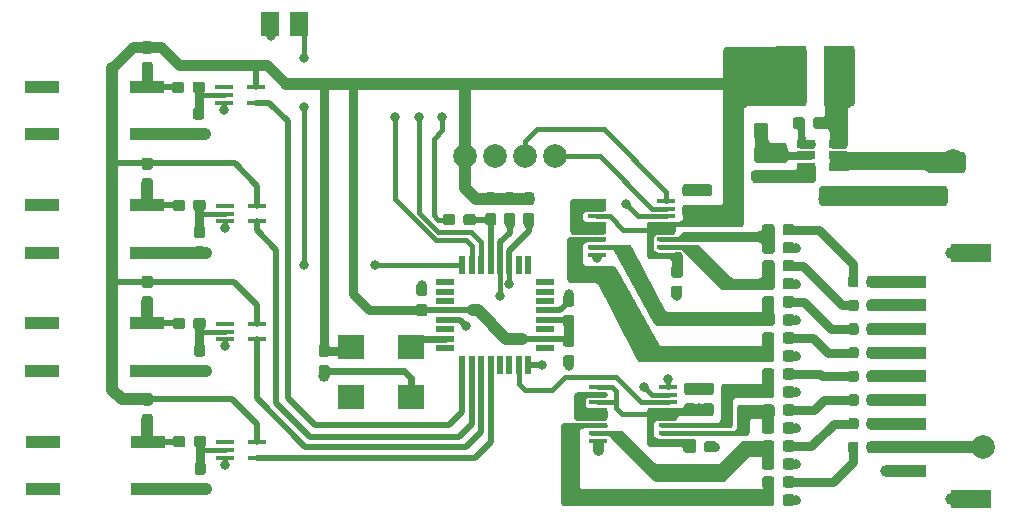
<source format=gtl>
%TF.GenerationSoftware,KiCad,Pcbnew,(5.1.4)-1*%
%TF.CreationDate,2019-11-23T11:30:53-08:00*%
%TF.ProjectId,20191120_Projects_CellMonitor,32303139-3131-4323-905f-50726f6a6563,rev?*%
%TF.SameCoordinates,PXb71b000PYd787c80*%
%TF.FileFunction,Copper,L1,Top*%
%TF.FilePolarity,Positive*%
%FSLAX46Y46*%
G04 Gerber Fmt 4.6, Leading zero omitted, Abs format (unit mm)*
G04 Created by KiCad (PCBNEW (5.1.4)-1) date 2019-11-23 11:30:53*
%MOMM*%
%LPD*%
G04 APERTURE LIST*
%ADD10C,2.000000*%
%ADD11R,2.200000X2.000000*%
%ADD12C,0.100000*%
%ADD13C,0.950000*%
%ADD14C,1.425000*%
%ADD15C,1.150000*%
%ADD16R,0.800000X0.900000*%
%ADD17C,0.875000*%
%ADD18R,2.540000X5.080000*%
%ADD19R,3.500000X1.000000*%
%ADD20R,3.500000X1.600000*%
%ADD21R,3.000000X1.000000*%
%ADD22R,1.600000X0.550000*%
%ADD23R,0.550000X1.600000*%
%ADD24R,1.500000X0.450000*%
%ADD25R,1.560000X0.650000*%
%ADD26R,1.500000X2.000000*%
%ADD27R,1.500000X0.400000*%
%ADD28C,0.800000*%
%ADD29C,1.000000*%
%ADD30C,0.800000*%
%ADD31C,0.600000*%
%ADD32C,0.550000*%
%ADD33C,1.000000*%
%ADD34C,0.400000*%
%ADD35C,0.450000*%
%ADD36C,0.950000*%
%ADD37C,0.500000*%
%ADD38C,0.850000*%
%ADD39C,0.254000*%
G04 APERTURE END LIST*
D10*
X45060000Y30400000D03*
X42520000Y30400000D03*
X39980000Y30400000D03*
X37440000Y30400000D03*
D11*
X27760000Y14250000D03*
X32840000Y14250000D03*
X32840000Y10050000D03*
X27760000Y10050000D03*
D12*
G36*
X25760779Y12723856D02*
G01*
X25783834Y12720437D01*
X25806443Y12714773D01*
X25828387Y12706921D01*
X25849457Y12696956D01*
X25869448Y12684974D01*
X25888168Y12671090D01*
X25905438Y12655438D01*
X25921090Y12638168D01*
X25934974Y12619448D01*
X25946956Y12599457D01*
X25956921Y12578387D01*
X25964773Y12556443D01*
X25970437Y12533834D01*
X25973856Y12510779D01*
X25975000Y12487500D01*
X25975000Y11912500D01*
X25973856Y11889221D01*
X25970437Y11866166D01*
X25964773Y11843557D01*
X25956921Y11821613D01*
X25946956Y11800543D01*
X25934974Y11780552D01*
X25921090Y11761832D01*
X25905438Y11744562D01*
X25888168Y11728910D01*
X25869448Y11715026D01*
X25849457Y11703044D01*
X25828387Y11693079D01*
X25806443Y11685227D01*
X25783834Y11679563D01*
X25760779Y11676144D01*
X25737500Y11675000D01*
X25262500Y11675000D01*
X25239221Y11676144D01*
X25216166Y11679563D01*
X25193557Y11685227D01*
X25171613Y11693079D01*
X25150543Y11703044D01*
X25130552Y11715026D01*
X25111832Y11728910D01*
X25094562Y11744562D01*
X25078910Y11761832D01*
X25065026Y11780552D01*
X25053044Y11800543D01*
X25043079Y11821613D01*
X25035227Y11843557D01*
X25029563Y11866166D01*
X25026144Y11889221D01*
X25025000Y11912500D01*
X25025000Y12487500D01*
X25026144Y12510779D01*
X25029563Y12533834D01*
X25035227Y12556443D01*
X25043079Y12578387D01*
X25053044Y12599457D01*
X25065026Y12619448D01*
X25078910Y12638168D01*
X25094562Y12655438D01*
X25111832Y12671090D01*
X25130552Y12684974D01*
X25150543Y12696956D01*
X25171613Y12706921D01*
X25193557Y12714773D01*
X25216166Y12720437D01*
X25239221Y12723856D01*
X25262500Y12725000D01*
X25737500Y12725000D01*
X25760779Y12723856D01*
X25760779Y12723856D01*
G37*
D13*
X25500000Y12200000D03*
D12*
G36*
X25760779Y14473856D02*
G01*
X25783834Y14470437D01*
X25806443Y14464773D01*
X25828387Y14456921D01*
X25849457Y14446956D01*
X25869448Y14434974D01*
X25888168Y14421090D01*
X25905438Y14405438D01*
X25921090Y14388168D01*
X25934974Y14369448D01*
X25946956Y14349457D01*
X25956921Y14328387D01*
X25964773Y14306443D01*
X25970437Y14283834D01*
X25973856Y14260779D01*
X25975000Y14237500D01*
X25975000Y13662500D01*
X25973856Y13639221D01*
X25970437Y13616166D01*
X25964773Y13593557D01*
X25956921Y13571613D01*
X25946956Y13550543D01*
X25934974Y13530552D01*
X25921090Y13511832D01*
X25905438Y13494562D01*
X25888168Y13478910D01*
X25869448Y13465026D01*
X25849457Y13453044D01*
X25828387Y13443079D01*
X25806443Y13435227D01*
X25783834Y13429563D01*
X25760779Y13426144D01*
X25737500Y13425000D01*
X25262500Y13425000D01*
X25239221Y13426144D01*
X25216166Y13429563D01*
X25193557Y13435227D01*
X25171613Y13443079D01*
X25150543Y13453044D01*
X25130552Y13465026D01*
X25111832Y13478910D01*
X25094562Y13494562D01*
X25078910Y13511832D01*
X25065026Y13530552D01*
X25053044Y13550543D01*
X25043079Y13571613D01*
X25035227Y13593557D01*
X25029563Y13616166D01*
X25026144Y13639221D01*
X25025000Y13662500D01*
X25025000Y14237500D01*
X25026144Y14260779D01*
X25029563Y14283834D01*
X25035227Y14306443D01*
X25043079Y14328387D01*
X25053044Y14349457D01*
X25065026Y14369448D01*
X25078910Y14388168D01*
X25094562Y14405438D01*
X25111832Y14421090D01*
X25130552Y14434974D01*
X25150543Y14446956D01*
X25171613Y14456921D01*
X25193557Y14464773D01*
X25216166Y14470437D01*
X25239221Y14473856D01*
X25262500Y14475000D01*
X25737500Y14475000D01*
X25760779Y14473856D01*
X25760779Y14473856D01*
G37*
D13*
X25500000Y13950000D03*
D12*
G36*
X15260779Y4498856D02*
G01*
X15283834Y4495437D01*
X15306443Y4489773D01*
X15328387Y4481921D01*
X15349457Y4471956D01*
X15369448Y4459974D01*
X15388168Y4446090D01*
X15405438Y4430438D01*
X15421090Y4413168D01*
X15434974Y4394448D01*
X15446956Y4374457D01*
X15456921Y4353387D01*
X15464773Y4331443D01*
X15470437Y4308834D01*
X15473856Y4285779D01*
X15475000Y4262500D01*
X15475000Y3687500D01*
X15473856Y3664221D01*
X15470437Y3641166D01*
X15464773Y3618557D01*
X15456921Y3596613D01*
X15446956Y3575543D01*
X15434974Y3555552D01*
X15421090Y3536832D01*
X15405438Y3519562D01*
X15388168Y3503910D01*
X15369448Y3490026D01*
X15349457Y3478044D01*
X15328387Y3468079D01*
X15306443Y3460227D01*
X15283834Y3454563D01*
X15260779Y3451144D01*
X15237500Y3450000D01*
X14762500Y3450000D01*
X14739221Y3451144D01*
X14716166Y3454563D01*
X14693557Y3460227D01*
X14671613Y3468079D01*
X14650543Y3478044D01*
X14630552Y3490026D01*
X14611832Y3503910D01*
X14594562Y3519562D01*
X14578910Y3536832D01*
X14565026Y3555552D01*
X14553044Y3575543D01*
X14543079Y3596613D01*
X14535227Y3618557D01*
X14529563Y3641166D01*
X14526144Y3664221D01*
X14525000Y3687500D01*
X14525000Y4262500D01*
X14526144Y4285779D01*
X14529563Y4308834D01*
X14535227Y4331443D01*
X14543079Y4353387D01*
X14553044Y4374457D01*
X14565026Y4394448D01*
X14578910Y4413168D01*
X14594562Y4430438D01*
X14611832Y4446090D01*
X14630552Y4459974D01*
X14650543Y4471956D01*
X14671613Y4481921D01*
X14693557Y4489773D01*
X14716166Y4495437D01*
X14739221Y4498856D01*
X14762500Y4500000D01*
X15237500Y4500000D01*
X15260779Y4498856D01*
X15260779Y4498856D01*
G37*
D13*
X15000000Y3975000D03*
D12*
G36*
X15260779Y2748856D02*
G01*
X15283834Y2745437D01*
X15306443Y2739773D01*
X15328387Y2731921D01*
X15349457Y2721956D01*
X15369448Y2709974D01*
X15388168Y2696090D01*
X15405438Y2680438D01*
X15421090Y2663168D01*
X15434974Y2644448D01*
X15446956Y2624457D01*
X15456921Y2603387D01*
X15464773Y2581443D01*
X15470437Y2558834D01*
X15473856Y2535779D01*
X15475000Y2512500D01*
X15475000Y1937500D01*
X15473856Y1914221D01*
X15470437Y1891166D01*
X15464773Y1868557D01*
X15456921Y1846613D01*
X15446956Y1825543D01*
X15434974Y1805552D01*
X15421090Y1786832D01*
X15405438Y1769562D01*
X15388168Y1753910D01*
X15369448Y1740026D01*
X15349457Y1728044D01*
X15328387Y1718079D01*
X15306443Y1710227D01*
X15283834Y1704563D01*
X15260779Y1701144D01*
X15237500Y1700000D01*
X14762500Y1700000D01*
X14739221Y1701144D01*
X14716166Y1704563D01*
X14693557Y1710227D01*
X14671613Y1718079D01*
X14650543Y1728044D01*
X14630552Y1740026D01*
X14611832Y1753910D01*
X14594562Y1769562D01*
X14578910Y1786832D01*
X14565026Y1805552D01*
X14553044Y1825543D01*
X14543079Y1846613D01*
X14535227Y1868557D01*
X14529563Y1891166D01*
X14526144Y1914221D01*
X14525000Y1937500D01*
X14525000Y2512500D01*
X14526144Y2535779D01*
X14529563Y2558834D01*
X14535227Y2581443D01*
X14543079Y2603387D01*
X14553044Y2624457D01*
X14565026Y2644448D01*
X14578910Y2663168D01*
X14594562Y2680438D01*
X14611832Y2696090D01*
X14630552Y2709974D01*
X14650543Y2721956D01*
X14671613Y2731921D01*
X14693557Y2739773D01*
X14716166Y2745437D01*
X14739221Y2748856D01*
X14762500Y2750000D01*
X15237500Y2750000D01*
X15260779Y2748856D01*
X15260779Y2748856D01*
G37*
D13*
X15000000Y2225000D03*
D12*
G36*
X15210779Y22773856D02*
G01*
X15233834Y22770437D01*
X15256443Y22764773D01*
X15278387Y22756921D01*
X15299457Y22746956D01*
X15319448Y22734974D01*
X15338168Y22721090D01*
X15355438Y22705438D01*
X15371090Y22688168D01*
X15384974Y22669448D01*
X15396956Y22649457D01*
X15406921Y22628387D01*
X15414773Y22606443D01*
X15420437Y22583834D01*
X15423856Y22560779D01*
X15425000Y22537500D01*
X15425000Y21962500D01*
X15423856Y21939221D01*
X15420437Y21916166D01*
X15414773Y21893557D01*
X15406921Y21871613D01*
X15396956Y21850543D01*
X15384974Y21830552D01*
X15371090Y21811832D01*
X15355438Y21794562D01*
X15338168Y21778910D01*
X15319448Y21765026D01*
X15299457Y21753044D01*
X15278387Y21743079D01*
X15256443Y21735227D01*
X15233834Y21729563D01*
X15210779Y21726144D01*
X15187500Y21725000D01*
X14712500Y21725000D01*
X14689221Y21726144D01*
X14666166Y21729563D01*
X14643557Y21735227D01*
X14621613Y21743079D01*
X14600543Y21753044D01*
X14580552Y21765026D01*
X14561832Y21778910D01*
X14544562Y21794562D01*
X14528910Y21811832D01*
X14515026Y21830552D01*
X14503044Y21850543D01*
X14493079Y21871613D01*
X14485227Y21893557D01*
X14479563Y21916166D01*
X14476144Y21939221D01*
X14475000Y21962500D01*
X14475000Y22537500D01*
X14476144Y22560779D01*
X14479563Y22583834D01*
X14485227Y22606443D01*
X14493079Y22628387D01*
X14503044Y22649457D01*
X14515026Y22669448D01*
X14528910Y22688168D01*
X14544562Y22705438D01*
X14561832Y22721090D01*
X14580552Y22734974D01*
X14600543Y22746956D01*
X14621613Y22756921D01*
X14643557Y22764773D01*
X14666166Y22770437D01*
X14689221Y22773856D01*
X14712500Y22775000D01*
X15187500Y22775000D01*
X15210779Y22773856D01*
X15210779Y22773856D01*
G37*
D13*
X14950000Y22250000D03*
D12*
G36*
X15210779Y24523856D02*
G01*
X15233834Y24520437D01*
X15256443Y24514773D01*
X15278387Y24506921D01*
X15299457Y24496956D01*
X15319448Y24484974D01*
X15338168Y24471090D01*
X15355438Y24455438D01*
X15371090Y24438168D01*
X15384974Y24419448D01*
X15396956Y24399457D01*
X15406921Y24378387D01*
X15414773Y24356443D01*
X15420437Y24333834D01*
X15423856Y24310779D01*
X15425000Y24287500D01*
X15425000Y23712500D01*
X15423856Y23689221D01*
X15420437Y23666166D01*
X15414773Y23643557D01*
X15406921Y23621613D01*
X15396956Y23600543D01*
X15384974Y23580552D01*
X15371090Y23561832D01*
X15355438Y23544562D01*
X15338168Y23528910D01*
X15319448Y23515026D01*
X15299457Y23503044D01*
X15278387Y23493079D01*
X15256443Y23485227D01*
X15233834Y23479563D01*
X15210779Y23476144D01*
X15187500Y23475000D01*
X14712500Y23475000D01*
X14689221Y23476144D01*
X14666166Y23479563D01*
X14643557Y23485227D01*
X14621613Y23493079D01*
X14600543Y23503044D01*
X14580552Y23515026D01*
X14561832Y23528910D01*
X14544562Y23544562D01*
X14528910Y23561832D01*
X14515026Y23580552D01*
X14503044Y23600543D01*
X14493079Y23621613D01*
X14485227Y23643557D01*
X14479563Y23666166D01*
X14476144Y23689221D01*
X14475000Y23712500D01*
X14475000Y24287500D01*
X14476144Y24310779D01*
X14479563Y24333834D01*
X14485227Y24356443D01*
X14493079Y24378387D01*
X14503044Y24399457D01*
X14515026Y24419448D01*
X14528910Y24438168D01*
X14544562Y24455438D01*
X14561832Y24471090D01*
X14580552Y24484974D01*
X14600543Y24496956D01*
X14621613Y24506921D01*
X14643557Y24514773D01*
X14666166Y24520437D01*
X14689221Y24523856D01*
X14712500Y24525000D01*
X15187500Y24525000D01*
X15210779Y24523856D01*
X15210779Y24523856D01*
G37*
D13*
X14950000Y24000000D03*
D12*
G36*
X15210779Y14498856D02*
G01*
X15233834Y14495437D01*
X15256443Y14489773D01*
X15278387Y14481921D01*
X15299457Y14471956D01*
X15319448Y14459974D01*
X15338168Y14446090D01*
X15355438Y14430438D01*
X15371090Y14413168D01*
X15384974Y14394448D01*
X15396956Y14374457D01*
X15406921Y14353387D01*
X15414773Y14331443D01*
X15420437Y14308834D01*
X15423856Y14285779D01*
X15425000Y14262500D01*
X15425000Y13687500D01*
X15423856Y13664221D01*
X15420437Y13641166D01*
X15414773Y13618557D01*
X15406921Y13596613D01*
X15396956Y13575543D01*
X15384974Y13555552D01*
X15371090Y13536832D01*
X15355438Y13519562D01*
X15338168Y13503910D01*
X15319448Y13490026D01*
X15299457Y13478044D01*
X15278387Y13468079D01*
X15256443Y13460227D01*
X15233834Y13454563D01*
X15210779Y13451144D01*
X15187500Y13450000D01*
X14712500Y13450000D01*
X14689221Y13451144D01*
X14666166Y13454563D01*
X14643557Y13460227D01*
X14621613Y13468079D01*
X14600543Y13478044D01*
X14580552Y13490026D01*
X14561832Y13503910D01*
X14544562Y13519562D01*
X14528910Y13536832D01*
X14515026Y13555552D01*
X14503044Y13575543D01*
X14493079Y13596613D01*
X14485227Y13618557D01*
X14479563Y13641166D01*
X14476144Y13664221D01*
X14475000Y13687500D01*
X14475000Y14262500D01*
X14476144Y14285779D01*
X14479563Y14308834D01*
X14485227Y14331443D01*
X14493079Y14353387D01*
X14503044Y14374457D01*
X14515026Y14394448D01*
X14528910Y14413168D01*
X14544562Y14430438D01*
X14561832Y14446090D01*
X14580552Y14459974D01*
X14600543Y14471956D01*
X14621613Y14481921D01*
X14643557Y14489773D01*
X14666166Y14495437D01*
X14689221Y14498856D01*
X14712500Y14500000D01*
X15187500Y14500000D01*
X15210779Y14498856D01*
X15210779Y14498856D01*
G37*
D13*
X14950000Y13975000D03*
D12*
G36*
X15210779Y12748856D02*
G01*
X15233834Y12745437D01*
X15256443Y12739773D01*
X15278387Y12731921D01*
X15299457Y12721956D01*
X15319448Y12709974D01*
X15338168Y12696090D01*
X15355438Y12680438D01*
X15371090Y12663168D01*
X15384974Y12644448D01*
X15396956Y12624457D01*
X15406921Y12603387D01*
X15414773Y12581443D01*
X15420437Y12558834D01*
X15423856Y12535779D01*
X15425000Y12512500D01*
X15425000Y11937500D01*
X15423856Y11914221D01*
X15420437Y11891166D01*
X15414773Y11868557D01*
X15406921Y11846613D01*
X15396956Y11825543D01*
X15384974Y11805552D01*
X15371090Y11786832D01*
X15355438Y11769562D01*
X15338168Y11753910D01*
X15319448Y11740026D01*
X15299457Y11728044D01*
X15278387Y11718079D01*
X15256443Y11710227D01*
X15233834Y11704563D01*
X15210779Y11701144D01*
X15187500Y11700000D01*
X14712500Y11700000D01*
X14689221Y11701144D01*
X14666166Y11704563D01*
X14643557Y11710227D01*
X14621613Y11718079D01*
X14600543Y11728044D01*
X14580552Y11740026D01*
X14561832Y11753910D01*
X14544562Y11769562D01*
X14528910Y11786832D01*
X14515026Y11805552D01*
X14503044Y11825543D01*
X14493079Y11846613D01*
X14485227Y11868557D01*
X14479563Y11891166D01*
X14476144Y11914221D01*
X14475000Y11937500D01*
X14475000Y12512500D01*
X14476144Y12535779D01*
X14479563Y12558834D01*
X14485227Y12581443D01*
X14493079Y12603387D01*
X14503044Y12624457D01*
X14515026Y12644448D01*
X14528910Y12663168D01*
X14544562Y12680438D01*
X14561832Y12696090D01*
X14580552Y12709974D01*
X14600543Y12721956D01*
X14621613Y12731921D01*
X14643557Y12739773D01*
X14666166Y12745437D01*
X14689221Y12748856D01*
X14712500Y12750000D01*
X15187500Y12750000D01*
X15210779Y12748856D01*
X15210779Y12748856D01*
G37*
D13*
X14950000Y12225000D03*
D12*
G36*
X15110779Y34548856D02*
G01*
X15133834Y34545437D01*
X15156443Y34539773D01*
X15178387Y34531921D01*
X15199457Y34521956D01*
X15219448Y34509974D01*
X15238168Y34496090D01*
X15255438Y34480438D01*
X15271090Y34463168D01*
X15284974Y34444448D01*
X15296956Y34424457D01*
X15306921Y34403387D01*
X15314773Y34381443D01*
X15320437Y34358834D01*
X15323856Y34335779D01*
X15325000Y34312500D01*
X15325000Y33737500D01*
X15323856Y33714221D01*
X15320437Y33691166D01*
X15314773Y33668557D01*
X15306921Y33646613D01*
X15296956Y33625543D01*
X15284974Y33605552D01*
X15271090Y33586832D01*
X15255438Y33569562D01*
X15238168Y33553910D01*
X15219448Y33540026D01*
X15199457Y33528044D01*
X15178387Y33518079D01*
X15156443Y33510227D01*
X15133834Y33504563D01*
X15110779Y33501144D01*
X15087500Y33500000D01*
X14612500Y33500000D01*
X14589221Y33501144D01*
X14566166Y33504563D01*
X14543557Y33510227D01*
X14521613Y33518079D01*
X14500543Y33528044D01*
X14480552Y33540026D01*
X14461832Y33553910D01*
X14444562Y33569562D01*
X14428910Y33586832D01*
X14415026Y33605552D01*
X14403044Y33625543D01*
X14393079Y33646613D01*
X14385227Y33668557D01*
X14379563Y33691166D01*
X14376144Y33714221D01*
X14375000Y33737500D01*
X14375000Y34312500D01*
X14376144Y34335779D01*
X14379563Y34358834D01*
X14385227Y34381443D01*
X14393079Y34403387D01*
X14403044Y34424457D01*
X14415026Y34444448D01*
X14428910Y34463168D01*
X14444562Y34480438D01*
X14461832Y34496090D01*
X14480552Y34509974D01*
X14500543Y34521956D01*
X14521613Y34531921D01*
X14543557Y34539773D01*
X14566166Y34545437D01*
X14589221Y34548856D01*
X14612500Y34550000D01*
X15087500Y34550000D01*
X15110779Y34548856D01*
X15110779Y34548856D01*
G37*
D13*
X14850000Y34025000D03*
D12*
G36*
X15110779Y32798856D02*
G01*
X15133834Y32795437D01*
X15156443Y32789773D01*
X15178387Y32781921D01*
X15199457Y32771956D01*
X15219448Y32759974D01*
X15238168Y32746090D01*
X15255438Y32730438D01*
X15271090Y32713168D01*
X15284974Y32694448D01*
X15296956Y32674457D01*
X15306921Y32653387D01*
X15314773Y32631443D01*
X15320437Y32608834D01*
X15323856Y32585779D01*
X15325000Y32562500D01*
X15325000Y31987500D01*
X15323856Y31964221D01*
X15320437Y31941166D01*
X15314773Y31918557D01*
X15306921Y31896613D01*
X15296956Y31875543D01*
X15284974Y31855552D01*
X15271090Y31836832D01*
X15255438Y31819562D01*
X15238168Y31803910D01*
X15219448Y31790026D01*
X15199457Y31778044D01*
X15178387Y31768079D01*
X15156443Y31760227D01*
X15133834Y31754563D01*
X15110779Y31751144D01*
X15087500Y31750000D01*
X14612500Y31750000D01*
X14589221Y31751144D01*
X14566166Y31754563D01*
X14543557Y31760227D01*
X14521613Y31768079D01*
X14500543Y31778044D01*
X14480552Y31790026D01*
X14461832Y31803910D01*
X14444562Y31819562D01*
X14428910Y31836832D01*
X14415026Y31855552D01*
X14403044Y31875543D01*
X14393079Y31896613D01*
X14385227Y31918557D01*
X14379563Y31941166D01*
X14376144Y31964221D01*
X14375000Y31987500D01*
X14375000Y32562500D01*
X14376144Y32585779D01*
X14379563Y32608834D01*
X14385227Y32631443D01*
X14393079Y32653387D01*
X14403044Y32674457D01*
X14415026Y32694448D01*
X14428910Y32713168D01*
X14444562Y32730438D01*
X14461832Y32746090D01*
X14480552Y32759974D01*
X14500543Y32771956D01*
X14521613Y32781921D01*
X14543557Y32789773D01*
X14566166Y32795437D01*
X14589221Y32798856D01*
X14612500Y32800000D01*
X15087500Y32800000D01*
X15110779Y32798856D01*
X15110779Y32798856D01*
G37*
D13*
X14850000Y32275000D03*
D12*
G36*
X36360779Y25523856D02*
G01*
X36383834Y25520437D01*
X36406443Y25514773D01*
X36428387Y25506921D01*
X36449457Y25496956D01*
X36469448Y25484974D01*
X36488168Y25471090D01*
X36505438Y25455438D01*
X36521090Y25438168D01*
X36534974Y25419448D01*
X36546956Y25399457D01*
X36556921Y25378387D01*
X36564773Y25356443D01*
X36570437Y25333834D01*
X36573856Y25310779D01*
X36575000Y25287500D01*
X36575000Y24812500D01*
X36573856Y24789221D01*
X36570437Y24766166D01*
X36564773Y24743557D01*
X36556921Y24721613D01*
X36546956Y24700543D01*
X36534974Y24680552D01*
X36521090Y24661832D01*
X36505438Y24644562D01*
X36488168Y24628910D01*
X36469448Y24615026D01*
X36449457Y24603044D01*
X36428387Y24593079D01*
X36406443Y24585227D01*
X36383834Y24579563D01*
X36360779Y24576144D01*
X36337500Y24575000D01*
X35762500Y24575000D01*
X35739221Y24576144D01*
X35716166Y24579563D01*
X35693557Y24585227D01*
X35671613Y24593079D01*
X35650543Y24603044D01*
X35630552Y24615026D01*
X35611832Y24628910D01*
X35594562Y24644562D01*
X35578910Y24661832D01*
X35565026Y24680552D01*
X35553044Y24700543D01*
X35543079Y24721613D01*
X35535227Y24743557D01*
X35529563Y24766166D01*
X35526144Y24789221D01*
X35525000Y24812500D01*
X35525000Y25287500D01*
X35526144Y25310779D01*
X35529563Y25333834D01*
X35535227Y25356443D01*
X35543079Y25378387D01*
X35553044Y25399457D01*
X35565026Y25419448D01*
X35578910Y25438168D01*
X35594562Y25455438D01*
X35611832Y25471090D01*
X35630552Y25484974D01*
X35650543Y25496956D01*
X35671613Y25506921D01*
X35693557Y25514773D01*
X35716166Y25520437D01*
X35739221Y25523856D01*
X35762500Y25525000D01*
X36337500Y25525000D01*
X36360779Y25523856D01*
X36360779Y25523856D01*
G37*
D13*
X36050000Y25050000D03*
D12*
G36*
X38110779Y25523856D02*
G01*
X38133834Y25520437D01*
X38156443Y25514773D01*
X38178387Y25506921D01*
X38199457Y25496956D01*
X38219448Y25484974D01*
X38238168Y25471090D01*
X38255438Y25455438D01*
X38271090Y25438168D01*
X38284974Y25419448D01*
X38296956Y25399457D01*
X38306921Y25378387D01*
X38314773Y25356443D01*
X38320437Y25333834D01*
X38323856Y25310779D01*
X38325000Y25287500D01*
X38325000Y24812500D01*
X38323856Y24789221D01*
X38320437Y24766166D01*
X38314773Y24743557D01*
X38306921Y24721613D01*
X38296956Y24700543D01*
X38284974Y24680552D01*
X38271090Y24661832D01*
X38255438Y24644562D01*
X38238168Y24628910D01*
X38219448Y24615026D01*
X38199457Y24603044D01*
X38178387Y24593079D01*
X38156443Y24585227D01*
X38133834Y24579563D01*
X38110779Y24576144D01*
X38087500Y24575000D01*
X37512500Y24575000D01*
X37489221Y24576144D01*
X37466166Y24579563D01*
X37443557Y24585227D01*
X37421613Y24593079D01*
X37400543Y24603044D01*
X37380552Y24615026D01*
X37361832Y24628910D01*
X37344562Y24644562D01*
X37328910Y24661832D01*
X37315026Y24680552D01*
X37303044Y24700543D01*
X37293079Y24721613D01*
X37285227Y24743557D01*
X37279563Y24766166D01*
X37276144Y24789221D01*
X37275000Y24812500D01*
X37275000Y25287500D01*
X37276144Y25310779D01*
X37279563Y25333834D01*
X37285227Y25356443D01*
X37293079Y25378387D01*
X37303044Y25399457D01*
X37315026Y25419448D01*
X37328910Y25438168D01*
X37344562Y25455438D01*
X37361832Y25471090D01*
X37380552Y25484974D01*
X37400543Y25496956D01*
X37421613Y25506921D01*
X37443557Y25514773D01*
X37466166Y25520437D01*
X37489221Y25523856D01*
X37512500Y25525000D01*
X38087500Y25525000D01*
X38110779Y25523856D01*
X38110779Y25523856D01*
G37*
D13*
X37800000Y25050000D03*
D12*
G36*
X34010779Y17898856D02*
G01*
X34033834Y17895437D01*
X34056443Y17889773D01*
X34078387Y17881921D01*
X34099457Y17871956D01*
X34119448Y17859974D01*
X34138168Y17846090D01*
X34155438Y17830438D01*
X34171090Y17813168D01*
X34184974Y17794448D01*
X34196956Y17774457D01*
X34206921Y17753387D01*
X34214773Y17731443D01*
X34220437Y17708834D01*
X34223856Y17685779D01*
X34225000Y17662500D01*
X34225000Y17087500D01*
X34223856Y17064221D01*
X34220437Y17041166D01*
X34214773Y17018557D01*
X34206921Y16996613D01*
X34196956Y16975543D01*
X34184974Y16955552D01*
X34171090Y16936832D01*
X34155438Y16919562D01*
X34138168Y16903910D01*
X34119448Y16890026D01*
X34099457Y16878044D01*
X34078387Y16868079D01*
X34056443Y16860227D01*
X34033834Y16854563D01*
X34010779Y16851144D01*
X33987500Y16850000D01*
X33512500Y16850000D01*
X33489221Y16851144D01*
X33466166Y16854563D01*
X33443557Y16860227D01*
X33421613Y16868079D01*
X33400543Y16878044D01*
X33380552Y16890026D01*
X33361832Y16903910D01*
X33344562Y16919562D01*
X33328910Y16936832D01*
X33315026Y16955552D01*
X33303044Y16975543D01*
X33293079Y16996613D01*
X33285227Y17018557D01*
X33279563Y17041166D01*
X33276144Y17064221D01*
X33275000Y17087500D01*
X33275000Y17662500D01*
X33276144Y17685779D01*
X33279563Y17708834D01*
X33285227Y17731443D01*
X33293079Y17753387D01*
X33303044Y17774457D01*
X33315026Y17794448D01*
X33328910Y17813168D01*
X33344562Y17830438D01*
X33361832Y17846090D01*
X33380552Y17859974D01*
X33400543Y17871956D01*
X33421613Y17881921D01*
X33443557Y17889773D01*
X33466166Y17895437D01*
X33489221Y17898856D01*
X33512500Y17900000D01*
X33987500Y17900000D01*
X34010779Y17898856D01*
X34010779Y17898856D01*
G37*
D13*
X33750000Y17375000D03*
D12*
G36*
X34010779Y19648856D02*
G01*
X34033834Y19645437D01*
X34056443Y19639773D01*
X34078387Y19631921D01*
X34099457Y19621956D01*
X34119448Y19609974D01*
X34138168Y19596090D01*
X34155438Y19580438D01*
X34171090Y19563168D01*
X34184974Y19544448D01*
X34196956Y19524457D01*
X34206921Y19503387D01*
X34214773Y19481443D01*
X34220437Y19458834D01*
X34223856Y19435779D01*
X34225000Y19412500D01*
X34225000Y18837500D01*
X34223856Y18814221D01*
X34220437Y18791166D01*
X34214773Y18768557D01*
X34206921Y18746613D01*
X34196956Y18725543D01*
X34184974Y18705552D01*
X34171090Y18686832D01*
X34155438Y18669562D01*
X34138168Y18653910D01*
X34119448Y18640026D01*
X34099457Y18628044D01*
X34078387Y18618079D01*
X34056443Y18610227D01*
X34033834Y18604563D01*
X34010779Y18601144D01*
X33987500Y18600000D01*
X33512500Y18600000D01*
X33489221Y18601144D01*
X33466166Y18604563D01*
X33443557Y18610227D01*
X33421613Y18618079D01*
X33400543Y18628044D01*
X33380552Y18640026D01*
X33361832Y18653910D01*
X33344562Y18669562D01*
X33328910Y18686832D01*
X33315026Y18705552D01*
X33303044Y18725543D01*
X33293079Y18746613D01*
X33285227Y18768557D01*
X33279563Y18791166D01*
X33276144Y18814221D01*
X33275000Y18837500D01*
X33275000Y19412500D01*
X33276144Y19435779D01*
X33279563Y19458834D01*
X33285227Y19481443D01*
X33293079Y19503387D01*
X33303044Y19524457D01*
X33315026Y19544448D01*
X33328910Y19563168D01*
X33344562Y19580438D01*
X33361832Y19596090D01*
X33380552Y19609974D01*
X33400543Y19621956D01*
X33421613Y19631921D01*
X33443557Y19639773D01*
X33466166Y19645437D01*
X33489221Y19648856D01*
X33512500Y19650000D01*
X33987500Y19650000D01*
X34010779Y19648856D01*
X34010779Y19648856D01*
G37*
D13*
X33750000Y19125000D03*
D12*
G36*
X46460779Y13573856D02*
G01*
X46483834Y13570437D01*
X46506443Y13564773D01*
X46528387Y13556921D01*
X46549457Y13546956D01*
X46569448Y13534974D01*
X46588168Y13521090D01*
X46605438Y13505438D01*
X46621090Y13488168D01*
X46634974Y13469448D01*
X46646956Y13449457D01*
X46656921Y13428387D01*
X46664773Y13406443D01*
X46670437Y13383834D01*
X46673856Y13360779D01*
X46675000Y13337500D01*
X46675000Y12762500D01*
X46673856Y12739221D01*
X46670437Y12716166D01*
X46664773Y12693557D01*
X46656921Y12671613D01*
X46646956Y12650543D01*
X46634974Y12630552D01*
X46621090Y12611832D01*
X46605438Y12594562D01*
X46588168Y12578910D01*
X46569448Y12565026D01*
X46549457Y12553044D01*
X46528387Y12543079D01*
X46506443Y12535227D01*
X46483834Y12529563D01*
X46460779Y12526144D01*
X46437500Y12525000D01*
X45962500Y12525000D01*
X45939221Y12526144D01*
X45916166Y12529563D01*
X45893557Y12535227D01*
X45871613Y12543079D01*
X45850543Y12553044D01*
X45830552Y12565026D01*
X45811832Y12578910D01*
X45794562Y12594562D01*
X45778910Y12611832D01*
X45765026Y12630552D01*
X45753044Y12650543D01*
X45743079Y12671613D01*
X45735227Y12693557D01*
X45729563Y12716166D01*
X45726144Y12739221D01*
X45725000Y12762500D01*
X45725000Y13337500D01*
X45726144Y13360779D01*
X45729563Y13383834D01*
X45735227Y13406443D01*
X45743079Y13428387D01*
X45753044Y13449457D01*
X45765026Y13469448D01*
X45778910Y13488168D01*
X45794562Y13505438D01*
X45811832Y13521090D01*
X45830552Y13534974D01*
X45850543Y13546956D01*
X45871613Y13556921D01*
X45893557Y13564773D01*
X45916166Y13570437D01*
X45939221Y13573856D01*
X45962500Y13575000D01*
X46437500Y13575000D01*
X46460779Y13573856D01*
X46460779Y13573856D01*
G37*
D13*
X46200000Y13050000D03*
D12*
G36*
X46460779Y15323856D02*
G01*
X46483834Y15320437D01*
X46506443Y15314773D01*
X46528387Y15306921D01*
X46549457Y15296956D01*
X46569448Y15284974D01*
X46588168Y15271090D01*
X46605438Y15255438D01*
X46621090Y15238168D01*
X46634974Y15219448D01*
X46646956Y15199457D01*
X46656921Y15178387D01*
X46664773Y15156443D01*
X46670437Y15133834D01*
X46673856Y15110779D01*
X46675000Y15087500D01*
X46675000Y14512500D01*
X46673856Y14489221D01*
X46670437Y14466166D01*
X46664773Y14443557D01*
X46656921Y14421613D01*
X46646956Y14400543D01*
X46634974Y14380552D01*
X46621090Y14361832D01*
X46605438Y14344562D01*
X46588168Y14328910D01*
X46569448Y14315026D01*
X46549457Y14303044D01*
X46528387Y14293079D01*
X46506443Y14285227D01*
X46483834Y14279563D01*
X46460779Y14276144D01*
X46437500Y14275000D01*
X45962500Y14275000D01*
X45939221Y14276144D01*
X45916166Y14279563D01*
X45893557Y14285227D01*
X45871613Y14293079D01*
X45850543Y14303044D01*
X45830552Y14315026D01*
X45811832Y14328910D01*
X45794562Y14344562D01*
X45778910Y14361832D01*
X45765026Y14380552D01*
X45753044Y14400543D01*
X45743079Y14421613D01*
X45735227Y14443557D01*
X45729563Y14466166D01*
X45726144Y14489221D01*
X45725000Y14512500D01*
X45725000Y15087500D01*
X45726144Y15110779D01*
X45729563Y15133834D01*
X45735227Y15156443D01*
X45743079Y15178387D01*
X45753044Y15199457D01*
X45765026Y15219448D01*
X45778910Y15238168D01*
X45794562Y15255438D01*
X45811832Y15271090D01*
X45830552Y15284974D01*
X45850543Y15296956D01*
X45871613Y15306921D01*
X45893557Y15314773D01*
X45916166Y15320437D01*
X45939221Y15323856D01*
X45962500Y15325000D01*
X46437500Y15325000D01*
X46460779Y15323856D01*
X46460779Y15323856D01*
G37*
D13*
X46200000Y14800000D03*
D12*
G36*
X46460779Y16973856D02*
G01*
X46483834Y16970437D01*
X46506443Y16964773D01*
X46528387Y16956921D01*
X46549457Y16946956D01*
X46569448Y16934974D01*
X46588168Y16921090D01*
X46605438Y16905438D01*
X46621090Y16888168D01*
X46634974Y16869448D01*
X46646956Y16849457D01*
X46656921Y16828387D01*
X46664773Y16806443D01*
X46670437Y16783834D01*
X46673856Y16760779D01*
X46675000Y16737500D01*
X46675000Y16162500D01*
X46673856Y16139221D01*
X46670437Y16116166D01*
X46664773Y16093557D01*
X46656921Y16071613D01*
X46646956Y16050543D01*
X46634974Y16030552D01*
X46621090Y16011832D01*
X46605438Y15994562D01*
X46588168Y15978910D01*
X46569448Y15965026D01*
X46549457Y15953044D01*
X46528387Y15943079D01*
X46506443Y15935227D01*
X46483834Y15929563D01*
X46460779Y15926144D01*
X46437500Y15925000D01*
X45962500Y15925000D01*
X45939221Y15926144D01*
X45916166Y15929563D01*
X45893557Y15935227D01*
X45871613Y15943079D01*
X45850543Y15953044D01*
X45830552Y15965026D01*
X45811832Y15978910D01*
X45794562Y15994562D01*
X45778910Y16011832D01*
X45765026Y16030552D01*
X45753044Y16050543D01*
X45743079Y16071613D01*
X45735227Y16093557D01*
X45729563Y16116166D01*
X45726144Y16139221D01*
X45725000Y16162500D01*
X45725000Y16737500D01*
X45726144Y16760779D01*
X45729563Y16783834D01*
X45735227Y16806443D01*
X45743079Y16828387D01*
X45753044Y16849457D01*
X45765026Y16869448D01*
X45778910Y16888168D01*
X45794562Y16905438D01*
X45811832Y16921090D01*
X45830552Y16934974D01*
X45850543Y16946956D01*
X45871613Y16956921D01*
X45893557Y16964773D01*
X45916166Y16970437D01*
X45939221Y16973856D01*
X45962500Y16975000D01*
X46437500Y16975000D01*
X46460779Y16973856D01*
X46460779Y16973856D01*
G37*
D13*
X46200000Y16450000D03*
D12*
G36*
X46460779Y18723856D02*
G01*
X46483834Y18720437D01*
X46506443Y18714773D01*
X46528387Y18706921D01*
X46549457Y18696956D01*
X46569448Y18684974D01*
X46588168Y18671090D01*
X46605438Y18655438D01*
X46621090Y18638168D01*
X46634974Y18619448D01*
X46646956Y18599457D01*
X46656921Y18578387D01*
X46664773Y18556443D01*
X46670437Y18533834D01*
X46673856Y18510779D01*
X46675000Y18487500D01*
X46675000Y17912500D01*
X46673856Y17889221D01*
X46670437Y17866166D01*
X46664773Y17843557D01*
X46656921Y17821613D01*
X46646956Y17800543D01*
X46634974Y17780552D01*
X46621090Y17761832D01*
X46605438Y17744562D01*
X46588168Y17728910D01*
X46569448Y17715026D01*
X46549457Y17703044D01*
X46528387Y17693079D01*
X46506443Y17685227D01*
X46483834Y17679563D01*
X46460779Y17676144D01*
X46437500Y17675000D01*
X45962500Y17675000D01*
X45939221Y17676144D01*
X45916166Y17679563D01*
X45893557Y17685227D01*
X45871613Y17693079D01*
X45850543Y17703044D01*
X45830552Y17715026D01*
X45811832Y17728910D01*
X45794562Y17744562D01*
X45778910Y17761832D01*
X45765026Y17780552D01*
X45753044Y17800543D01*
X45743079Y17821613D01*
X45735227Y17843557D01*
X45729563Y17866166D01*
X45726144Y17889221D01*
X45725000Y17912500D01*
X45725000Y18487500D01*
X45726144Y18510779D01*
X45729563Y18533834D01*
X45735227Y18556443D01*
X45743079Y18578387D01*
X45753044Y18599457D01*
X45765026Y18619448D01*
X45778910Y18638168D01*
X45794562Y18655438D01*
X45811832Y18671090D01*
X45830552Y18684974D01*
X45850543Y18696956D01*
X45871613Y18706921D01*
X45893557Y18714773D01*
X45916166Y18720437D01*
X45939221Y18723856D01*
X45962500Y18725000D01*
X46437500Y18725000D01*
X46460779Y18723856D01*
X46460779Y18723856D01*
G37*
D13*
X46200000Y18200000D03*
D12*
G36*
X56560779Y26298856D02*
G01*
X56583834Y26295437D01*
X56606443Y26289773D01*
X56628387Y26281921D01*
X56649457Y26271956D01*
X56669448Y26259974D01*
X56688168Y26246090D01*
X56705438Y26230438D01*
X56721090Y26213168D01*
X56734974Y26194448D01*
X56746956Y26174457D01*
X56756921Y26153387D01*
X56764773Y26131443D01*
X56770437Y26108834D01*
X56773856Y26085779D01*
X56775000Y26062500D01*
X56775000Y25487500D01*
X56773856Y25464221D01*
X56770437Y25441166D01*
X56764773Y25418557D01*
X56756921Y25396613D01*
X56746956Y25375543D01*
X56734974Y25355552D01*
X56721090Y25336832D01*
X56705438Y25319562D01*
X56688168Y25303910D01*
X56669448Y25290026D01*
X56649457Y25278044D01*
X56628387Y25268079D01*
X56606443Y25260227D01*
X56583834Y25254563D01*
X56560779Y25251144D01*
X56537500Y25250000D01*
X56062500Y25250000D01*
X56039221Y25251144D01*
X56016166Y25254563D01*
X55993557Y25260227D01*
X55971613Y25268079D01*
X55950543Y25278044D01*
X55930552Y25290026D01*
X55911832Y25303910D01*
X55894562Y25319562D01*
X55878910Y25336832D01*
X55865026Y25355552D01*
X55853044Y25375543D01*
X55843079Y25396613D01*
X55835227Y25418557D01*
X55829563Y25441166D01*
X55826144Y25464221D01*
X55825000Y25487500D01*
X55825000Y26062500D01*
X55826144Y26085779D01*
X55829563Y26108834D01*
X55835227Y26131443D01*
X55843079Y26153387D01*
X55853044Y26174457D01*
X55865026Y26194448D01*
X55878910Y26213168D01*
X55894562Y26230438D01*
X55911832Y26246090D01*
X55930552Y26259974D01*
X55950543Y26271956D01*
X55971613Y26281921D01*
X55993557Y26289773D01*
X56016166Y26295437D01*
X56039221Y26298856D01*
X56062500Y26300000D01*
X56537500Y26300000D01*
X56560779Y26298856D01*
X56560779Y26298856D01*
G37*
D13*
X56300000Y25775000D03*
D12*
G36*
X56560779Y28048856D02*
G01*
X56583834Y28045437D01*
X56606443Y28039773D01*
X56628387Y28031921D01*
X56649457Y28021956D01*
X56669448Y28009974D01*
X56688168Y27996090D01*
X56705438Y27980438D01*
X56721090Y27963168D01*
X56734974Y27944448D01*
X56746956Y27924457D01*
X56756921Y27903387D01*
X56764773Y27881443D01*
X56770437Y27858834D01*
X56773856Y27835779D01*
X56775000Y27812500D01*
X56775000Y27237500D01*
X56773856Y27214221D01*
X56770437Y27191166D01*
X56764773Y27168557D01*
X56756921Y27146613D01*
X56746956Y27125543D01*
X56734974Y27105552D01*
X56721090Y27086832D01*
X56705438Y27069562D01*
X56688168Y27053910D01*
X56669448Y27040026D01*
X56649457Y27028044D01*
X56628387Y27018079D01*
X56606443Y27010227D01*
X56583834Y27004563D01*
X56560779Y27001144D01*
X56537500Y27000000D01*
X56062500Y27000000D01*
X56039221Y27001144D01*
X56016166Y27004563D01*
X55993557Y27010227D01*
X55971613Y27018079D01*
X55950543Y27028044D01*
X55930552Y27040026D01*
X55911832Y27053910D01*
X55894562Y27069562D01*
X55878910Y27086832D01*
X55865026Y27105552D01*
X55853044Y27125543D01*
X55843079Y27146613D01*
X55835227Y27168557D01*
X55829563Y27191166D01*
X55826144Y27214221D01*
X55825000Y27237500D01*
X55825000Y27812500D01*
X55826144Y27835779D01*
X55829563Y27858834D01*
X55835227Y27881443D01*
X55843079Y27903387D01*
X55853044Y27924457D01*
X55865026Y27944448D01*
X55878910Y27963168D01*
X55894562Y27980438D01*
X55911832Y27996090D01*
X55930552Y28009974D01*
X55950543Y28021956D01*
X55971613Y28031921D01*
X55993557Y28039773D01*
X56016166Y28045437D01*
X56039221Y28048856D01*
X56062500Y28050000D01*
X56537500Y28050000D01*
X56560779Y28048856D01*
X56560779Y28048856D01*
G37*
D13*
X56300000Y27525000D03*
D12*
G36*
X56735779Y6273856D02*
G01*
X56758834Y6270437D01*
X56781443Y6264773D01*
X56803387Y6256921D01*
X56824457Y6246956D01*
X56844448Y6234974D01*
X56863168Y6221090D01*
X56880438Y6205438D01*
X56896090Y6188168D01*
X56909974Y6169448D01*
X56921956Y6149457D01*
X56931921Y6128387D01*
X56939773Y6106443D01*
X56945437Y6083834D01*
X56948856Y6060779D01*
X56950000Y6037500D01*
X56950000Y5562500D01*
X56948856Y5539221D01*
X56945437Y5516166D01*
X56939773Y5493557D01*
X56931921Y5471613D01*
X56921956Y5450543D01*
X56909974Y5430552D01*
X56896090Y5411832D01*
X56880438Y5394562D01*
X56863168Y5378910D01*
X56844448Y5365026D01*
X56824457Y5353044D01*
X56803387Y5343079D01*
X56781443Y5335227D01*
X56758834Y5329563D01*
X56735779Y5326144D01*
X56712500Y5325000D01*
X56137500Y5325000D01*
X56114221Y5326144D01*
X56091166Y5329563D01*
X56068557Y5335227D01*
X56046613Y5343079D01*
X56025543Y5353044D01*
X56005552Y5365026D01*
X55986832Y5378910D01*
X55969562Y5394562D01*
X55953910Y5411832D01*
X55940026Y5430552D01*
X55928044Y5450543D01*
X55918079Y5471613D01*
X55910227Y5493557D01*
X55904563Y5516166D01*
X55901144Y5539221D01*
X55900000Y5562500D01*
X55900000Y6037500D01*
X55901144Y6060779D01*
X55904563Y6083834D01*
X55910227Y6106443D01*
X55918079Y6128387D01*
X55928044Y6149457D01*
X55940026Y6169448D01*
X55953910Y6188168D01*
X55969562Y6205438D01*
X55986832Y6221090D01*
X56005552Y6234974D01*
X56025543Y6246956D01*
X56046613Y6256921D01*
X56068557Y6264773D01*
X56091166Y6270437D01*
X56114221Y6273856D01*
X56137500Y6275000D01*
X56712500Y6275000D01*
X56735779Y6273856D01*
X56735779Y6273856D01*
G37*
D13*
X56425000Y5800000D03*
D12*
G36*
X58485779Y6273856D02*
G01*
X58508834Y6270437D01*
X58531443Y6264773D01*
X58553387Y6256921D01*
X58574457Y6246956D01*
X58594448Y6234974D01*
X58613168Y6221090D01*
X58630438Y6205438D01*
X58646090Y6188168D01*
X58659974Y6169448D01*
X58671956Y6149457D01*
X58681921Y6128387D01*
X58689773Y6106443D01*
X58695437Y6083834D01*
X58698856Y6060779D01*
X58700000Y6037500D01*
X58700000Y5562500D01*
X58698856Y5539221D01*
X58695437Y5516166D01*
X58689773Y5493557D01*
X58681921Y5471613D01*
X58671956Y5450543D01*
X58659974Y5430552D01*
X58646090Y5411832D01*
X58630438Y5394562D01*
X58613168Y5378910D01*
X58594448Y5365026D01*
X58574457Y5353044D01*
X58553387Y5343079D01*
X58531443Y5335227D01*
X58508834Y5329563D01*
X58485779Y5326144D01*
X58462500Y5325000D01*
X57887500Y5325000D01*
X57864221Y5326144D01*
X57841166Y5329563D01*
X57818557Y5335227D01*
X57796613Y5343079D01*
X57775543Y5353044D01*
X57755552Y5365026D01*
X57736832Y5378910D01*
X57719562Y5394562D01*
X57703910Y5411832D01*
X57690026Y5430552D01*
X57678044Y5450543D01*
X57668079Y5471613D01*
X57660227Y5493557D01*
X57654563Y5516166D01*
X57651144Y5539221D01*
X57650000Y5562500D01*
X57650000Y6037500D01*
X57651144Y6060779D01*
X57654563Y6083834D01*
X57660227Y6106443D01*
X57668079Y6128387D01*
X57678044Y6149457D01*
X57690026Y6169448D01*
X57703910Y6188168D01*
X57719562Y6205438D01*
X57736832Y6221090D01*
X57755552Y6234974D01*
X57775543Y6246956D01*
X57796613Y6256921D01*
X57818557Y6264773D01*
X57841166Y6270437D01*
X57864221Y6273856D01*
X57887500Y6275000D01*
X58462500Y6275000D01*
X58485779Y6273856D01*
X58485779Y6273856D01*
G37*
D13*
X58175000Y5800000D03*
D12*
G36*
X58110779Y28048856D02*
G01*
X58133834Y28045437D01*
X58156443Y28039773D01*
X58178387Y28031921D01*
X58199457Y28021956D01*
X58219448Y28009974D01*
X58238168Y27996090D01*
X58255438Y27980438D01*
X58271090Y27963168D01*
X58284974Y27944448D01*
X58296956Y27924457D01*
X58306921Y27903387D01*
X58314773Y27881443D01*
X58320437Y27858834D01*
X58323856Y27835779D01*
X58325000Y27812500D01*
X58325000Y27237500D01*
X58323856Y27214221D01*
X58320437Y27191166D01*
X58314773Y27168557D01*
X58306921Y27146613D01*
X58296956Y27125543D01*
X58284974Y27105552D01*
X58271090Y27086832D01*
X58255438Y27069562D01*
X58238168Y27053910D01*
X58219448Y27040026D01*
X58199457Y27028044D01*
X58178387Y27018079D01*
X58156443Y27010227D01*
X58133834Y27004563D01*
X58110779Y27001144D01*
X58087500Y27000000D01*
X57612500Y27000000D01*
X57589221Y27001144D01*
X57566166Y27004563D01*
X57543557Y27010227D01*
X57521613Y27018079D01*
X57500543Y27028044D01*
X57480552Y27040026D01*
X57461832Y27053910D01*
X57444562Y27069562D01*
X57428910Y27086832D01*
X57415026Y27105552D01*
X57403044Y27125543D01*
X57393079Y27146613D01*
X57385227Y27168557D01*
X57379563Y27191166D01*
X57376144Y27214221D01*
X57375000Y27237500D01*
X57375000Y27812500D01*
X57376144Y27835779D01*
X57379563Y27858834D01*
X57385227Y27881443D01*
X57393079Y27903387D01*
X57403044Y27924457D01*
X57415026Y27944448D01*
X57428910Y27963168D01*
X57444562Y27980438D01*
X57461832Y27996090D01*
X57480552Y28009974D01*
X57500543Y28021956D01*
X57521613Y28031921D01*
X57543557Y28039773D01*
X57566166Y28045437D01*
X57589221Y28048856D01*
X57612500Y28050000D01*
X58087500Y28050000D01*
X58110779Y28048856D01*
X58110779Y28048856D01*
G37*
D13*
X57850000Y27525000D03*
D12*
G36*
X58110779Y26298856D02*
G01*
X58133834Y26295437D01*
X58156443Y26289773D01*
X58178387Y26281921D01*
X58199457Y26271956D01*
X58219448Y26259974D01*
X58238168Y26246090D01*
X58255438Y26230438D01*
X58271090Y26213168D01*
X58284974Y26194448D01*
X58296956Y26174457D01*
X58306921Y26153387D01*
X58314773Y26131443D01*
X58320437Y26108834D01*
X58323856Y26085779D01*
X58325000Y26062500D01*
X58325000Y25487500D01*
X58323856Y25464221D01*
X58320437Y25441166D01*
X58314773Y25418557D01*
X58306921Y25396613D01*
X58296956Y25375543D01*
X58284974Y25355552D01*
X58271090Y25336832D01*
X58255438Y25319562D01*
X58238168Y25303910D01*
X58219448Y25290026D01*
X58199457Y25278044D01*
X58178387Y25268079D01*
X58156443Y25260227D01*
X58133834Y25254563D01*
X58110779Y25251144D01*
X58087500Y25250000D01*
X57612500Y25250000D01*
X57589221Y25251144D01*
X57566166Y25254563D01*
X57543557Y25260227D01*
X57521613Y25268079D01*
X57500543Y25278044D01*
X57480552Y25290026D01*
X57461832Y25303910D01*
X57444562Y25319562D01*
X57428910Y25336832D01*
X57415026Y25355552D01*
X57403044Y25375543D01*
X57393079Y25396613D01*
X57385227Y25418557D01*
X57379563Y25441166D01*
X57376144Y25464221D01*
X57375000Y25487500D01*
X57375000Y26062500D01*
X57376144Y26085779D01*
X57379563Y26108834D01*
X57385227Y26131443D01*
X57393079Y26153387D01*
X57403044Y26174457D01*
X57415026Y26194448D01*
X57428910Y26213168D01*
X57444562Y26230438D01*
X57461832Y26246090D01*
X57480552Y26259974D01*
X57500543Y26271956D01*
X57521613Y26281921D01*
X57543557Y26289773D01*
X57566166Y26295437D01*
X57589221Y26298856D01*
X57612500Y26300000D01*
X58087500Y26300000D01*
X58110779Y26298856D01*
X58110779Y26298856D01*
G37*
D13*
X57850000Y25775000D03*
D12*
G36*
X58260779Y11248856D02*
G01*
X58283834Y11245437D01*
X58306443Y11239773D01*
X58328387Y11231921D01*
X58349457Y11221956D01*
X58369448Y11209974D01*
X58388168Y11196090D01*
X58405438Y11180438D01*
X58421090Y11163168D01*
X58434974Y11144448D01*
X58446956Y11124457D01*
X58456921Y11103387D01*
X58464773Y11081443D01*
X58470437Y11058834D01*
X58473856Y11035779D01*
X58475000Y11012500D01*
X58475000Y10437500D01*
X58473856Y10414221D01*
X58470437Y10391166D01*
X58464773Y10368557D01*
X58456921Y10346613D01*
X58446956Y10325543D01*
X58434974Y10305552D01*
X58421090Y10286832D01*
X58405438Y10269562D01*
X58388168Y10253910D01*
X58369448Y10240026D01*
X58349457Y10228044D01*
X58328387Y10218079D01*
X58306443Y10210227D01*
X58283834Y10204563D01*
X58260779Y10201144D01*
X58237500Y10200000D01*
X57762500Y10200000D01*
X57739221Y10201144D01*
X57716166Y10204563D01*
X57693557Y10210227D01*
X57671613Y10218079D01*
X57650543Y10228044D01*
X57630552Y10240026D01*
X57611832Y10253910D01*
X57594562Y10269562D01*
X57578910Y10286832D01*
X57565026Y10305552D01*
X57553044Y10325543D01*
X57543079Y10346613D01*
X57535227Y10368557D01*
X57529563Y10391166D01*
X57526144Y10414221D01*
X57525000Y10437500D01*
X57525000Y11012500D01*
X57526144Y11035779D01*
X57529563Y11058834D01*
X57535227Y11081443D01*
X57543079Y11103387D01*
X57553044Y11124457D01*
X57565026Y11144448D01*
X57578910Y11163168D01*
X57594562Y11180438D01*
X57611832Y11196090D01*
X57630552Y11209974D01*
X57650543Y11221956D01*
X57671613Y11231921D01*
X57693557Y11239773D01*
X57716166Y11245437D01*
X57739221Y11248856D01*
X57762500Y11250000D01*
X58237500Y11250000D01*
X58260779Y11248856D01*
X58260779Y11248856D01*
G37*
D13*
X58000000Y10725000D03*
D12*
G36*
X58260779Y9498856D02*
G01*
X58283834Y9495437D01*
X58306443Y9489773D01*
X58328387Y9481921D01*
X58349457Y9471956D01*
X58369448Y9459974D01*
X58388168Y9446090D01*
X58405438Y9430438D01*
X58421090Y9413168D01*
X58434974Y9394448D01*
X58446956Y9374457D01*
X58456921Y9353387D01*
X58464773Y9331443D01*
X58470437Y9308834D01*
X58473856Y9285779D01*
X58475000Y9262500D01*
X58475000Y8687500D01*
X58473856Y8664221D01*
X58470437Y8641166D01*
X58464773Y8618557D01*
X58456921Y8596613D01*
X58446956Y8575543D01*
X58434974Y8555552D01*
X58421090Y8536832D01*
X58405438Y8519562D01*
X58388168Y8503910D01*
X58369448Y8490026D01*
X58349457Y8478044D01*
X58328387Y8468079D01*
X58306443Y8460227D01*
X58283834Y8454563D01*
X58260779Y8451144D01*
X58237500Y8450000D01*
X57762500Y8450000D01*
X57739221Y8451144D01*
X57716166Y8454563D01*
X57693557Y8460227D01*
X57671613Y8468079D01*
X57650543Y8478044D01*
X57630552Y8490026D01*
X57611832Y8503910D01*
X57594562Y8519562D01*
X57578910Y8536832D01*
X57565026Y8555552D01*
X57553044Y8575543D01*
X57543079Y8596613D01*
X57535227Y8618557D01*
X57529563Y8641166D01*
X57526144Y8664221D01*
X57525000Y8687500D01*
X57525000Y9262500D01*
X57526144Y9285779D01*
X57529563Y9308834D01*
X57535227Y9331443D01*
X57543079Y9353387D01*
X57553044Y9374457D01*
X57565026Y9394448D01*
X57578910Y9413168D01*
X57594562Y9430438D01*
X57611832Y9446090D01*
X57630552Y9459974D01*
X57650543Y9471956D01*
X57671613Y9481921D01*
X57693557Y9489773D01*
X57716166Y9495437D01*
X57739221Y9498856D01*
X57762500Y9500000D01*
X58237500Y9500000D01*
X58260779Y9498856D01*
X58260779Y9498856D01*
G37*
D13*
X58000000Y8975000D03*
D12*
G36*
X55610779Y21198856D02*
G01*
X55633834Y21195437D01*
X55656443Y21189773D01*
X55678387Y21181921D01*
X55699457Y21171956D01*
X55719448Y21159974D01*
X55738168Y21146090D01*
X55755438Y21130438D01*
X55771090Y21113168D01*
X55784974Y21094448D01*
X55796956Y21074457D01*
X55806921Y21053387D01*
X55814773Y21031443D01*
X55820437Y21008834D01*
X55823856Y20985779D01*
X55825000Y20962500D01*
X55825000Y20387500D01*
X55823856Y20364221D01*
X55820437Y20341166D01*
X55814773Y20318557D01*
X55806921Y20296613D01*
X55796956Y20275543D01*
X55784974Y20255552D01*
X55771090Y20236832D01*
X55755438Y20219562D01*
X55738168Y20203910D01*
X55719448Y20190026D01*
X55699457Y20178044D01*
X55678387Y20168079D01*
X55656443Y20160227D01*
X55633834Y20154563D01*
X55610779Y20151144D01*
X55587500Y20150000D01*
X55112500Y20150000D01*
X55089221Y20151144D01*
X55066166Y20154563D01*
X55043557Y20160227D01*
X55021613Y20168079D01*
X55000543Y20178044D01*
X54980552Y20190026D01*
X54961832Y20203910D01*
X54944562Y20219562D01*
X54928910Y20236832D01*
X54915026Y20255552D01*
X54903044Y20275543D01*
X54893079Y20296613D01*
X54885227Y20318557D01*
X54879563Y20341166D01*
X54876144Y20364221D01*
X54875000Y20387500D01*
X54875000Y20962500D01*
X54876144Y20985779D01*
X54879563Y21008834D01*
X54885227Y21031443D01*
X54893079Y21053387D01*
X54903044Y21074457D01*
X54915026Y21094448D01*
X54928910Y21113168D01*
X54944562Y21130438D01*
X54961832Y21146090D01*
X54980552Y21159974D01*
X55000543Y21171956D01*
X55021613Y21181921D01*
X55043557Y21189773D01*
X55066166Y21195437D01*
X55089221Y21198856D01*
X55112500Y21200000D01*
X55587500Y21200000D01*
X55610779Y21198856D01*
X55610779Y21198856D01*
G37*
D13*
X55350000Y20675000D03*
D12*
G36*
X55610779Y19448856D02*
G01*
X55633834Y19445437D01*
X55656443Y19439773D01*
X55678387Y19431921D01*
X55699457Y19421956D01*
X55719448Y19409974D01*
X55738168Y19396090D01*
X55755438Y19380438D01*
X55771090Y19363168D01*
X55784974Y19344448D01*
X55796956Y19324457D01*
X55806921Y19303387D01*
X55814773Y19281443D01*
X55820437Y19258834D01*
X55823856Y19235779D01*
X55825000Y19212500D01*
X55825000Y18637500D01*
X55823856Y18614221D01*
X55820437Y18591166D01*
X55814773Y18568557D01*
X55806921Y18546613D01*
X55796956Y18525543D01*
X55784974Y18505552D01*
X55771090Y18486832D01*
X55755438Y18469562D01*
X55738168Y18453910D01*
X55719448Y18440026D01*
X55699457Y18428044D01*
X55678387Y18418079D01*
X55656443Y18410227D01*
X55633834Y18404563D01*
X55610779Y18401144D01*
X55587500Y18400000D01*
X55112500Y18400000D01*
X55089221Y18401144D01*
X55066166Y18404563D01*
X55043557Y18410227D01*
X55021613Y18418079D01*
X55000543Y18428044D01*
X54980552Y18440026D01*
X54961832Y18453910D01*
X54944562Y18469562D01*
X54928910Y18486832D01*
X54915026Y18505552D01*
X54903044Y18525543D01*
X54893079Y18546613D01*
X54885227Y18568557D01*
X54879563Y18591166D01*
X54876144Y18614221D01*
X54875000Y18637500D01*
X54875000Y19212500D01*
X54876144Y19235779D01*
X54879563Y19258834D01*
X54885227Y19281443D01*
X54893079Y19303387D01*
X54903044Y19324457D01*
X54915026Y19344448D01*
X54928910Y19363168D01*
X54944562Y19380438D01*
X54961832Y19396090D01*
X54980552Y19409974D01*
X55000543Y19421956D01*
X55021613Y19431921D01*
X55043557Y19439773D01*
X55066166Y19445437D01*
X55089221Y19448856D01*
X55112500Y19450000D01*
X55587500Y19450000D01*
X55610779Y19448856D01*
X55610779Y19448856D01*
G37*
D13*
X55350000Y18925000D03*
D12*
G36*
X56710779Y9498856D02*
G01*
X56733834Y9495437D01*
X56756443Y9489773D01*
X56778387Y9481921D01*
X56799457Y9471956D01*
X56819448Y9459974D01*
X56838168Y9446090D01*
X56855438Y9430438D01*
X56871090Y9413168D01*
X56884974Y9394448D01*
X56896956Y9374457D01*
X56906921Y9353387D01*
X56914773Y9331443D01*
X56920437Y9308834D01*
X56923856Y9285779D01*
X56925000Y9262500D01*
X56925000Y8687500D01*
X56923856Y8664221D01*
X56920437Y8641166D01*
X56914773Y8618557D01*
X56906921Y8596613D01*
X56896956Y8575543D01*
X56884974Y8555552D01*
X56871090Y8536832D01*
X56855438Y8519562D01*
X56838168Y8503910D01*
X56819448Y8490026D01*
X56799457Y8478044D01*
X56778387Y8468079D01*
X56756443Y8460227D01*
X56733834Y8454563D01*
X56710779Y8451144D01*
X56687500Y8450000D01*
X56212500Y8450000D01*
X56189221Y8451144D01*
X56166166Y8454563D01*
X56143557Y8460227D01*
X56121613Y8468079D01*
X56100543Y8478044D01*
X56080552Y8490026D01*
X56061832Y8503910D01*
X56044562Y8519562D01*
X56028910Y8536832D01*
X56015026Y8555552D01*
X56003044Y8575543D01*
X55993079Y8596613D01*
X55985227Y8618557D01*
X55979563Y8641166D01*
X55976144Y8664221D01*
X55975000Y8687500D01*
X55975000Y9262500D01*
X55976144Y9285779D01*
X55979563Y9308834D01*
X55985227Y9331443D01*
X55993079Y9353387D01*
X56003044Y9374457D01*
X56015026Y9394448D01*
X56028910Y9413168D01*
X56044562Y9430438D01*
X56061832Y9446090D01*
X56080552Y9459974D01*
X56100543Y9471956D01*
X56121613Y9481921D01*
X56143557Y9489773D01*
X56166166Y9495437D01*
X56189221Y9498856D01*
X56212500Y9500000D01*
X56687500Y9500000D01*
X56710779Y9498856D01*
X56710779Y9498856D01*
G37*
D13*
X56450000Y8975000D03*
D12*
G36*
X56710779Y11248856D02*
G01*
X56733834Y11245437D01*
X56756443Y11239773D01*
X56778387Y11231921D01*
X56799457Y11221956D01*
X56819448Y11209974D01*
X56838168Y11196090D01*
X56855438Y11180438D01*
X56871090Y11163168D01*
X56884974Y11144448D01*
X56896956Y11124457D01*
X56906921Y11103387D01*
X56914773Y11081443D01*
X56920437Y11058834D01*
X56923856Y11035779D01*
X56925000Y11012500D01*
X56925000Y10437500D01*
X56923856Y10414221D01*
X56920437Y10391166D01*
X56914773Y10368557D01*
X56906921Y10346613D01*
X56896956Y10325543D01*
X56884974Y10305552D01*
X56871090Y10286832D01*
X56855438Y10269562D01*
X56838168Y10253910D01*
X56819448Y10240026D01*
X56799457Y10228044D01*
X56778387Y10218079D01*
X56756443Y10210227D01*
X56733834Y10204563D01*
X56710779Y10201144D01*
X56687500Y10200000D01*
X56212500Y10200000D01*
X56189221Y10201144D01*
X56166166Y10204563D01*
X56143557Y10210227D01*
X56121613Y10218079D01*
X56100543Y10228044D01*
X56080552Y10240026D01*
X56061832Y10253910D01*
X56044562Y10269562D01*
X56028910Y10286832D01*
X56015026Y10305552D01*
X56003044Y10325543D01*
X55993079Y10346613D01*
X55985227Y10368557D01*
X55979563Y10391166D01*
X55976144Y10414221D01*
X55975000Y10437500D01*
X55975000Y11012500D01*
X55976144Y11035779D01*
X55979563Y11058834D01*
X55985227Y11081443D01*
X55993079Y11103387D01*
X56003044Y11124457D01*
X56015026Y11144448D01*
X56028910Y11163168D01*
X56044562Y11180438D01*
X56061832Y11196090D01*
X56080552Y11209974D01*
X56100543Y11221956D01*
X56121613Y11231921D01*
X56143557Y11239773D01*
X56166166Y11245437D01*
X56189221Y11248856D01*
X56212500Y11250000D01*
X56687500Y11250000D01*
X56710779Y11248856D01*
X56710779Y11248856D01*
G37*
D13*
X56450000Y10725000D03*
D12*
G36*
X72024504Y27711296D02*
G01*
X72048773Y27707696D01*
X72072571Y27701735D01*
X72095671Y27693470D01*
X72117849Y27682980D01*
X72138893Y27670367D01*
X72158598Y27655753D01*
X72176777Y27639277D01*
X72193253Y27621098D01*
X72207867Y27601393D01*
X72220480Y27580349D01*
X72230970Y27558171D01*
X72239235Y27535071D01*
X72245196Y27511273D01*
X72248796Y27487004D01*
X72250000Y27462500D01*
X72250000Y26537500D01*
X72248796Y26512996D01*
X72245196Y26488727D01*
X72239235Y26464929D01*
X72230970Y26441829D01*
X72220480Y26419651D01*
X72207867Y26398607D01*
X72193253Y26378902D01*
X72176777Y26360723D01*
X72158598Y26344247D01*
X72138893Y26329633D01*
X72117849Y26317020D01*
X72095671Y26306530D01*
X72072571Y26298265D01*
X72048773Y26292304D01*
X72024504Y26288704D01*
X72000000Y26287500D01*
X70750000Y26287500D01*
X70725496Y26288704D01*
X70701227Y26292304D01*
X70677429Y26298265D01*
X70654329Y26306530D01*
X70632151Y26317020D01*
X70611107Y26329633D01*
X70591402Y26344247D01*
X70573223Y26360723D01*
X70556747Y26378902D01*
X70542133Y26398607D01*
X70529520Y26419651D01*
X70519030Y26441829D01*
X70510765Y26464929D01*
X70504804Y26488727D01*
X70501204Y26512996D01*
X70500000Y26537500D01*
X70500000Y27462500D01*
X70501204Y27487004D01*
X70504804Y27511273D01*
X70510765Y27535071D01*
X70519030Y27558171D01*
X70529520Y27580349D01*
X70542133Y27601393D01*
X70556747Y27621098D01*
X70573223Y27639277D01*
X70591402Y27655753D01*
X70611107Y27670367D01*
X70632151Y27682980D01*
X70654329Y27693470D01*
X70677429Y27701735D01*
X70701227Y27707696D01*
X70725496Y27711296D01*
X70750000Y27712500D01*
X72000000Y27712500D01*
X72024504Y27711296D01*
X72024504Y27711296D01*
G37*
D14*
X71375000Y27000000D03*
D12*
G36*
X72024504Y30686296D02*
G01*
X72048773Y30682696D01*
X72072571Y30676735D01*
X72095671Y30668470D01*
X72117849Y30657980D01*
X72138893Y30645367D01*
X72158598Y30630753D01*
X72176777Y30614277D01*
X72193253Y30596098D01*
X72207867Y30576393D01*
X72220480Y30555349D01*
X72230970Y30533171D01*
X72239235Y30510071D01*
X72245196Y30486273D01*
X72248796Y30462004D01*
X72250000Y30437500D01*
X72250000Y29512500D01*
X72248796Y29487996D01*
X72245196Y29463727D01*
X72239235Y29439929D01*
X72230970Y29416829D01*
X72220480Y29394651D01*
X72207867Y29373607D01*
X72193253Y29353902D01*
X72176777Y29335723D01*
X72158598Y29319247D01*
X72138893Y29304633D01*
X72117849Y29292020D01*
X72095671Y29281530D01*
X72072571Y29273265D01*
X72048773Y29267304D01*
X72024504Y29263704D01*
X72000000Y29262500D01*
X70750000Y29262500D01*
X70725496Y29263704D01*
X70701227Y29267304D01*
X70677429Y29273265D01*
X70654329Y29281530D01*
X70632151Y29292020D01*
X70611107Y29304633D01*
X70591402Y29319247D01*
X70573223Y29335723D01*
X70556747Y29353902D01*
X70542133Y29373607D01*
X70529520Y29394651D01*
X70519030Y29416829D01*
X70510765Y29439929D01*
X70504804Y29463727D01*
X70501204Y29487996D01*
X70500000Y29512500D01*
X70500000Y30437500D01*
X70501204Y30462004D01*
X70504804Y30486273D01*
X70510765Y30510071D01*
X70519030Y30533171D01*
X70529520Y30555349D01*
X70542133Y30576393D01*
X70556747Y30596098D01*
X70573223Y30614277D01*
X70591402Y30630753D01*
X70611107Y30645367D01*
X70632151Y30657980D01*
X70654329Y30668470D01*
X70677429Y30676735D01*
X70701227Y30682696D01*
X70725496Y30686296D01*
X70750000Y30687500D01*
X72000000Y30687500D01*
X72024504Y30686296D01*
X72024504Y30686296D01*
G37*
D14*
X71375000Y29975000D03*
D12*
G36*
X74424504Y30686296D02*
G01*
X74448773Y30682696D01*
X74472571Y30676735D01*
X74495671Y30668470D01*
X74517849Y30657980D01*
X74538893Y30645367D01*
X74558598Y30630753D01*
X74576777Y30614277D01*
X74593253Y30596098D01*
X74607867Y30576393D01*
X74620480Y30555349D01*
X74630970Y30533171D01*
X74639235Y30510071D01*
X74645196Y30486273D01*
X74648796Y30462004D01*
X74650000Y30437500D01*
X74650000Y29512500D01*
X74648796Y29487996D01*
X74645196Y29463727D01*
X74639235Y29439929D01*
X74630970Y29416829D01*
X74620480Y29394651D01*
X74607867Y29373607D01*
X74593253Y29353902D01*
X74576777Y29335723D01*
X74558598Y29319247D01*
X74538893Y29304633D01*
X74517849Y29292020D01*
X74495671Y29281530D01*
X74472571Y29273265D01*
X74448773Y29267304D01*
X74424504Y29263704D01*
X74400000Y29262500D01*
X73150000Y29262500D01*
X73125496Y29263704D01*
X73101227Y29267304D01*
X73077429Y29273265D01*
X73054329Y29281530D01*
X73032151Y29292020D01*
X73011107Y29304633D01*
X72991402Y29319247D01*
X72973223Y29335723D01*
X72956747Y29353902D01*
X72942133Y29373607D01*
X72929520Y29394651D01*
X72919030Y29416829D01*
X72910765Y29439929D01*
X72904804Y29463727D01*
X72901204Y29487996D01*
X72900000Y29512500D01*
X72900000Y30437500D01*
X72901204Y30462004D01*
X72904804Y30486273D01*
X72910765Y30510071D01*
X72919030Y30533171D01*
X72929520Y30555349D01*
X72942133Y30576393D01*
X72956747Y30596098D01*
X72973223Y30614277D01*
X72991402Y30630753D01*
X73011107Y30645367D01*
X73032151Y30657980D01*
X73054329Y30668470D01*
X73077429Y30676735D01*
X73101227Y30682696D01*
X73125496Y30686296D01*
X73150000Y30687500D01*
X74400000Y30687500D01*
X74424504Y30686296D01*
X74424504Y30686296D01*
G37*
D14*
X73775000Y29975000D03*
D12*
G36*
X74424504Y27711296D02*
G01*
X74448773Y27707696D01*
X74472571Y27701735D01*
X74495671Y27693470D01*
X74517849Y27682980D01*
X74538893Y27670367D01*
X74558598Y27655753D01*
X74576777Y27639277D01*
X74593253Y27621098D01*
X74607867Y27601393D01*
X74620480Y27580349D01*
X74630970Y27558171D01*
X74639235Y27535071D01*
X74645196Y27511273D01*
X74648796Y27487004D01*
X74650000Y27462500D01*
X74650000Y26537500D01*
X74648796Y26512996D01*
X74645196Y26488727D01*
X74639235Y26464929D01*
X74630970Y26441829D01*
X74620480Y26419651D01*
X74607867Y26398607D01*
X74593253Y26378902D01*
X74576777Y26360723D01*
X74558598Y26344247D01*
X74538893Y26329633D01*
X74517849Y26317020D01*
X74495671Y26306530D01*
X74472571Y26298265D01*
X74448773Y26292304D01*
X74424504Y26288704D01*
X74400000Y26287500D01*
X73150000Y26287500D01*
X73125496Y26288704D01*
X73101227Y26292304D01*
X73077429Y26298265D01*
X73054329Y26306530D01*
X73032151Y26317020D01*
X73011107Y26329633D01*
X72991402Y26344247D01*
X72973223Y26360723D01*
X72956747Y26378902D01*
X72942133Y26398607D01*
X72929520Y26419651D01*
X72919030Y26441829D01*
X72910765Y26464929D01*
X72904804Y26488727D01*
X72901204Y26512996D01*
X72900000Y26537500D01*
X72900000Y27462500D01*
X72901204Y27487004D01*
X72904804Y27511273D01*
X72910765Y27535071D01*
X72919030Y27558171D01*
X72929520Y27580349D01*
X72942133Y27601393D01*
X72956747Y27621098D01*
X72973223Y27639277D01*
X72991402Y27655753D01*
X73011107Y27670367D01*
X73032151Y27682980D01*
X73054329Y27693470D01*
X73077429Y27701735D01*
X73101227Y27707696D01*
X73125496Y27711296D01*
X73150000Y27712500D01*
X74400000Y27712500D01*
X74424504Y27711296D01*
X74424504Y27711296D01*
G37*
D14*
X73775000Y27000000D03*
D12*
G36*
X65985779Y33698856D02*
G01*
X66008834Y33695437D01*
X66031443Y33689773D01*
X66053387Y33681921D01*
X66074457Y33671956D01*
X66094448Y33659974D01*
X66113168Y33646090D01*
X66130438Y33630438D01*
X66146090Y33613168D01*
X66159974Y33594448D01*
X66171956Y33574457D01*
X66181921Y33553387D01*
X66189773Y33531443D01*
X66195437Y33508834D01*
X66198856Y33485779D01*
X66200000Y33462500D01*
X66200000Y32987500D01*
X66198856Y32964221D01*
X66195437Y32941166D01*
X66189773Y32918557D01*
X66181921Y32896613D01*
X66171956Y32875543D01*
X66159974Y32855552D01*
X66146090Y32836832D01*
X66130438Y32819562D01*
X66113168Y32803910D01*
X66094448Y32790026D01*
X66074457Y32778044D01*
X66053387Y32768079D01*
X66031443Y32760227D01*
X66008834Y32754563D01*
X65985779Y32751144D01*
X65962500Y32750000D01*
X65387500Y32750000D01*
X65364221Y32751144D01*
X65341166Y32754563D01*
X65318557Y32760227D01*
X65296613Y32768079D01*
X65275543Y32778044D01*
X65255552Y32790026D01*
X65236832Y32803910D01*
X65219562Y32819562D01*
X65203910Y32836832D01*
X65190026Y32855552D01*
X65178044Y32875543D01*
X65168079Y32896613D01*
X65160227Y32918557D01*
X65154563Y32941166D01*
X65151144Y32964221D01*
X65150000Y32987500D01*
X65150000Y33462500D01*
X65151144Y33485779D01*
X65154563Y33508834D01*
X65160227Y33531443D01*
X65168079Y33553387D01*
X65178044Y33574457D01*
X65190026Y33594448D01*
X65203910Y33613168D01*
X65219562Y33630438D01*
X65236832Y33646090D01*
X65255552Y33659974D01*
X65275543Y33671956D01*
X65296613Y33681921D01*
X65318557Y33689773D01*
X65341166Y33695437D01*
X65364221Y33698856D01*
X65387500Y33700000D01*
X65962500Y33700000D01*
X65985779Y33698856D01*
X65985779Y33698856D01*
G37*
D13*
X65675000Y33225000D03*
D12*
G36*
X67735779Y33698856D02*
G01*
X67758834Y33695437D01*
X67781443Y33689773D01*
X67803387Y33681921D01*
X67824457Y33671956D01*
X67844448Y33659974D01*
X67863168Y33646090D01*
X67880438Y33630438D01*
X67896090Y33613168D01*
X67909974Y33594448D01*
X67921956Y33574457D01*
X67931921Y33553387D01*
X67939773Y33531443D01*
X67945437Y33508834D01*
X67948856Y33485779D01*
X67950000Y33462500D01*
X67950000Y32987500D01*
X67948856Y32964221D01*
X67945437Y32941166D01*
X67939773Y32918557D01*
X67931921Y32896613D01*
X67921956Y32875543D01*
X67909974Y32855552D01*
X67896090Y32836832D01*
X67880438Y32819562D01*
X67863168Y32803910D01*
X67844448Y32790026D01*
X67824457Y32778044D01*
X67803387Y32768079D01*
X67781443Y32760227D01*
X67758834Y32754563D01*
X67735779Y32751144D01*
X67712500Y32750000D01*
X67137500Y32750000D01*
X67114221Y32751144D01*
X67091166Y32754563D01*
X67068557Y32760227D01*
X67046613Y32768079D01*
X67025543Y32778044D01*
X67005552Y32790026D01*
X66986832Y32803910D01*
X66969562Y32819562D01*
X66953910Y32836832D01*
X66940026Y32855552D01*
X66928044Y32875543D01*
X66918079Y32896613D01*
X66910227Y32918557D01*
X66904563Y32941166D01*
X66901144Y32964221D01*
X66900000Y32987500D01*
X66900000Y33462500D01*
X66901144Y33485779D01*
X66904563Y33508834D01*
X66910227Y33531443D01*
X66918079Y33553387D01*
X66928044Y33574457D01*
X66940026Y33594448D01*
X66953910Y33613168D01*
X66969562Y33630438D01*
X66986832Y33646090D01*
X67005552Y33659974D01*
X67025543Y33671956D01*
X67046613Y33681921D01*
X67068557Y33689773D01*
X67091166Y33695437D01*
X67114221Y33698856D01*
X67137500Y33700000D01*
X67712500Y33700000D01*
X67735779Y33698856D01*
X67735779Y33698856D01*
G37*
D13*
X67425000Y33225000D03*
D12*
G36*
X60774505Y33248796D02*
G01*
X60798773Y33245196D01*
X60822572Y33239235D01*
X60845671Y33230970D01*
X60867850Y33220480D01*
X60888893Y33207868D01*
X60908599Y33193253D01*
X60926777Y33176777D01*
X60943253Y33158599D01*
X60957868Y33138893D01*
X60970480Y33117850D01*
X60980970Y33095671D01*
X60989235Y33072572D01*
X60995196Y33048773D01*
X60998796Y33024505D01*
X61000000Y33000001D01*
X61000000Y32099999D01*
X60998796Y32075495D01*
X60995196Y32051227D01*
X60989235Y32027428D01*
X60980970Y32004329D01*
X60970480Y31982150D01*
X60957868Y31961107D01*
X60943253Y31941401D01*
X60926777Y31923223D01*
X60908599Y31906747D01*
X60888893Y31892132D01*
X60867850Y31879520D01*
X60845671Y31869030D01*
X60822572Y31860765D01*
X60798773Y31854804D01*
X60774505Y31851204D01*
X60750001Y31850000D01*
X60099999Y31850000D01*
X60075495Y31851204D01*
X60051227Y31854804D01*
X60027428Y31860765D01*
X60004329Y31869030D01*
X59982150Y31879520D01*
X59961107Y31892132D01*
X59941401Y31906747D01*
X59923223Y31923223D01*
X59906747Y31941401D01*
X59892132Y31961107D01*
X59879520Y31982150D01*
X59869030Y32004329D01*
X59860765Y32027428D01*
X59854804Y32051227D01*
X59851204Y32075495D01*
X59850000Y32099999D01*
X59850000Y33000001D01*
X59851204Y33024505D01*
X59854804Y33048773D01*
X59860765Y33072572D01*
X59869030Y33095671D01*
X59879520Y33117850D01*
X59892132Y33138893D01*
X59906747Y33158599D01*
X59923223Y33176777D01*
X59941401Y33193253D01*
X59961107Y33207868D01*
X59982150Y33220480D01*
X60004329Y33230970D01*
X60027428Y33239235D01*
X60051227Y33245196D01*
X60075495Y33248796D01*
X60099999Y33250000D01*
X60750001Y33250000D01*
X60774505Y33248796D01*
X60774505Y33248796D01*
G37*
D15*
X60425000Y32550000D03*
D12*
G36*
X62824505Y33248796D02*
G01*
X62848773Y33245196D01*
X62872572Y33239235D01*
X62895671Y33230970D01*
X62917850Y33220480D01*
X62938893Y33207868D01*
X62958599Y33193253D01*
X62976777Y33176777D01*
X62993253Y33158599D01*
X63007868Y33138893D01*
X63020480Y33117850D01*
X63030970Y33095671D01*
X63039235Y33072572D01*
X63045196Y33048773D01*
X63048796Y33024505D01*
X63050000Y33000001D01*
X63050000Y32099999D01*
X63048796Y32075495D01*
X63045196Y32051227D01*
X63039235Y32027428D01*
X63030970Y32004329D01*
X63020480Y31982150D01*
X63007868Y31961107D01*
X62993253Y31941401D01*
X62976777Y31923223D01*
X62958599Y31906747D01*
X62938893Y31892132D01*
X62917850Y31879520D01*
X62895671Y31869030D01*
X62872572Y31860765D01*
X62848773Y31854804D01*
X62824505Y31851204D01*
X62800001Y31850000D01*
X62149999Y31850000D01*
X62125495Y31851204D01*
X62101227Y31854804D01*
X62077428Y31860765D01*
X62054329Y31869030D01*
X62032150Y31879520D01*
X62011107Y31892132D01*
X61991401Y31906747D01*
X61973223Y31923223D01*
X61956747Y31941401D01*
X61942132Y31961107D01*
X61929520Y31982150D01*
X61919030Y32004329D01*
X61910765Y32027428D01*
X61904804Y32051227D01*
X61901204Y32075495D01*
X61900000Y32099999D01*
X61900000Y33000001D01*
X61901204Y33024505D01*
X61904804Y33048773D01*
X61910765Y33072572D01*
X61919030Y33095671D01*
X61929520Y33117850D01*
X61942132Y33138893D01*
X61956747Y33158599D01*
X61973223Y33176777D01*
X61991401Y33193253D01*
X62011107Y33207868D01*
X62032150Y33220480D01*
X62054329Y33230970D01*
X62077428Y33239235D01*
X62101227Y33245196D01*
X62125495Y33248796D01*
X62149999Y33250000D01*
X62800001Y33250000D01*
X62824505Y33248796D01*
X62824505Y33248796D01*
G37*
D15*
X62475000Y32550000D03*
D12*
G36*
X62824505Y31248796D02*
G01*
X62848773Y31245196D01*
X62872572Y31239235D01*
X62895671Y31230970D01*
X62917850Y31220480D01*
X62938893Y31207868D01*
X62958599Y31193253D01*
X62976777Y31176777D01*
X62993253Y31158599D01*
X63007868Y31138893D01*
X63020480Y31117850D01*
X63030970Y31095671D01*
X63039235Y31072572D01*
X63045196Y31048773D01*
X63048796Y31024505D01*
X63050000Y31000001D01*
X63050000Y30099999D01*
X63048796Y30075495D01*
X63045196Y30051227D01*
X63039235Y30027428D01*
X63030970Y30004329D01*
X63020480Y29982150D01*
X63007868Y29961107D01*
X62993253Y29941401D01*
X62976777Y29923223D01*
X62958599Y29906747D01*
X62938893Y29892132D01*
X62917850Y29879520D01*
X62895671Y29869030D01*
X62872572Y29860765D01*
X62848773Y29854804D01*
X62824505Y29851204D01*
X62800001Y29850000D01*
X62149999Y29850000D01*
X62125495Y29851204D01*
X62101227Y29854804D01*
X62077428Y29860765D01*
X62054329Y29869030D01*
X62032150Y29879520D01*
X62011107Y29892132D01*
X61991401Y29906747D01*
X61973223Y29923223D01*
X61956747Y29941401D01*
X61942132Y29961107D01*
X61929520Y29982150D01*
X61919030Y30004329D01*
X61910765Y30027428D01*
X61904804Y30051227D01*
X61901204Y30075495D01*
X61900000Y30099999D01*
X61900000Y31000001D01*
X61901204Y31024505D01*
X61904804Y31048773D01*
X61910765Y31072572D01*
X61919030Y31095671D01*
X61929520Y31117850D01*
X61942132Y31138893D01*
X61956747Y31158599D01*
X61973223Y31176777D01*
X61991401Y31193253D01*
X62011107Y31207868D01*
X62032150Y31220480D01*
X62054329Y31230970D01*
X62077428Y31239235D01*
X62101227Y31245196D01*
X62125495Y31248796D01*
X62149999Y31250000D01*
X62800001Y31250000D01*
X62824505Y31248796D01*
X62824505Y31248796D01*
G37*
D15*
X62475000Y30550000D03*
D12*
G36*
X60774505Y31248796D02*
G01*
X60798773Y31245196D01*
X60822572Y31239235D01*
X60845671Y31230970D01*
X60867850Y31220480D01*
X60888893Y31207868D01*
X60908599Y31193253D01*
X60926777Y31176777D01*
X60943253Y31158599D01*
X60957868Y31138893D01*
X60970480Y31117850D01*
X60980970Y31095671D01*
X60989235Y31072572D01*
X60995196Y31048773D01*
X60998796Y31024505D01*
X61000000Y31000001D01*
X61000000Y30099999D01*
X60998796Y30075495D01*
X60995196Y30051227D01*
X60989235Y30027428D01*
X60980970Y30004329D01*
X60970480Y29982150D01*
X60957868Y29961107D01*
X60943253Y29941401D01*
X60926777Y29923223D01*
X60908599Y29906747D01*
X60888893Y29892132D01*
X60867850Y29879520D01*
X60845671Y29869030D01*
X60822572Y29860765D01*
X60798773Y29854804D01*
X60774505Y29851204D01*
X60750001Y29850000D01*
X60099999Y29850000D01*
X60075495Y29851204D01*
X60051227Y29854804D01*
X60027428Y29860765D01*
X60004329Y29869030D01*
X59982150Y29879520D01*
X59961107Y29892132D01*
X59941401Y29906747D01*
X59923223Y29923223D01*
X59906747Y29941401D01*
X59892132Y29961107D01*
X59879520Y29982150D01*
X59869030Y30004329D01*
X59860765Y30027428D01*
X59854804Y30051227D01*
X59851204Y30075495D01*
X59850000Y30099999D01*
X59850000Y31000001D01*
X59851204Y31024505D01*
X59854804Y31048773D01*
X59860765Y31072572D01*
X59869030Y31095671D01*
X59879520Y31117850D01*
X59892132Y31138893D01*
X59906747Y31158599D01*
X59923223Y31176777D01*
X59941401Y31193253D01*
X59961107Y31207868D01*
X59982150Y31220480D01*
X60004329Y31230970D01*
X60027428Y31239235D01*
X60051227Y31245196D01*
X60075495Y31248796D01*
X60099999Y31250000D01*
X60750001Y31250000D01*
X60774505Y31248796D01*
X60774505Y31248796D01*
G37*
D15*
X60425000Y30550000D03*
D16*
X75925000Y27475000D03*
X77825000Y27475000D03*
X76875000Y29475000D03*
D12*
G36*
X70515191Y20248947D02*
G01*
X70536426Y20245797D01*
X70557250Y20240581D01*
X70577462Y20233349D01*
X70596868Y20224170D01*
X70615281Y20213134D01*
X70632524Y20200346D01*
X70648430Y20185930D01*
X70662846Y20170024D01*
X70675634Y20152781D01*
X70686670Y20134368D01*
X70695849Y20114962D01*
X70703081Y20094750D01*
X70708297Y20073926D01*
X70711447Y20052691D01*
X70712500Y20031250D01*
X70712500Y19518750D01*
X70711447Y19497309D01*
X70708297Y19476074D01*
X70703081Y19455250D01*
X70695849Y19435038D01*
X70686670Y19415632D01*
X70675634Y19397219D01*
X70662846Y19379976D01*
X70648430Y19364070D01*
X70632524Y19349654D01*
X70615281Y19336866D01*
X70596868Y19325830D01*
X70577462Y19316651D01*
X70557250Y19309419D01*
X70536426Y19304203D01*
X70515191Y19301053D01*
X70493750Y19300000D01*
X70056250Y19300000D01*
X70034809Y19301053D01*
X70013574Y19304203D01*
X69992750Y19309419D01*
X69972538Y19316651D01*
X69953132Y19325830D01*
X69934719Y19336866D01*
X69917476Y19349654D01*
X69901570Y19364070D01*
X69887154Y19379976D01*
X69874366Y19397219D01*
X69863330Y19415632D01*
X69854151Y19435038D01*
X69846919Y19455250D01*
X69841703Y19476074D01*
X69838553Y19497309D01*
X69837500Y19518750D01*
X69837500Y20031250D01*
X69838553Y20052691D01*
X69841703Y20073926D01*
X69846919Y20094750D01*
X69854151Y20114962D01*
X69863330Y20134368D01*
X69874366Y20152781D01*
X69887154Y20170024D01*
X69901570Y20185930D01*
X69917476Y20200346D01*
X69934719Y20213134D01*
X69953132Y20224170D01*
X69972538Y20233349D01*
X69992750Y20240581D01*
X70013574Y20245797D01*
X70034809Y20248947D01*
X70056250Y20250000D01*
X70493750Y20250000D01*
X70515191Y20248947D01*
X70515191Y20248947D01*
G37*
D17*
X70275000Y19775000D03*
D12*
G36*
X72090191Y20248947D02*
G01*
X72111426Y20245797D01*
X72132250Y20240581D01*
X72152462Y20233349D01*
X72171868Y20224170D01*
X72190281Y20213134D01*
X72207524Y20200346D01*
X72223430Y20185930D01*
X72237846Y20170024D01*
X72250634Y20152781D01*
X72261670Y20134368D01*
X72270849Y20114962D01*
X72278081Y20094750D01*
X72283297Y20073926D01*
X72286447Y20052691D01*
X72287500Y20031250D01*
X72287500Y19518750D01*
X72286447Y19497309D01*
X72283297Y19476074D01*
X72278081Y19455250D01*
X72270849Y19435038D01*
X72261670Y19415632D01*
X72250634Y19397219D01*
X72237846Y19379976D01*
X72223430Y19364070D01*
X72207524Y19349654D01*
X72190281Y19336866D01*
X72171868Y19325830D01*
X72152462Y19316651D01*
X72132250Y19309419D01*
X72111426Y19304203D01*
X72090191Y19301053D01*
X72068750Y19300000D01*
X71631250Y19300000D01*
X71609809Y19301053D01*
X71588574Y19304203D01*
X71567750Y19309419D01*
X71547538Y19316651D01*
X71528132Y19325830D01*
X71509719Y19336866D01*
X71492476Y19349654D01*
X71476570Y19364070D01*
X71462154Y19379976D01*
X71449366Y19397219D01*
X71438330Y19415632D01*
X71429151Y19435038D01*
X71421919Y19455250D01*
X71416703Y19476074D01*
X71413553Y19497309D01*
X71412500Y19518750D01*
X71412500Y20031250D01*
X71413553Y20052691D01*
X71416703Y20073926D01*
X71421919Y20094750D01*
X71429151Y20114962D01*
X71438330Y20134368D01*
X71449366Y20152781D01*
X71462154Y20170024D01*
X71476570Y20185930D01*
X71492476Y20200346D01*
X71509719Y20213134D01*
X71528132Y20224170D01*
X71547538Y20233349D01*
X71567750Y20240581D01*
X71588574Y20245797D01*
X71609809Y20248947D01*
X71631250Y20250000D01*
X72068750Y20250000D01*
X72090191Y20248947D01*
X72090191Y20248947D01*
G37*
D17*
X71850000Y19775000D03*
D12*
G36*
X72115191Y18248947D02*
G01*
X72136426Y18245797D01*
X72157250Y18240581D01*
X72177462Y18233349D01*
X72196868Y18224170D01*
X72215281Y18213134D01*
X72232524Y18200346D01*
X72248430Y18185930D01*
X72262846Y18170024D01*
X72275634Y18152781D01*
X72286670Y18134368D01*
X72295849Y18114962D01*
X72303081Y18094750D01*
X72308297Y18073926D01*
X72311447Y18052691D01*
X72312500Y18031250D01*
X72312500Y17518750D01*
X72311447Y17497309D01*
X72308297Y17476074D01*
X72303081Y17455250D01*
X72295849Y17435038D01*
X72286670Y17415632D01*
X72275634Y17397219D01*
X72262846Y17379976D01*
X72248430Y17364070D01*
X72232524Y17349654D01*
X72215281Y17336866D01*
X72196868Y17325830D01*
X72177462Y17316651D01*
X72157250Y17309419D01*
X72136426Y17304203D01*
X72115191Y17301053D01*
X72093750Y17300000D01*
X71656250Y17300000D01*
X71634809Y17301053D01*
X71613574Y17304203D01*
X71592750Y17309419D01*
X71572538Y17316651D01*
X71553132Y17325830D01*
X71534719Y17336866D01*
X71517476Y17349654D01*
X71501570Y17364070D01*
X71487154Y17379976D01*
X71474366Y17397219D01*
X71463330Y17415632D01*
X71454151Y17435038D01*
X71446919Y17455250D01*
X71441703Y17476074D01*
X71438553Y17497309D01*
X71437500Y17518750D01*
X71437500Y18031250D01*
X71438553Y18052691D01*
X71441703Y18073926D01*
X71446919Y18094750D01*
X71454151Y18114962D01*
X71463330Y18134368D01*
X71474366Y18152781D01*
X71487154Y18170024D01*
X71501570Y18185930D01*
X71517476Y18200346D01*
X71534719Y18213134D01*
X71553132Y18224170D01*
X71572538Y18233349D01*
X71592750Y18240581D01*
X71613574Y18245797D01*
X71634809Y18248947D01*
X71656250Y18250000D01*
X72093750Y18250000D01*
X72115191Y18248947D01*
X72115191Y18248947D01*
G37*
D17*
X71875000Y17775000D03*
D12*
G36*
X70540191Y18248947D02*
G01*
X70561426Y18245797D01*
X70582250Y18240581D01*
X70602462Y18233349D01*
X70621868Y18224170D01*
X70640281Y18213134D01*
X70657524Y18200346D01*
X70673430Y18185930D01*
X70687846Y18170024D01*
X70700634Y18152781D01*
X70711670Y18134368D01*
X70720849Y18114962D01*
X70728081Y18094750D01*
X70733297Y18073926D01*
X70736447Y18052691D01*
X70737500Y18031250D01*
X70737500Y17518750D01*
X70736447Y17497309D01*
X70733297Y17476074D01*
X70728081Y17455250D01*
X70720849Y17435038D01*
X70711670Y17415632D01*
X70700634Y17397219D01*
X70687846Y17379976D01*
X70673430Y17364070D01*
X70657524Y17349654D01*
X70640281Y17336866D01*
X70621868Y17325830D01*
X70602462Y17316651D01*
X70582250Y17309419D01*
X70561426Y17304203D01*
X70540191Y17301053D01*
X70518750Y17300000D01*
X70081250Y17300000D01*
X70059809Y17301053D01*
X70038574Y17304203D01*
X70017750Y17309419D01*
X69997538Y17316651D01*
X69978132Y17325830D01*
X69959719Y17336866D01*
X69942476Y17349654D01*
X69926570Y17364070D01*
X69912154Y17379976D01*
X69899366Y17397219D01*
X69888330Y17415632D01*
X69879151Y17435038D01*
X69871919Y17455250D01*
X69866703Y17476074D01*
X69863553Y17497309D01*
X69862500Y17518750D01*
X69862500Y18031250D01*
X69863553Y18052691D01*
X69866703Y18073926D01*
X69871919Y18094750D01*
X69879151Y18114962D01*
X69888330Y18134368D01*
X69899366Y18152781D01*
X69912154Y18170024D01*
X69926570Y18185930D01*
X69942476Y18200346D01*
X69959719Y18213134D01*
X69978132Y18224170D01*
X69997538Y18233349D01*
X70017750Y18240581D01*
X70038574Y18245797D01*
X70059809Y18248947D01*
X70081250Y18250000D01*
X70518750Y18250000D01*
X70540191Y18248947D01*
X70540191Y18248947D01*
G37*
D17*
X70300000Y17775000D03*
D12*
G36*
X70540191Y16248947D02*
G01*
X70561426Y16245797D01*
X70582250Y16240581D01*
X70602462Y16233349D01*
X70621868Y16224170D01*
X70640281Y16213134D01*
X70657524Y16200346D01*
X70673430Y16185930D01*
X70687846Y16170024D01*
X70700634Y16152781D01*
X70711670Y16134368D01*
X70720849Y16114962D01*
X70728081Y16094750D01*
X70733297Y16073926D01*
X70736447Y16052691D01*
X70737500Y16031250D01*
X70737500Y15518750D01*
X70736447Y15497309D01*
X70733297Y15476074D01*
X70728081Y15455250D01*
X70720849Y15435038D01*
X70711670Y15415632D01*
X70700634Y15397219D01*
X70687846Y15379976D01*
X70673430Y15364070D01*
X70657524Y15349654D01*
X70640281Y15336866D01*
X70621868Y15325830D01*
X70602462Y15316651D01*
X70582250Y15309419D01*
X70561426Y15304203D01*
X70540191Y15301053D01*
X70518750Y15300000D01*
X70081250Y15300000D01*
X70059809Y15301053D01*
X70038574Y15304203D01*
X70017750Y15309419D01*
X69997538Y15316651D01*
X69978132Y15325830D01*
X69959719Y15336866D01*
X69942476Y15349654D01*
X69926570Y15364070D01*
X69912154Y15379976D01*
X69899366Y15397219D01*
X69888330Y15415632D01*
X69879151Y15435038D01*
X69871919Y15455250D01*
X69866703Y15476074D01*
X69863553Y15497309D01*
X69862500Y15518750D01*
X69862500Y16031250D01*
X69863553Y16052691D01*
X69866703Y16073926D01*
X69871919Y16094750D01*
X69879151Y16114962D01*
X69888330Y16134368D01*
X69899366Y16152781D01*
X69912154Y16170024D01*
X69926570Y16185930D01*
X69942476Y16200346D01*
X69959719Y16213134D01*
X69978132Y16224170D01*
X69997538Y16233349D01*
X70017750Y16240581D01*
X70038574Y16245797D01*
X70059809Y16248947D01*
X70081250Y16250000D01*
X70518750Y16250000D01*
X70540191Y16248947D01*
X70540191Y16248947D01*
G37*
D17*
X70300000Y15775000D03*
D12*
G36*
X72115191Y16248947D02*
G01*
X72136426Y16245797D01*
X72157250Y16240581D01*
X72177462Y16233349D01*
X72196868Y16224170D01*
X72215281Y16213134D01*
X72232524Y16200346D01*
X72248430Y16185930D01*
X72262846Y16170024D01*
X72275634Y16152781D01*
X72286670Y16134368D01*
X72295849Y16114962D01*
X72303081Y16094750D01*
X72308297Y16073926D01*
X72311447Y16052691D01*
X72312500Y16031250D01*
X72312500Y15518750D01*
X72311447Y15497309D01*
X72308297Y15476074D01*
X72303081Y15455250D01*
X72295849Y15435038D01*
X72286670Y15415632D01*
X72275634Y15397219D01*
X72262846Y15379976D01*
X72248430Y15364070D01*
X72232524Y15349654D01*
X72215281Y15336866D01*
X72196868Y15325830D01*
X72177462Y15316651D01*
X72157250Y15309419D01*
X72136426Y15304203D01*
X72115191Y15301053D01*
X72093750Y15300000D01*
X71656250Y15300000D01*
X71634809Y15301053D01*
X71613574Y15304203D01*
X71592750Y15309419D01*
X71572538Y15316651D01*
X71553132Y15325830D01*
X71534719Y15336866D01*
X71517476Y15349654D01*
X71501570Y15364070D01*
X71487154Y15379976D01*
X71474366Y15397219D01*
X71463330Y15415632D01*
X71454151Y15435038D01*
X71446919Y15455250D01*
X71441703Y15476074D01*
X71438553Y15497309D01*
X71437500Y15518750D01*
X71437500Y16031250D01*
X71438553Y16052691D01*
X71441703Y16073926D01*
X71446919Y16094750D01*
X71454151Y16114962D01*
X71463330Y16134368D01*
X71474366Y16152781D01*
X71487154Y16170024D01*
X71501570Y16185930D01*
X71517476Y16200346D01*
X71534719Y16213134D01*
X71553132Y16224170D01*
X71572538Y16233349D01*
X71592750Y16240581D01*
X71613574Y16245797D01*
X71634809Y16248947D01*
X71656250Y16250000D01*
X72093750Y16250000D01*
X72115191Y16248947D01*
X72115191Y16248947D01*
G37*
D17*
X71875000Y15775000D03*
D12*
G36*
X72115191Y14248947D02*
G01*
X72136426Y14245797D01*
X72157250Y14240581D01*
X72177462Y14233349D01*
X72196868Y14224170D01*
X72215281Y14213134D01*
X72232524Y14200346D01*
X72248430Y14185930D01*
X72262846Y14170024D01*
X72275634Y14152781D01*
X72286670Y14134368D01*
X72295849Y14114962D01*
X72303081Y14094750D01*
X72308297Y14073926D01*
X72311447Y14052691D01*
X72312500Y14031250D01*
X72312500Y13518750D01*
X72311447Y13497309D01*
X72308297Y13476074D01*
X72303081Y13455250D01*
X72295849Y13435038D01*
X72286670Y13415632D01*
X72275634Y13397219D01*
X72262846Y13379976D01*
X72248430Y13364070D01*
X72232524Y13349654D01*
X72215281Y13336866D01*
X72196868Y13325830D01*
X72177462Y13316651D01*
X72157250Y13309419D01*
X72136426Y13304203D01*
X72115191Y13301053D01*
X72093750Y13300000D01*
X71656250Y13300000D01*
X71634809Y13301053D01*
X71613574Y13304203D01*
X71592750Y13309419D01*
X71572538Y13316651D01*
X71553132Y13325830D01*
X71534719Y13336866D01*
X71517476Y13349654D01*
X71501570Y13364070D01*
X71487154Y13379976D01*
X71474366Y13397219D01*
X71463330Y13415632D01*
X71454151Y13435038D01*
X71446919Y13455250D01*
X71441703Y13476074D01*
X71438553Y13497309D01*
X71437500Y13518750D01*
X71437500Y14031250D01*
X71438553Y14052691D01*
X71441703Y14073926D01*
X71446919Y14094750D01*
X71454151Y14114962D01*
X71463330Y14134368D01*
X71474366Y14152781D01*
X71487154Y14170024D01*
X71501570Y14185930D01*
X71517476Y14200346D01*
X71534719Y14213134D01*
X71553132Y14224170D01*
X71572538Y14233349D01*
X71592750Y14240581D01*
X71613574Y14245797D01*
X71634809Y14248947D01*
X71656250Y14250000D01*
X72093750Y14250000D01*
X72115191Y14248947D01*
X72115191Y14248947D01*
G37*
D17*
X71875000Y13775000D03*
D12*
G36*
X70540191Y14248947D02*
G01*
X70561426Y14245797D01*
X70582250Y14240581D01*
X70602462Y14233349D01*
X70621868Y14224170D01*
X70640281Y14213134D01*
X70657524Y14200346D01*
X70673430Y14185930D01*
X70687846Y14170024D01*
X70700634Y14152781D01*
X70711670Y14134368D01*
X70720849Y14114962D01*
X70728081Y14094750D01*
X70733297Y14073926D01*
X70736447Y14052691D01*
X70737500Y14031250D01*
X70737500Y13518750D01*
X70736447Y13497309D01*
X70733297Y13476074D01*
X70728081Y13455250D01*
X70720849Y13435038D01*
X70711670Y13415632D01*
X70700634Y13397219D01*
X70687846Y13379976D01*
X70673430Y13364070D01*
X70657524Y13349654D01*
X70640281Y13336866D01*
X70621868Y13325830D01*
X70602462Y13316651D01*
X70582250Y13309419D01*
X70561426Y13304203D01*
X70540191Y13301053D01*
X70518750Y13300000D01*
X70081250Y13300000D01*
X70059809Y13301053D01*
X70038574Y13304203D01*
X70017750Y13309419D01*
X69997538Y13316651D01*
X69978132Y13325830D01*
X69959719Y13336866D01*
X69942476Y13349654D01*
X69926570Y13364070D01*
X69912154Y13379976D01*
X69899366Y13397219D01*
X69888330Y13415632D01*
X69879151Y13435038D01*
X69871919Y13455250D01*
X69866703Y13476074D01*
X69863553Y13497309D01*
X69862500Y13518750D01*
X69862500Y14031250D01*
X69863553Y14052691D01*
X69866703Y14073926D01*
X69871919Y14094750D01*
X69879151Y14114962D01*
X69888330Y14134368D01*
X69899366Y14152781D01*
X69912154Y14170024D01*
X69926570Y14185930D01*
X69942476Y14200346D01*
X69959719Y14213134D01*
X69978132Y14224170D01*
X69997538Y14233349D01*
X70017750Y14240581D01*
X70038574Y14245797D01*
X70059809Y14248947D01*
X70081250Y14250000D01*
X70518750Y14250000D01*
X70540191Y14248947D01*
X70540191Y14248947D01*
G37*
D17*
X70300000Y13775000D03*
D12*
G36*
X70540191Y12248947D02*
G01*
X70561426Y12245797D01*
X70582250Y12240581D01*
X70602462Y12233349D01*
X70621868Y12224170D01*
X70640281Y12213134D01*
X70657524Y12200346D01*
X70673430Y12185930D01*
X70687846Y12170024D01*
X70700634Y12152781D01*
X70711670Y12134368D01*
X70720849Y12114962D01*
X70728081Y12094750D01*
X70733297Y12073926D01*
X70736447Y12052691D01*
X70737500Y12031250D01*
X70737500Y11518750D01*
X70736447Y11497309D01*
X70733297Y11476074D01*
X70728081Y11455250D01*
X70720849Y11435038D01*
X70711670Y11415632D01*
X70700634Y11397219D01*
X70687846Y11379976D01*
X70673430Y11364070D01*
X70657524Y11349654D01*
X70640281Y11336866D01*
X70621868Y11325830D01*
X70602462Y11316651D01*
X70582250Y11309419D01*
X70561426Y11304203D01*
X70540191Y11301053D01*
X70518750Y11300000D01*
X70081250Y11300000D01*
X70059809Y11301053D01*
X70038574Y11304203D01*
X70017750Y11309419D01*
X69997538Y11316651D01*
X69978132Y11325830D01*
X69959719Y11336866D01*
X69942476Y11349654D01*
X69926570Y11364070D01*
X69912154Y11379976D01*
X69899366Y11397219D01*
X69888330Y11415632D01*
X69879151Y11435038D01*
X69871919Y11455250D01*
X69866703Y11476074D01*
X69863553Y11497309D01*
X69862500Y11518750D01*
X69862500Y12031250D01*
X69863553Y12052691D01*
X69866703Y12073926D01*
X69871919Y12094750D01*
X69879151Y12114962D01*
X69888330Y12134368D01*
X69899366Y12152781D01*
X69912154Y12170024D01*
X69926570Y12185930D01*
X69942476Y12200346D01*
X69959719Y12213134D01*
X69978132Y12224170D01*
X69997538Y12233349D01*
X70017750Y12240581D01*
X70038574Y12245797D01*
X70059809Y12248947D01*
X70081250Y12250000D01*
X70518750Y12250000D01*
X70540191Y12248947D01*
X70540191Y12248947D01*
G37*
D17*
X70300000Y11775000D03*
D12*
G36*
X72115191Y12248947D02*
G01*
X72136426Y12245797D01*
X72157250Y12240581D01*
X72177462Y12233349D01*
X72196868Y12224170D01*
X72215281Y12213134D01*
X72232524Y12200346D01*
X72248430Y12185930D01*
X72262846Y12170024D01*
X72275634Y12152781D01*
X72286670Y12134368D01*
X72295849Y12114962D01*
X72303081Y12094750D01*
X72308297Y12073926D01*
X72311447Y12052691D01*
X72312500Y12031250D01*
X72312500Y11518750D01*
X72311447Y11497309D01*
X72308297Y11476074D01*
X72303081Y11455250D01*
X72295849Y11435038D01*
X72286670Y11415632D01*
X72275634Y11397219D01*
X72262846Y11379976D01*
X72248430Y11364070D01*
X72232524Y11349654D01*
X72215281Y11336866D01*
X72196868Y11325830D01*
X72177462Y11316651D01*
X72157250Y11309419D01*
X72136426Y11304203D01*
X72115191Y11301053D01*
X72093750Y11300000D01*
X71656250Y11300000D01*
X71634809Y11301053D01*
X71613574Y11304203D01*
X71592750Y11309419D01*
X71572538Y11316651D01*
X71553132Y11325830D01*
X71534719Y11336866D01*
X71517476Y11349654D01*
X71501570Y11364070D01*
X71487154Y11379976D01*
X71474366Y11397219D01*
X71463330Y11415632D01*
X71454151Y11435038D01*
X71446919Y11455250D01*
X71441703Y11476074D01*
X71438553Y11497309D01*
X71437500Y11518750D01*
X71437500Y12031250D01*
X71438553Y12052691D01*
X71441703Y12073926D01*
X71446919Y12094750D01*
X71454151Y12114962D01*
X71463330Y12134368D01*
X71474366Y12152781D01*
X71487154Y12170024D01*
X71501570Y12185930D01*
X71517476Y12200346D01*
X71534719Y12213134D01*
X71553132Y12224170D01*
X71572538Y12233349D01*
X71592750Y12240581D01*
X71613574Y12245797D01*
X71634809Y12248947D01*
X71656250Y12250000D01*
X72093750Y12250000D01*
X72115191Y12248947D01*
X72115191Y12248947D01*
G37*
D17*
X71875000Y11775000D03*
D12*
G36*
X72115191Y10248947D02*
G01*
X72136426Y10245797D01*
X72157250Y10240581D01*
X72177462Y10233349D01*
X72196868Y10224170D01*
X72215281Y10213134D01*
X72232524Y10200346D01*
X72248430Y10185930D01*
X72262846Y10170024D01*
X72275634Y10152781D01*
X72286670Y10134368D01*
X72295849Y10114962D01*
X72303081Y10094750D01*
X72308297Y10073926D01*
X72311447Y10052691D01*
X72312500Y10031250D01*
X72312500Y9518750D01*
X72311447Y9497309D01*
X72308297Y9476074D01*
X72303081Y9455250D01*
X72295849Y9435038D01*
X72286670Y9415632D01*
X72275634Y9397219D01*
X72262846Y9379976D01*
X72248430Y9364070D01*
X72232524Y9349654D01*
X72215281Y9336866D01*
X72196868Y9325830D01*
X72177462Y9316651D01*
X72157250Y9309419D01*
X72136426Y9304203D01*
X72115191Y9301053D01*
X72093750Y9300000D01*
X71656250Y9300000D01*
X71634809Y9301053D01*
X71613574Y9304203D01*
X71592750Y9309419D01*
X71572538Y9316651D01*
X71553132Y9325830D01*
X71534719Y9336866D01*
X71517476Y9349654D01*
X71501570Y9364070D01*
X71487154Y9379976D01*
X71474366Y9397219D01*
X71463330Y9415632D01*
X71454151Y9435038D01*
X71446919Y9455250D01*
X71441703Y9476074D01*
X71438553Y9497309D01*
X71437500Y9518750D01*
X71437500Y10031250D01*
X71438553Y10052691D01*
X71441703Y10073926D01*
X71446919Y10094750D01*
X71454151Y10114962D01*
X71463330Y10134368D01*
X71474366Y10152781D01*
X71487154Y10170024D01*
X71501570Y10185930D01*
X71517476Y10200346D01*
X71534719Y10213134D01*
X71553132Y10224170D01*
X71572538Y10233349D01*
X71592750Y10240581D01*
X71613574Y10245797D01*
X71634809Y10248947D01*
X71656250Y10250000D01*
X72093750Y10250000D01*
X72115191Y10248947D01*
X72115191Y10248947D01*
G37*
D17*
X71875000Y9775000D03*
D12*
G36*
X70540191Y10248947D02*
G01*
X70561426Y10245797D01*
X70582250Y10240581D01*
X70602462Y10233349D01*
X70621868Y10224170D01*
X70640281Y10213134D01*
X70657524Y10200346D01*
X70673430Y10185930D01*
X70687846Y10170024D01*
X70700634Y10152781D01*
X70711670Y10134368D01*
X70720849Y10114962D01*
X70728081Y10094750D01*
X70733297Y10073926D01*
X70736447Y10052691D01*
X70737500Y10031250D01*
X70737500Y9518750D01*
X70736447Y9497309D01*
X70733297Y9476074D01*
X70728081Y9455250D01*
X70720849Y9435038D01*
X70711670Y9415632D01*
X70700634Y9397219D01*
X70687846Y9379976D01*
X70673430Y9364070D01*
X70657524Y9349654D01*
X70640281Y9336866D01*
X70621868Y9325830D01*
X70602462Y9316651D01*
X70582250Y9309419D01*
X70561426Y9304203D01*
X70540191Y9301053D01*
X70518750Y9300000D01*
X70081250Y9300000D01*
X70059809Y9301053D01*
X70038574Y9304203D01*
X70017750Y9309419D01*
X69997538Y9316651D01*
X69978132Y9325830D01*
X69959719Y9336866D01*
X69942476Y9349654D01*
X69926570Y9364070D01*
X69912154Y9379976D01*
X69899366Y9397219D01*
X69888330Y9415632D01*
X69879151Y9435038D01*
X69871919Y9455250D01*
X69866703Y9476074D01*
X69863553Y9497309D01*
X69862500Y9518750D01*
X69862500Y10031250D01*
X69863553Y10052691D01*
X69866703Y10073926D01*
X69871919Y10094750D01*
X69879151Y10114962D01*
X69888330Y10134368D01*
X69899366Y10152781D01*
X69912154Y10170024D01*
X69926570Y10185930D01*
X69942476Y10200346D01*
X69959719Y10213134D01*
X69978132Y10224170D01*
X69997538Y10233349D01*
X70017750Y10240581D01*
X70038574Y10245797D01*
X70059809Y10248947D01*
X70081250Y10250000D01*
X70518750Y10250000D01*
X70540191Y10248947D01*
X70540191Y10248947D01*
G37*
D17*
X70300000Y9775000D03*
D12*
G36*
X72115191Y8248947D02*
G01*
X72136426Y8245797D01*
X72157250Y8240581D01*
X72177462Y8233349D01*
X72196868Y8224170D01*
X72215281Y8213134D01*
X72232524Y8200346D01*
X72248430Y8185930D01*
X72262846Y8170024D01*
X72275634Y8152781D01*
X72286670Y8134368D01*
X72295849Y8114962D01*
X72303081Y8094750D01*
X72308297Y8073926D01*
X72311447Y8052691D01*
X72312500Y8031250D01*
X72312500Y7518750D01*
X72311447Y7497309D01*
X72308297Y7476074D01*
X72303081Y7455250D01*
X72295849Y7435038D01*
X72286670Y7415632D01*
X72275634Y7397219D01*
X72262846Y7379976D01*
X72248430Y7364070D01*
X72232524Y7349654D01*
X72215281Y7336866D01*
X72196868Y7325830D01*
X72177462Y7316651D01*
X72157250Y7309419D01*
X72136426Y7304203D01*
X72115191Y7301053D01*
X72093750Y7300000D01*
X71656250Y7300000D01*
X71634809Y7301053D01*
X71613574Y7304203D01*
X71592750Y7309419D01*
X71572538Y7316651D01*
X71553132Y7325830D01*
X71534719Y7336866D01*
X71517476Y7349654D01*
X71501570Y7364070D01*
X71487154Y7379976D01*
X71474366Y7397219D01*
X71463330Y7415632D01*
X71454151Y7435038D01*
X71446919Y7455250D01*
X71441703Y7476074D01*
X71438553Y7497309D01*
X71437500Y7518750D01*
X71437500Y8031250D01*
X71438553Y8052691D01*
X71441703Y8073926D01*
X71446919Y8094750D01*
X71454151Y8114962D01*
X71463330Y8134368D01*
X71474366Y8152781D01*
X71487154Y8170024D01*
X71501570Y8185930D01*
X71517476Y8200346D01*
X71534719Y8213134D01*
X71553132Y8224170D01*
X71572538Y8233349D01*
X71592750Y8240581D01*
X71613574Y8245797D01*
X71634809Y8248947D01*
X71656250Y8250000D01*
X72093750Y8250000D01*
X72115191Y8248947D01*
X72115191Y8248947D01*
G37*
D17*
X71875000Y7775000D03*
D12*
G36*
X70540191Y8248947D02*
G01*
X70561426Y8245797D01*
X70582250Y8240581D01*
X70602462Y8233349D01*
X70621868Y8224170D01*
X70640281Y8213134D01*
X70657524Y8200346D01*
X70673430Y8185930D01*
X70687846Y8170024D01*
X70700634Y8152781D01*
X70711670Y8134368D01*
X70720849Y8114962D01*
X70728081Y8094750D01*
X70733297Y8073926D01*
X70736447Y8052691D01*
X70737500Y8031250D01*
X70737500Y7518750D01*
X70736447Y7497309D01*
X70733297Y7476074D01*
X70728081Y7455250D01*
X70720849Y7435038D01*
X70711670Y7415632D01*
X70700634Y7397219D01*
X70687846Y7379976D01*
X70673430Y7364070D01*
X70657524Y7349654D01*
X70640281Y7336866D01*
X70621868Y7325830D01*
X70602462Y7316651D01*
X70582250Y7309419D01*
X70561426Y7304203D01*
X70540191Y7301053D01*
X70518750Y7300000D01*
X70081250Y7300000D01*
X70059809Y7301053D01*
X70038574Y7304203D01*
X70017750Y7309419D01*
X69997538Y7316651D01*
X69978132Y7325830D01*
X69959719Y7336866D01*
X69942476Y7349654D01*
X69926570Y7364070D01*
X69912154Y7379976D01*
X69899366Y7397219D01*
X69888330Y7415632D01*
X69879151Y7435038D01*
X69871919Y7455250D01*
X69866703Y7476074D01*
X69863553Y7497309D01*
X69862500Y7518750D01*
X69862500Y8031250D01*
X69863553Y8052691D01*
X69866703Y8073926D01*
X69871919Y8094750D01*
X69879151Y8114962D01*
X69888330Y8134368D01*
X69899366Y8152781D01*
X69912154Y8170024D01*
X69926570Y8185930D01*
X69942476Y8200346D01*
X69959719Y8213134D01*
X69978132Y8224170D01*
X69997538Y8233349D01*
X70017750Y8240581D01*
X70038574Y8245797D01*
X70059809Y8248947D01*
X70081250Y8250000D01*
X70518750Y8250000D01*
X70540191Y8248947D01*
X70540191Y8248947D01*
G37*
D17*
X70300000Y7775000D03*
D12*
G36*
X70527691Y6248947D02*
G01*
X70548926Y6245797D01*
X70569750Y6240581D01*
X70589962Y6233349D01*
X70609368Y6224170D01*
X70627781Y6213134D01*
X70645024Y6200346D01*
X70660930Y6185930D01*
X70675346Y6170024D01*
X70688134Y6152781D01*
X70699170Y6134368D01*
X70708349Y6114962D01*
X70715581Y6094750D01*
X70720797Y6073926D01*
X70723947Y6052691D01*
X70725000Y6031250D01*
X70725000Y5518750D01*
X70723947Y5497309D01*
X70720797Y5476074D01*
X70715581Y5455250D01*
X70708349Y5435038D01*
X70699170Y5415632D01*
X70688134Y5397219D01*
X70675346Y5379976D01*
X70660930Y5364070D01*
X70645024Y5349654D01*
X70627781Y5336866D01*
X70609368Y5325830D01*
X70589962Y5316651D01*
X70569750Y5309419D01*
X70548926Y5304203D01*
X70527691Y5301053D01*
X70506250Y5300000D01*
X70068750Y5300000D01*
X70047309Y5301053D01*
X70026074Y5304203D01*
X70005250Y5309419D01*
X69985038Y5316651D01*
X69965632Y5325830D01*
X69947219Y5336866D01*
X69929976Y5349654D01*
X69914070Y5364070D01*
X69899654Y5379976D01*
X69886866Y5397219D01*
X69875830Y5415632D01*
X69866651Y5435038D01*
X69859419Y5455250D01*
X69854203Y5476074D01*
X69851053Y5497309D01*
X69850000Y5518750D01*
X69850000Y6031250D01*
X69851053Y6052691D01*
X69854203Y6073926D01*
X69859419Y6094750D01*
X69866651Y6114962D01*
X69875830Y6134368D01*
X69886866Y6152781D01*
X69899654Y6170024D01*
X69914070Y6185930D01*
X69929976Y6200346D01*
X69947219Y6213134D01*
X69965632Y6224170D01*
X69985038Y6233349D01*
X70005250Y6240581D01*
X70026074Y6245797D01*
X70047309Y6248947D01*
X70068750Y6250000D01*
X70506250Y6250000D01*
X70527691Y6248947D01*
X70527691Y6248947D01*
G37*
D17*
X70287500Y5775000D03*
D12*
G36*
X72102691Y6248947D02*
G01*
X72123926Y6245797D01*
X72144750Y6240581D01*
X72164962Y6233349D01*
X72184368Y6224170D01*
X72202781Y6213134D01*
X72220024Y6200346D01*
X72235930Y6185930D01*
X72250346Y6170024D01*
X72263134Y6152781D01*
X72274170Y6134368D01*
X72283349Y6114962D01*
X72290581Y6094750D01*
X72295797Y6073926D01*
X72298947Y6052691D01*
X72300000Y6031250D01*
X72300000Y5518750D01*
X72298947Y5497309D01*
X72295797Y5476074D01*
X72290581Y5455250D01*
X72283349Y5435038D01*
X72274170Y5415632D01*
X72263134Y5397219D01*
X72250346Y5379976D01*
X72235930Y5364070D01*
X72220024Y5349654D01*
X72202781Y5336866D01*
X72184368Y5325830D01*
X72164962Y5316651D01*
X72144750Y5309419D01*
X72123926Y5304203D01*
X72102691Y5301053D01*
X72081250Y5300000D01*
X71643750Y5300000D01*
X71622309Y5301053D01*
X71601074Y5304203D01*
X71580250Y5309419D01*
X71560038Y5316651D01*
X71540632Y5325830D01*
X71522219Y5336866D01*
X71504976Y5349654D01*
X71489070Y5364070D01*
X71474654Y5379976D01*
X71461866Y5397219D01*
X71450830Y5415632D01*
X71441651Y5435038D01*
X71434419Y5455250D01*
X71429203Y5476074D01*
X71426053Y5497309D01*
X71425000Y5518750D01*
X71425000Y6031250D01*
X71426053Y6052691D01*
X71429203Y6073926D01*
X71434419Y6094750D01*
X71441651Y6114962D01*
X71450830Y6134368D01*
X71461866Y6152781D01*
X71474654Y6170024D01*
X71489070Y6185930D01*
X71504976Y6200346D01*
X71522219Y6213134D01*
X71540632Y6224170D01*
X71560038Y6233349D01*
X71580250Y6240581D01*
X71601074Y6245797D01*
X71622309Y6248947D01*
X71643750Y6250000D01*
X72081250Y6250000D01*
X72102691Y6248947D01*
X72102691Y6248947D01*
G37*
D17*
X71862500Y5775000D03*
D18*
X69100000Y37200000D03*
X65050000Y37200000D03*
D19*
X74775000Y3775000D03*
X74775000Y5775000D03*
X74775000Y7775000D03*
X74775000Y9775000D03*
D20*
X80275000Y1375000D03*
X80275000Y22175000D03*
D19*
X74775000Y11775000D03*
X74775000Y13775000D03*
X74775000Y15775000D03*
X74775000Y17775000D03*
X74775000Y19775000D03*
D12*
G36*
X10760779Y8598856D02*
G01*
X10783834Y8595437D01*
X10806443Y8589773D01*
X10828387Y8581921D01*
X10849457Y8571956D01*
X10869448Y8559974D01*
X10888168Y8546090D01*
X10905438Y8530438D01*
X10921090Y8513168D01*
X10934974Y8494448D01*
X10946956Y8474457D01*
X10956921Y8453387D01*
X10964773Y8431443D01*
X10970437Y8408834D01*
X10973856Y8385779D01*
X10975000Y8362500D01*
X10975000Y7787500D01*
X10973856Y7764221D01*
X10970437Y7741166D01*
X10964773Y7718557D01*
X10956921Y7696613D01*
X10946956Y7675543D01*
X10934974Y7655552D01*
X10921090Y7636832D01*
X10905438Y7619562D01*
X10888168Y7603910D01*
X10869448Y7590026D01*
X10849457Y7578044D01*
X10828387Y7568079D01*
X10806443Y7560227D01*
X10783834Y7554563D01*
X10760779Y7551144D01*
X10737500Y7550000D01*
X10262500Y7550000D01*
X10239221Y7551144D01*
X10216166Y7554563D01*
X10193557Y7560227D01*
X10171613Y7568079D01*
X10150543Y7578044D01*
X10130552Y7590026D01*
X10111832Y7603910D01*
X10094562Y7619562D01*
X10078910Y7636832D01*
X10065026Y7655552D01*
X10053044Y7675543D01*
X10043079Y7696613D01*
X10035227Y7718557D01*
X10029563Y7741166D01*
X10026144Y7764221D01*
X10025000Y7787500D01*
X10025000Y8362500D01*
X10026144Y8385779D01*
X10029563Y8408834D01*
X10035227Y8431443D01*
X10043079Y8453387D01*
X10053044Y8474457D01*
X10065026Y8494448D01*
X10078910Y8513168D01*
X10094562Y8530438D01*
X10111832Y8546090D01*
X10130552Y8559974D01*
X10150543Y8571956D01*
X10171613Y8581921D01*
X10193557Y8589773D01*
X10216166Y8595437D01*
X10239221Y8598856D01*
X10262500Y8600000D01*
X10737500Y8600000D01*
X10760779Y8598856D01*
X10760779Y8598856D01*
G37*
D13*
X10500000Y8075000D03*
D12*
G36*
X10760779Y10348856D02*
G01*
X10783834Y10345437D01*
X10806443Y10339773D01*
X10828387Y10331921D01*
X10849457Y10321956D01*
X10869448Y10309974D01*
X10888168Y10296090D01*
X10905438Y10280438D01*
X10921090Y10263168D01*
X10934974Y10244448D01*
X10946956Y10224457D01*
X10956921Y10203387D01*
X10964773Y10181443D01*
X10970437Y10158834D01*
X10973856Y10135779D01*
X10975000Y10112500D01*
X10975000Y9537500D01*
X10973856Y9514221D01*
X10970437Y9491166D01*
X10964773Y9468557D01*
X10956921Y9446613D01*
X10946956Y9425543D01*
X10934974Y9405552D01*
X10921090Y9386832D01*
X10905438Y9369562D01*
X10888168Y9353910D01*
X10869448Y9340026D01*
X10849457Y9328044D01*
X10828387Y9318079D01*
X10806443Y9310227D01*
X10783834Y9304563D01*
X10760779Y9301144D01*
X10737500Y9300000D01*
X10262500Y9300000D01*
X10239221Y9301144D01*
X10216166Y9304563D01*
X10193557Y9310227D01*
X10171613Y9318079D01*
X10150543Y9328044D01*
X10130552Y9340026D01*
X10111832Y9353910D01*
X10094562Y9369562D01*
X10078910Y9386832D01*
X10065026Y9405552D01*
X10053044Y9425543D01*
X10043079Y9446613D01*
X10035227Y9468557D01*
X10029563Y9491166D01*
X10026144Y9514221D01*
X10025000Y9537500D01*
X10025000Y10112500D01*
X10026144Y10135779D01*
X10029563Y10158834D01*
X10035227Y10181443D01*
X10043079Y10203387D01*
X10053044Y10224457D01*
X10065026Y10244448D01*
X10078910Y10263168D01*
X10094562Y10280438D01*
X10111832Y10296090D01*
X10130552Y10309974D01*
X10150543Y10321956D01*
X10171613Y10331921D01*
X10193557Y10339773D01*
X10216166Y10345437D01*
X10239221Y10348856D01*
X10262500Y10350000D01*
X10737500Y10350000D01*
X10760779Y10348856D01*
X10760779Y10348856D01*
G37*
D13*
X10500000Y9825000D03*
D12*
G36*
X10760779Y30298856D02*
G01*
X10783834Y30295437D01*
X10806443Y30289773D01*
X10828387Y30281921D01*
X10849457Y30271956D01*
X10869448Y30259974D01*
X10888168Y30246090D01*
X10905438Y30230438D01*
X10921090Y30213168D01*
X10934974Y30194448D01*
X10946956Y30174457D01*
X10956921Y30153387D01*
X10964773Y30131443D01*
X10970437Y30108834D01*
X10973856Y30085779D01*
X10975000Y30062500D01*
X10975000Y29487500D01*
X10973856Y29464221D01*
X10970437Y29441166D01*
X10964773Y29418557D01*
X10956921Y29396613D01*
X10946956Y29375543D01*
X10934974Y29355552D01*
X10921090Y29336832D01*
X10905438Y29319562D01*
X10888168Y29303910D01*
X10869448Y29290026D01*
X10849457Y29278044D01*
X10828387Y29268079D01*
X10806443Y29260227D01*
X10783834Y29254563D01*
X10760779Y29251144D01*
X10737500Y29250000D01*
X10262500Y29250000D01*
X10239221Y29251144D01*
X10216166Y29254563D01*
X10193557Y29260227D01*
X10171613Y29268079D01*
X10150543Y29278044D01*
X10130552Y29290026D01*
X10111832Y29303910D01*
X10094562Y29319562D01*
X10078910Y29336832D01*
X10065026Y29355552D01*
X10053044Y29375543D01*
X10043079Y29396613D01*
X10035227Y29418557D01*
X10029563Y29441166D01*
X10026144Y29464221D01*
X10025000Y29487500D01*
X10025000Y30062500D01*
X10026144Y30085779D01*
X10029563Y30108834D01*
X10035227Y30131443D01*
X10043079Y30153387D01*
X10053044Y30174457D01*
X10065026Y30194448D01*
X10078910Y30213168D01*
X10094562Y30230438D01*
X10111832Y30246090D01*
X10130552Y30259974D01*
X10150543Y30271956D01*
X10171613Y30281921D01*
X10193557Y30289773D01*
X10216166Y30295437D01*
X10239221Y30298856D01*
X10262500Y30300000D01*
X10737500Y30300000D01*
X10760779Y30298856D01*
X10760779Y30298856D01*
G37*
D13*
X10500000Y29775000D03*
D12*
G36*
X10760779Y28548856D02*
G01*
X10783834Y28545437D01*
X10806443Y28539773D01*
X10828387Y28531921D01*
X10849457Y28521956D01*
X10869448Y28509974D01*
X10888168Y28496090D01*
X10905438Y28480438D01*
X10921090Y28463168D01*
X10934974Y28444448D01*
X10946956Y28424457D01*
X10956921Y28403387D01*
X10964773Y28381443D01*
X10970437Y28358834D01*
X10973856Y28335779D01*
X10975000Y28312500D01*
X10975000Y27737500D01*
X10973856Y27714221D01*
X10970437Y27691166D01*
X10964773Y27668557D01*
X10956921Y27646613D01*
X10946956Y27625543D01*
X10934974Y27605552D01*
X10921090Y27586832D01*
X10905438Y27569562D01*
X10888168Y27553910D01*
X10869448Y27540026D01*
X10849457Y27528044D01*
X10828387Y27518079D01*
X10806443Y27510227D01*
X10783834Y27504563D01*
X10760779Y27501144D01*
X10737500Y27500000D01*
X10262500Y27500000D01*
X10239221Y27501144D01*
X10216166Y27504563D01*
X10193557Y27510227D01*
X10171613Y27518079D01*
X10150543Y27528044D01*
X10130552Y27540026D01*
X10111832Y27553910D01*
X10094562Y27569562D01*
X10078910Y27586832D01*
X10065026Y27605552D01*
X10053044Y27625543D01*
X10043079Y27646613D01*
X10035227Y27668557D01*
X10029563Y27691166D01*
X10026144Y27714221D01*
X10025000Y27737500D01*
X10025000Y28312500D01*
X10026144Y28335779D01*
X10029563Y28358834D01*
X10035227Y28381443D01*
X10043079Y28403387D01*
X10053044Y28424457D01*
X10065026Y28444448D01*
X10078910Y28463168D01*
X10094562Y28480438D01*
X10111832Y28496090D01*
X10130552Y28509974D01*
X10150543Y28521956D01*
X10171613Y28531921D01*
X10193557Y28539773D01*
X10216166Y28545437D01*
X10239221Y28548856D01*
X10262500Y28550000D01*
X10737500Y28550000D01*
X10760779Y28548856D01*
X10760779Y28548856D01*
G37*
D13*
X10500000Y28025000D03*
D12*
G36*
X10760779Y20298856D02*
G01*
X10783834Y20295437D01*
X10806443Y20289773D01*
X10828387Y20281921D01*
X10849457Y20271956D01*
X10869448Y20259974D01*
X10888168Y20246090D01*
X10905438Y20230438D01*
X10921090Y20213168D01*
X10934974Y20194448D01*
X10946956Y20174457D01*
X10956921Y20153387D01*
X10964773Y20131443D01*
X10970437Y20108834D01*
X10973856Y20085779D01*
X10975000Y20062500D01*
X10975000Y19487500D01*
X10973856Y19464221D01*
X10970437Y19441166D01*
X10964773Y19418557D01*
X10956921Y19396613D01*
X10946956Y19375543D01*
X10934974Y19355552D01*
X10921090Y19336832D01*
X10905438Y19319562D01*
X10888168Y19303910D01*
X10869448Y19290026D01*
X10849457Y19278044D01*
X10828387Y19268079D01*
X10806443Y19260227D01*
X10783834Y19254563D01*
X10760779Y19251144D01*
X10737500Y19250000D01*
X10262500Y19250000D01*
X10239221Y19251144D01*
X10216166Y19254563D01*
X10193557Y19260227D01*
X10171613Y19268079D01*
X10150543Y19278044D01*
X10130552Y19290026D01*
X10111832Y19303910D01*
X10094562Y19319562D01*
X10078910Y19336832D01*
X10065026Y19355552D01*
X10053044Y19375543D01*
X10043079Y19396613D01*
X10035227Y19418557D01*
X10029563Y19441166D01*
X10026144Y19464221D01*
X10025000Y19487500D01*
X10025000Y20062500D01*
X10026144Y20085779D01*
X10029563Y20108834D01*
X10035227Y20131443D01*
X10043079Y20153387D01*
X10053044Y20174457D01*
X10065026Y20194448D01*
X10078910Y20213168D01*
X10094562Y20230438D01*
X10111832Y20246090D01*
X10130552Y20259974D01*
X10150543Y20271956D01*
X10171613Y20281921D01*
X10193557Y20289773D01*
X10216166Y20295437D01*
X10239221Y20298856D01*
X10262500Y20300000D01*
X10737500Y20300000D01*
X10760779Y20298856D01*
X10760779Y20298856D01*
G37*
D13*
X10500000Y19775000D03*
D12*
G36*
X10760779Y18548856D02*
G01*
X10783834Y18545437D01*
X10806443Y18539773D01*
X10828387Y18531921D01*
X10849457Y18521956D01*
X10869448Y18509974D01*
X10888168Y18496090D01*
X10905438Y18480438D01*
X10921090Y18463168D01*
X10934974Y18444448D01*
X10946956Y18424457D01*
X10956921Y18403387D01*
X10964773Y18381443D01*
X10970437Y18358834D01*
X10973856Y18335779D01*
X10975000Y18312500D01*
X10975000Y17737500D01*
X10973856Y17714221D01*
X10970437Y17691166D01*
X10964773Y17668557D01*
X10956921Y17646613D01*
X10946956Y17625543D01*
X10934974Y17605552D01*
X10921090Y17586832D01*
X10905438Y17569562D01*
X10888168Y17553910D01*
X10869448Y17540026D01*
X10849457Y17528044D01*
X10828387Y17518079D01*
X10806443Y17510227D01*
X10783834Y17504563D01*
X10760779Y17501144D01*
X10737500Y17500000D01*
X10262500Y17500000D01*
X10239221Y17501144D01*
X10216166Y17504563D01*
X10193557Y17510227D01*
X10171613Y17518079D01*
X10150543Y17528044D01*
X10130552Y17540026D01*
X10111832Y17553910D01*
X10094562Y17569562D01*
X10078910Y17586832D01*
X10065026Y17605552D01*
X10053044Y17625543D01*
X10043079Y17646613D01*
X10035227Y17668557D01*
X10029563Y17691166D01*
X10026144Y17714221D01*
X10025000Y17737500D01*
X10025000Y18312500D01*
X10026144Y18335779D01*
X10029563Y18358834D01*
X10035227Y18381443D01*
X10043079Y18403387D01*
X10053044Y18424457D01*
X10065026Y18444448D01*
X10078910Y18463168D01*
X10094562Y18480438D01*
X10111832Y18496090D01*
X10130552Y18509974D01*
X10150543Y18521956D01*
X10171613Y18531921D01*
X10193557Y18539773D01*
X10216166Y18545437D01*
X10239221Y18548856D01*
X10262500Y18550000D01*
X10737500Y18550000D01*
X10760779Y18548856D01*
X10760779Y18548856D01*
G37*
D13*
X10500000Y18025000D03*
D12*
G36*
X10760779Y38398856D02*
G01*
X10783834Y38395437D01*
X10806443Y38389773D01*
X10828387Y38381921D01*
X10849457Y38371956D01*
X10869448Y38359974D01*
X10888168Y38346090D01*
X10905438Y38330438D01*
X10921090Y38313168D01*
X10934974Y38294448D01*
X10946956Y38274457D01*
X10956921Y38253387D01*
X10964773Y38231443D01*
X10970437Y38208834D01*
X10973856Y38185779D01*
X10975000Y38162500D01*
X10975000Y37587500D01*
X10973856Y37564221D01*
X10970437Y37541166D01*
X10964773Y37518557D01*
X10956921Y37496613D01*
X10946956Y37475543D01*
X10934974Y37455552D01*
X10921090Y37436832D01*
X10905438Y37419562D01*
X10888168Y37403910D01*
X10869448Y37390026D01*
X10849457Y37378044D01*
X10828387Y37368079D01*
X10806443Y37360227D01*
X10783834Y37354563D01*
X10760779Y37351144D01*
X10737500Y37350000D01*
X10262500Y37350000D01*
X10239221Y37351144D01*
X10216166Y37354563D01*
X10193557Y37360227D01*
X10171613Y37368079D01*
X10150543Y37378044D01*
X10130552Y37390026D01*
X10111832Y37403910D01*
X10094562Y37419562D01*
X10078910Y37436832D01*
X10065026Y37455552D01*
X10053044Y37475543D01*
X10043079Y37496613D01*
X10035227Y37518557D01*
X10029563Y37541166D01*
X10026144Y37564221D01*
X10025000Y37587500D01*
X10025000Y38162500D01*
X10026144Y38185779D01*
X10029563Y38208834D01*
X10035227Y38231443D01*
X10043079Y38253387D01*
X10053044Y38274457D01*
X10065026Y38294448D01*
X10078910Y38313168D01*
X10094562Y38330438D01*
X10111832Y38346090D01*
X10130552Y38359974D01*
X10150543Y38371956D01*
X10171613Y38381921D01*
X10193557Y38389773D01*
X10216166Y38395437D01*
X10239221Y38398856D01*
X10262500Y38400000D01*
X10737500Y38400000D01*
X10760779Y38398856D01*
X10760779Y38398856D01*
G37*
D13*
X10500000Y37875000D03*
D12*
G36*
X10760779Y40148856D02*
G01*
X10783834Y40145437D01*
X10806443Y40139773D01*
X10828387Y40131921D01*
X10849457Y40121956D01*
X10869448Y40109974D01*
X10888168Y40096090D01*
X10905438Y40080438D01*
X10921090Y40063168D01*
X10934974Y40044448D01*
X10946956Y40024457D01*
X10956921Y40003387D01*
X10964773Y39981443D01*
X10970437Y39958834D01*
X10973856Y39935779D01*
X10975000Y39912500D01*
X10975000Y39337500D01*
X10973856Y39314221D01*
X10970437Y39291166D01*
X10964773Y39268557D01*
X10956921Y39246613D01*
X10946956Y39225543D01*
X10934974Y39205552D01*
X10921090Y39186832D01*
X10905438Y39169562D01*
X10888168Y39153910D01*
X10869448Y39140026D01*
X10849457Y39128044D01*
X10828387Y39118079D01*
X10806443Y39110227D01*
X10783834Y39104563D01*
X10760779Y39101144D01*
X10737500Y39100000D01*
X10262500Y39100000D01*
X10239221Y39101144D01*
X10216166Y39104563D01*
X10193557Y39110227D01*
X10171613Y39118079D01*
X10150543Y39128044D01*
X10130552Y39140026D01*
X10111832Y39153910D01*
X10094562Y39169562D01*
X10078910Y39186832D01*
X10065026Y39205552D01*
X10053044Y39225543D01*
X10043079Y39246613D01*
X10035227Y39268557D01*
X10029563Y39291166D01*
X10026144Y39314221D01*
X10025000Y39337500D01*
X10025000Y39912500D01*
X10026144Y39935779D01*
X10029563Y39958834D01*
X10035227Y39981443D01*
X10043079Y40003387D01*
X10053044Y40024457D01*
X10065026Y40044448D01*
X10078910Y40063168D01*
X10094562Y40080438D01*
X10111832Y40096090D01*
X10130552Y40109974D01*
X10150543Y40121956D01*
X10171613Y40131921D01*
X10193557Y40139773D01*
X10216166Y40145437D01*
X10239221Y40148856D01*
X10262500Y40150000D01*
X10737500Y40150000D01*
X10760779Y40148856D01*
X10760779Y40148856D01*
G37*
D13*
X10500000Y39625000D03*
D12*
G36*
X15285779Y6723856D02*
G01*
X15308834Y6720437D01*
X15331443Y6714773D01*
X15353387Y6706921D01*
X15374457Y6696956D01*
X15394448Y6684974D01*
X15413168Y6671090D01*
X15430438Y6655438D01*
X15446090Y6638168D01*
X15459974Y6619448D01*
X15471956Y6599457D01*
X15481921Y6578387D01*
X15489773Y6556443D01*
X15495437Y6533834D01*
X15498856Y6510779D01*
X15500000Y6487500D01*
X15500000Y6012500D01*
X15498856Y5989221D01*
X15495437Y5966166D01*
X15489773Y5943557D01*
X15481921Y5921613D01*
X15471956Y5900543D01*
X15459974Y5880552D01*
X15446090Y5861832D01*
X15430438Y5844562D01*
X15413168Y5828910D01*
X15394448Y5815026D01*
X15374457Y5803044D01*
X15353387Y5793079D01*
X15331443Y5785227D01*
X15308834Y5779563D01*
X15285779Y5776144D01*
X15262500Y5775000D01*
X14687500Y5775000D01*
X14664221Y5776144D01*
X14641166Y5779563D01*
X14618557Y5785227D01*
X14596613Y5793079D01*
X14575543Y5803044D01*
X14555552Y5815026D01*
X14536832Y5828910D01*
X14519562Y5844562D01*
X14503910Y5861832D01*
X14490026Y5880552D01*
X14478044Y5900543D01*
X14468079Y5921613D01*
X14460227Y5943557D01*
X14454563Y5966166D01*
X14451144Y5989221D01*
X14450000Y6012500D01*
X14450000Y6487500D01*
X14451144Y6510779D01*
X14454563Y6533834D01*
X14460227Y6556443D01*
X14468079Y6578387D01*
X14478044Y6599457D01*
X14490026Y6619448D01*
X14503910Y6638168D01*
X14519562Y6655438D01*
X14536832Y6671090D01*
X14555552Y6684974D01*
X14575543Y6696956D01*
X14596613Y6706921D01*
X14618557Y6714773D01*
X14641166Y6720437D01*
X14664221Y6723856D01*
X14687500Y6725000D01*
X15262500Y6725000D01*
X15285779Y6723856D01*
X15285779Y6723856D01*
G37*
D13*
X14975000Y6250000D03*
D12*
G36*
X13535779Y6723856D02*
G01*
X13558834Y6720437D01*
X13581443Y6714773D01*
X13603387Y6706921D01*
X13624457Y6696956D01*
X13644448Y6684974D01*
X13663168Y6671090D01*
X13680438Y6655438D01*
X13696090Y6638168D01*
X13709974Y6619448D01*
X13721956Y6599457D01*
X13731921Y6578387D01*
X13739773Y6556443D01*
X13745437Y6533834D01*
X13748856Y6510779D01*
X13750000Y6487500D01*
X13750000Y6012500D01*
X13748856Y5989221D01*
X13745437Y5966166D01*
X13739773Y5943557D01*
X13731921Y5921613D01*
X13721956Y5900543D01*
X13709974Y5880552D01*
X13696090Y5861832D01*
X13680438Y5844562D01*
X13663168Y5828910D01*
X13644448Y5815026D01*
X13624457Y5803044D01*
X13603387Y5793079D01*
X13581443Y5785227D01*
X13558834Y5779563D01*
X13535779Y5776144D01*
X13512500Y5775000D01*
X12937500Y5775000D01*
X12914221Y5776144D01*
X12891166Y5779563D01*
X12868557Y5785227D01*
X12846613Y5793079D01*
X12825543Y5803044D01*
X12805552Y5815026D01*
X12786832Y5828910D01*
X12769562Y5844562D01*
X12753910Y5861832D01*
X12740026Y5880552D01*
X12728044Y5900543D01*
X12718079Y5921613D01*
X12710227Y5943557D01*
X12704563Y5966166D01*
X12701144Y5989221D01*
X12700000Y6012500D01*
X12700000Y6487500D01*
X12701144Y6510779D01*
X12704563Y6533834D01*
X12710227Y6556443D01*
X12718079Y6578387D01*
X12728044Y6599457D01*
X12740026Y6619448D01*
X12753910Y6638168D01*
X12769562Y6655438D01*
X12786832Y6671090D01*
X12805552Y6684974D01*
X12825543Y6696956D01*
X12846613Y6706921D01*
X12868557Y6714773D01*
X12891166Y6720437D01*
X12914221Y6723856D01*
X12937500Y6725000D01*
X13512500Y6725000D01*
X13535779Y6723856D01*
X13535779Y6723856D01*
G37*
D13*
X13225000Y6250000D03*
D12*
G36*
X15235779Y26723856D02*
G01*
X15258834Y26720437D01*
X15281443Y26714773D01*
X15303387Y26706921D01*
X15324457Y26696956D01*
X15344448Y26684974D01*
X15363168Y26671090D01*
X15380438Y26655438D01*
X15396090Y26638168D01*
X15409974Y26619448D01*
X15421956Y26599457D01*
X15431921Y26578387D01*
X15439773Y26556443D01*
X15445437Y26533834D01*
X15448856Y26510779D01*
X15450000Y26487500D01*
X15450000Y26012500D01*
X15448856Y25989221D01*
X15445437Y25966166D01*
X15439773Y25943557D01*
X15431921Y25921613D01*
X15421956Y25900543D01*
X15409974Y25880552D01*
X15396090Y25861832D01*
X15380438Y25844562D01*
X15363168Y25828910D01*
X15344448Y25815026D01*
X15324457Y25803044D01*
X15303387Y25793079D01*
X15281443Y25785227D01*
X15258834Y25779563D01*
X15235779Y25776144D01*
X15212500Y25775000D01*
X14637500Y25775000D01*
X14614221Y25776144D01*
X14591166Y25779563D01*
X14568557Y25785227D01*
X14546613Y25793079D01*
X14525543Y25803044D01*
X14505552Y25815026D01*
X14486832Y25828910D01*
X14469562Y25844562D01*
X14453910Y25861832D01*
X14440026Y25880552D01*
X14428044Y25900543D01*
X14418079Y25921613D01*
X14410227Y25943557D01*
X14404563Y25966166D01*
X14401144Y25989221D01*
X14400000Y26012500D01*
X14400000Y26487500D01*
X14401144Y26510779D01*
X14404563Y26533834D01*
X14410227Y26556443D01*
X14418079Y26578387D01*
X14428044Y26599457D01*
X14440026Y26619448D01*
X14453910Y26638168D01*
X14469562Y26655438D01*
X14486832Y26671090D01*
X14505552Y26684974D01*
X14525543Y26696956D01*
X14546613Y26706921D01*
X14568557Y26714773D01*
X14591166Y26720437D01*
X14614221Y26723856D01*
X14637500Y26725000D01*
X15212500Y26725000D01*
X15235779Y26723856D01*
X15235779Y26723856D01*
G37*
D13*
X14925000Y26250000D03*
D12*
G36*
X13485779Y26723856D02*
G01*
X13508834Y26720437D01*
X13531443Y26714773D01*
X13553387Y26706921D01*
X13574457Y26696956D01*
X13594448Y26684974D01*
X13613168Y26671090D01*
X13630438Y26655438D01*
X13646090Y26638168D01*
X13659974Y26619448D01*
X13671956Y26599457D01*
X13681921Y26578387D01*
X13689773Y26556443D01*
X13695437Y26533834D01*
X13698856Y26510779D01*
X13700000Y26487500D01*
X13700000Y26012500D01*
X13698856Y25989221D01*
X13695437Y25966166D01*
X13689773Y25943557D01*
X13681921Y25921613D01*
X13671956Y25900543D01*
X13659974Y25880552D01*
X13646090Y25861832D01*
X13630438Y25844562D01*
X13613168Y25828910D01*
X13594448Y25815026D01*
X13574457Y25803044D01*
X13553387Y25793079D01*
X13531443Y25785227D01*
X13508834Y25779563D01*
X13485779Y25776144D01*
X13462500Y25775000D01*
X12887500Y25775000D01*
X12864221Y25776144D01*
X12841166Y25779563D01*
X12818557Y25785227D01*
X12796613Y25793079D01*
X12775543Y25803044D01*
X12755552Y25815026D01*
X12736832Y25828910D01*
X12719562Y25844562D01*
X12703910Y25861832D01*
X12690026Y25880552D01*
X12678044Y25900543D01*
X12668079Y25921613D01*
X12660227Y25943557D01*
X12654563Y25966166D01*
X12651144Y25989221D01*
X12650000Y26012500D01*
X12650000Y26487500D01*
X12651144Y26510779D01*
X12654563Y26533834D01*
X12660227Y26556443D01*
X12668079Y26578387D01*
X12678044Y26599457D01*
X12690026Y26619448D01*
X12703910Y26638168D01*
X12719562Y26655438D01*
X12736832Y26671090D01*
X12755552Y26684974D01*
X12775543Y26696956D01*
X12796613Y26706921D01*
X12818557Y26714773D01*
X12841166Y26720437D01*
X12864221Y26723856D01*
X12887500Y26725000D01*
X13462500Y26725000D01*
X13485779Y26723856D01*
X13485779Y26723856D01*
G37*
D13*
X13175000Y26250000D03*
D12*
G36*
X15235779Y16723856D02*
G01*
X15258834Y16720437D01*
X15281443Y16714773D01*
X15303387Y16706921D01*
X15324457Y16696956D01*
X15344448Y16684974D01*
X15363168Y16671090D01*
X15380438Y16655438D01*
X15396090Y16638168D01*
X15409974Y16619448D01*
X15421956Y16599457D01*
X15431921Y16578387D01*
X15439773Y16556443D01*
X15445437Y16533834D01*
X15448856Y16510779D01*
X15450000Y16487500D01*
X15450000Y16012500D01*
X15448856Y15989221D01*
X15445437Y15966166D01*
X15439773Y15943557D01*
X15431921Y15921613D01*
X15421956Y15900543D01*
X15409974Y15880552D01*
X15396090Y15861832D01*
X15380438Y15844562D01*
X15363168Y15828910D01*
X15344448Y15815026D01*
X15324457Y15803044D01*
X15303387Y15793079D01*
X15281443Y15785227D01*
X15258834Y15779563D01*
X15235779Y15776144D01*
X15212500Y15775000D01*
X14637500Y15775000D01*
X14614221Y15776144D01*
X14591166Y15779563D01*
X14568557Y15785227D01*
X14546613Y15793079D01*
X14525543Y15803044D01*
X14505552Y15815026D01*
X14486832Y15828910D01*
X14469562Y15844562D01*
X14453910Y15861832D01*
X14440026Y15880552D01*
X14428044Y15900543D01*
X14418079Y15921613D01*
X14410227Y15943557D01*
X14404563Y15966166D01*
X14401144Y15989221D01*
X14400000Y16012500D01*
X14400000Y16487500D01*
X14401144Y16510779D01*
X14404563Y16533834D01*
X14410227Y16556443D01*
X14418079Y16578387D01*
X14428044Y16599457D01*
X14440026Y16619448D01*
X14453910Y16638168D01*
X14469562Y16655438D01*
X14486832Y16671090D01*
X14505552Y16684974D01*
X14525543Y16696956D01*
X14546613Y16706921D01*
X14568557Y16714773D01*
X14591166Y16720437D01*
X14614221Y16723856D01*
X14637500Y16725000D01*
X15212500Y16725000D01*
X15235779Y16723856D01*
X15235779Y16723856D01*
G37*
D13*
X14925000Y16250000D03*
D12*
G36*
X13485779Y16723856D02*
G01*
X13508834Y16720437D01*
X13531443Y16714773D01*
X13553387Y16706921D01*
X13574457Y16696956D01*
X13594448Y16684974D01*
X13613168Y16671090D01*
X13630438Y16655438D01*
X13646090Y16638168D01*
X13659974Y16619448D01*
X13671956Y16599457D01*
X13681921Y16578387D01*
X13689773Y16556443D01*
X13695437Y16533834D01*
X13698856Y16510779D01*
X13700000Y16487500D01*
X13700000Y16012500D01*
X13698856Y15989221D01*
X13695437Y15966166D01*
X13689773Y15943557D01*
X13681921Y15921613D01*
X13671956Y15900543D01*
X13659974Y15880552D01*
X13646090Y15861832D01*
X13630438Y15844562D01*
X13613168Y15828910D01*
X13594448Y15815026D01*
X13574457Y15803044D01*
X13553387Y15793079D01*
X13531443Y15785227D01*
X13508834Y15779563D01*
X13485779Y15776144D01*
X13462500Y15775000D01*
X12887500Y15775000D01*
X12864221Y15776144D01*
X12841166Y15779563D01*
X12818557Y15785227D01*
X12796613Y15793079D01*
X12775543Y15803044D01*
X12755552Y15815026D01*
X12736832Y15828910D01*
X12719562Y15844562D01*
X12703910Y15861832D01*
X12690026Y15880552D01*
X12678044Y15900543D01*
X12668079Y15921613D01*
X12660227Y15943557D01*
X12654563Y15966166D01*
X12651144Y15989221D01*
X12650000Y16012500D01*
X12650000Y16487500D01*
X12651144Y16510779D01*
X12654563Y16533834D01*
X12660227Y16556443D01*
X12668079Y16578387D01*
X12678044Y16599457D01*
X12690026Y16619448D01*
X12703910Y16638168D01*
X12719562Y16655438D01*
X12736832Y16671090D01*
X12755552Y16684974D01*
X12775543Y16696956D01*
X12796613Y16706921D01*
X12818557Y16714773D01*
X12841166Y16720437D01*
X12864221Y16723856D01*
X12887500Y16725000D01*
X13462500Y16725000D01*
X13485779Y16723856D01*
X13485779Y16723856D01*
G37*
D13*
X13175000Y16250000D03*
D12*
G36*
X13435779Y36723856D02*
G01*
X13458834Y36720437D01*
X13481443Y36714773D01*
X13503387Y36706921D01*
X13524457Y36696956D01*
X13544448Y36684974D01*
X13563168Y36671090D01*
X13580438Y36655438D01*
X13596090Y36638168D01*
X13609974Y36619448D01*
X13621956Y36599457D01*
X13631921Y36578387D01*
X13639773Y36556443D01*
X13645437Y36533834D01*
X13648856Y36510779D01*
X13650000Y36487500D01*
X13650000Y36012500D01*
X13648856Y35989221D01*
X13645437Y35966166D01*
X13639773Y35943557D01*
X13631921Y35921613D01*
X13621956Y35900543D01*
X13609974Y35880552D01*
X13596090Y35861832D01*
X13580438Y35844562D01*
X13563168Y35828910D01*
X13544448Y35815026D01*
X13524457Y35803044D01*
X13503387Y35793079D01*
X13481443Y35785227D01*
X13458834Y35779563D01*
X13435779Y35776144D01*
X13412500Y35775000D01*
X12837500Y35775000D01*
X12814221Y35776144D01*
X12791166Y35779563D01*
X12768557Y35785227D01*
X12746613Y35793079D01*
X12725543Y35803044D01*
X12705552Y35815026D01*
X12686832Y35828910D01*
X12669562Y35844562D01*
X12653910Y35861832D01*
X12640026Y35880552D01*
X12628044Y35900543D01*
X12618079Y35921613D01*
X12610227Y35943557D01*
X12604563Y35966166D01*
X12601144Y35989221D01*
X12600000Y36012500D01*
X12600000Y36487500D01*
X12601144Y36510779D01*
X12604563Y36533834D01*
X12610227Y36556443D01*
X12618079Y36578387D01*
X12628044Y36599457D01*
X12640026Y36619448D01*
X12653910Y36638168D01*
X12669562Y36655438D01*
X12686832Y36671090D01*
X12705552Y36684974D01*
X12725543Y36696956D01*
X12746613Y36706921D01*
X12768557Y36714773D01*
X12791166Y36720437D01*
X12814221Y36723856D01*
X12837500Y36725000D01*
X13412500Y36725000D01*
X13435779Y36723856D01*
X13435779Y36723856D01*
G37*
D13*
X13125000Y36250000D03*
D12*
G36*
X15185779Y36723856D02*
G01*
X15208834Y36720437D01*
X15231443Y36714773D01*
X15253387Y36706921D01*
X15274457Y36696956D01*
X15294448Y36684974D01*
X15313168Y36671090D01*
X15330438Y36655438D01*
X15346090Y36638168D01*
X15359974Y36619448D01*
X15371956Y36599457D01*
X15381921Y36578387D01*
X15389773Y36556443D01*
X15395437Y36533834D01*
X15398856Y36510779D01*
X15400000Y36487500D01*
X15400000Y36012500D01*
X15398856Y35989221D01*
X15395437Y35966166D01*
X15389773Y35943557D01*
X15381921Y35921613D01*
X15371956Y35900543D01*
X15359974Y35880552D01*
X15346090Y35861832D01*
X15330438Y35844562D01*
X15313168Y35828910D01*
X15294448Y35815026D01*
X15274457Y35803044D01*
X15253387Y35793079D01*
X15231443Y35785227D01*
X15208834Y35779563D01*
X15185779Y35776144D01*
X15162500Y35775000D01*
X14587500Y35775000D01*
X14564221Y35776144D01*
X14541166Y35779563D01*
X14518557Y35785227D01*
X14496613Y35793079D01*
X14475543Y35803044D01*
X14455552Y35815026D01*
X14436832Y35828910D01*
X14419562Y35844562D01*
X14403910Y35861832D01*
X14390026Y35880552D01*
X14378044Y35900543D01*
X14368079Y35921613D01*
X14360227Y35943557D01*
X14354563Y35966166D01*
X14351144Y35989221D01*
X14350000Y36012500D01*
X14350000Y36487500D01*
X14351144Y36510779D01*
X14354563Y36533834D01*
X14360227Y36556443D01*
X14368079Y36578387D01*
X14378044Y36599457D01*
X14390026Y36619448D01*
X14403910Y36638168D01*
X14419562Y36655438D01*
X14436832Y36671090D01*
X14455552Y36684974D01*
X14475543Y36696956D01*
X14496613Y36706921D01*
X14518557Y36714773D01*
X14541166Y36720437D01*
X14564221Y36723856D01*
X14587500Y36725000D01*
X15162500Y36725000D01*
X15185779Y36723856D01*
X15185779Y36723856D01*
G37*
D13*
X14875000Y36250000D03*
D12*
G36*
X39860779Y25598856D02*
G01*
X39883834Y25595437D01*
X39906443Y25589773D01*
X39928387Y25581921D01*
X39949457Y25571956D01*
X39969448Y25559974D01*
X39988168Y25546090D01*
X40005438Y25530438D01*
X40021090Y25513168D01*
X40034974Y25494448D01*
X40046956Y25474457D01*
X40056921Y25453387D01*
X40064773Y25431443D01*
X40070437Y25408834D01*
X40073856Y25385779D01*
X40075000Y25362500D01*
X40075000Y24787500D01*
X40073856Y24764221D01*
X40070437Y24741166D01*
X40064773Y24718557D01*
X40056921Y24696613D01*
X40046956Y24675543D01*
X40034974Y24655552D01*
X40021090Y24636832D01*
X40005438Y24619562D01*
X39988168Y24603910D01*
X39969448Y24590026D01*
X39949457Y24578044D01*
X39928387Y24568079D01*
X39906443Y24560227D01*
X39883834Y24554563D01*
X39860779Y24551144D01*
X39837500Y24550000D01*
X39362500Y24550000D01*
X39339221Y24551144D01*
X39316166Y24554563D01*
X39293557Y24560227D01*
X39271613Y24568079D01*
X39250543Y24578044D01*
X39230552Y24590026D01*
X39211832Y24603910D01*
X39194562Y24619562D01*
X39178910Y24636832D01*
X39165026Y24655552D01*
X39153044Y24675543D01*
X39143079Y24696613D01*
X39135227Y24718557D01*
X39129563Y24741166D01*
X39126144Y24764221D01*
X39125000Y24787500D01*
X39125000Y25362500D01*
X39126144Y25385779D01*
X39129563Y25408834D01*
X39135227Y25431443D01*
X39143079Y25453387D01*
X39153044Y25474457D01*
X39165026Y25494448D01*
X39178910Y25513168D01*
X39194562Y25530438D01*
X39211832Y25546090D01*
X39230552Y25559974D01*
X39250543Y25571956D01*
X39271613Y25581921D01*
X39293557Y25589773D01*
X39316166Y25595437D01*
X39339221Y25598856D01*
X39362500Y25600000D01*
X39837500Y25600000D01*
X39860779Y25598856D01*
X39860779Y25598856D01*
G37*
D13*
X39600000Y25075000D03*
D12*
G36*
X39860779Y27348856D02*
G01*
X39883834Y27345437D01*
X39906443Y27339773D01*
X39928387Y27331921D01*
X39949457Y27321956D01*
X39969448Y27309974D01*
X39988168Y27296090D01*
X40005438Y27280438D01*
X40021090Y27263168D01*
X40034974Y27244448D01*
X40046956Y27224457D01*
X40056921Y27203387D01*
X40064773Y27181443D01*
X40070437Y27158834D01*
X40073856Y27135779D01*
X40075000Y27112500D01*
X40075000Y26537500D01*
X40073856Y26514221D01*
X40070437Y26491166D01*
X40064773Y26468557D01*
X40056921Y26446613D01*
X40046956Y26425543D01*
X40034974Y26405552D01*
X40021090Y26386832D01*
X40005438Y26369562D01*
X39988168Y26353910D01*
X39969448Y26340026D01*
X39949457Y26328044D01*
X39928387Y26318079D01*
X39906443Y26310227D01*
X39883834Y26304563D01*
X39860779Y26301144D01*
X39837500Y26300000D01*
X39362500Y26300000D01*
X39339221Y26301144D01*
X39316166Y26304563D01*
X39293557Y26310227D01*
X39271613Y26318079D01*
X39250543Y26328044D01*
X39230552Y26340026D01*
X39211832Y26353910D01*
X39194562Y26369562D01*
X39178910Y26386832D01*
X39165026Y26405552D01*
X39153044Y26425543D01*
X39143079Y26446613D01*
X39135227Y26468557D01*
X39129563Y26491166D01*
X39126144Y26514221D01*
X39125000Y26537500D01*
X39125000Y27112500D01*
X39126144Y27135779D01*
X39129563Y27158834D01*
X39135227Y27181443D01*
X39143079Y27203387D01*
X39153044Y27224457D01*
X39165026Y27244448D01*
X39178910Y27263168D01*
X39194562Y27280438D01*
X39211832Y27296090D01*
X39230552Y27309974D01*
X39250543Y27321956D01*
X39271613Y27331921D01*
X39293557Y27339773D01*
X39316166Y27345437D01*
X39339221Y27348856D01*
X39362500Y27350000D01*
X39837500Y27350000D01*
X39860779Y27348856D01*
X39860779Y27348856D01*
G37*
D13*
X39600000Y26825000D03*
D12*
G36*
X43060779Y25598856D02*
G01*
X43083834Y25595437D01*
X43106443Y25589773D01*
X43128387Y25581921D01*
X43149457Y25571956D01*
X43169448Y25559974D01*
X43188168Y25546090D01*
X43205438Y25530438D01*
X43221090Y25513168D01*
X43234974Y25494448D01*
X43246956Y25474457D01*
X43256921Y25453387D01*
X43264773Y25431443D01*
X43270437Y25408834D01*
X43273856Y25385779D01*
X43275000Y25362500D01*
X43275000Y24787500D01*
X43273856Y24764221D01*
X43270437Y24741166D01*
X43264773Y24718557D01*
X43256921Y24696613D01*
X43246956Y24675543D01*
X43234974Y24655552D01*
X43221090Y24636832D01*
X43205438Y24619562D01*
X43188168Y24603910D01*
X43169448Y24590026D01*
X43149457Y24578044D01*
X43128387Y24568079D01*
X43106443Y24560227D01*
X43083834Y24554563D01*
X43060779Y24551144D01*
X43037500Y24550000D01*
X42562500Y24550000D01*
X42539221Y24551144D01*
X42516166Y24554563D01*
X42493557Y24560227D01*
X42471613Y24568079D01*
X42450543Y24578044D01*
X42430552Y24590026D01*
X42411832Y24603910D01*
X42394562Y24619562D01*
X42378910Y24636832D01*
X42365026Y24655552D01*
X42353044Y24675543D01*
X42343079Y24696613D01*
X42335227Y24718557D01*
X42329563Y24741166D01*
X42326144Y24764221D01*
X42325000Y24787500D01*
X42325000Y25362500D01*
X42326144Y25385779D01*
X42329563Y25408834D01*
X42335227Y25431443D01*
X42343079Y25453387D01*
X42353044Y25474457D01*
X42365026Y25494448D01*
X42378910Y25513168D01*
X42394562Y25530438D01*
X42411832Y25546090D01*
X42430552Y25559974D01*
X42450543Y25571956D01*
X42471613Y25581921D01*
X42493557Y25589773D01*
X42516166Y25595437D01*
X42539221Y25598856D01*
X42562500Y25600000D01*
X43037500Y25600000D01*
X43060779Y25598856D01*
X43060779Y25598856D01*
G37*
D13*
X42800000Y25075000D03*
D12*
G36*
X43060779Y27348856D02*
G01*
X43083834Y27345437D01*
X43106443Y27339773D01*
X43128387Y27331921D01*
X43149457Y27321956D01*
X43169448Y27309974D01*
X43188168Y27296090D01*
X43205438Y27280438D01*
X43221090Y27263168D01*
X43234974Y27244448D01*
X43246956Y27224457D01*
X43256921Y27203387D01*
X43264773Y27181443D01*
X43270437Y27158834D01*
X43273856Y27135779D01*
X43275000Y27112500D01*
X43275000Y26537500D01*
X43273856Y26514221D01*
X43270437Y26491166D01*
X43264773Y26468557D01*
X43256921Y26446613D01*
X43246956Y26425543D01*
X43234974Y26405552D01*
X43221090Y26386832D01*
X43205438Y26369562D01*
X43188168Y26353910D01*
X43169448Y26340026D01*
X43149457Y26328044D01*
X43128387Y26318079D01*
X43106443Y26310227D01*
X43083834Y26304563D01*
X43060779Y26301144D01*
X43037500Y26300000D01*
X42562500Y26300000D01*
X42539221Y26301144D01*
X42516166Y26304563D01*
X42493557Y26310227D01*
X42471613Y26318079D01*
X42450543Y26328044D01*
X42430552Y26340026D01*
X42411832Y26353910D01*
X42394562Y26369562D01*
X42378910Y26386832D01*
X42365026Y26405552D01*
X42353044Y26425543D01*
X42343079Y26446613D01*
X42335227Y26468557D01*
X42329563Y26491166D01*
X42326144Y26514221D01*
X42325000Y26537500D01*
X42325000Y27112500D01*
X42326144Y27135779D01*
X42329563Y27158834D01*
X42335227Y27181443D01*
X42343079Y27203387D01*
X42353044Y27224457D01*
X42365026Y27244448D01*
X42378910Y27263168D01*
X42394562Y27280438D01*
X42411832Y27296090D01*
X42430552Y27309974D01*
X42450543Y27321956D01*
X42471613Y27331921D01*
X42493557Y27339773D01*
X42516166Y27345437D01*
X42539221Y27348856D01*
X42562500Y27350000D01*
X43037500Y27350000D01*
X43060779Y27348856D01*
X43060779Y27348856D01*
G37*
D13*
X42800000Y26825000D03*
D12*
G36*
X41460779Y25598856D02*
G01*
X41483834Y25595437D01*
X41506443Y25589773D01*
X41528387Y25581921D01*
X41549457Y25571956D01*
X41569448Y25559974D01*
X41588168Y25546090D01*
X41605438Y25530438D01*
X41621090Y25513168D01*
X41634974Y25494448D01*
X41646956Y25474457D01*
X41656921Y25453387D01*
X41664773Y25431443D01*
X41670437Y25408834D01*
X41673856Y25385779D01*
X41675000Y25362500D01*
X41675000Y24787500D01*
X41673856Y24764221D01*
X41670437Y24741166D01*
X41664773Y24718557D01*
X41656921Y24696613D01*
X41646956Y24675543D01*
X41634974Y24655552D01*
X41621090Y24636832D01*
X41605438Y24619562D01*
X41588168Y24603910D01*
X41569448Y24590026D01*
X41549457Y24578044D01*
X41528387Y24568079D01*
X41506443Y24560227D01*
X41483834Y24554563D01*
X41460779Y24551144D01*
X41437500Y24550000D01*
X40962500Y24550000D01*
X40939221Y24551144D01*
X40916166Y24554563D01*
X40893557Y24560227D01*
X40871613Y24568079D01*
X40850543Y24578044D01*
X40830552Y24590026D01*
X40811832Y24603910D01*
X40794562Y24619562D01*
X40778910Y24636832D01*
X40765026Y24655552D01*
X40753044Y24675543D01*
X40743079Y24696613D01*
X40735227Y24718557D01*
X40729563Y24741166D01*
X40726144Y24764221D01*
X40725000Y24787500D01*
X40725000Y25362500D01*
X40726144Y25385779D01*
X40729563Y25408834D01*
X40735227Y25431443D01*
X40743079Y25453387D01*
X40753044Y25474457D01*
X40765026Y25494448D01*
X40778910Y25513168D01*
X40794562Y25530438D01*
X40811832Y25546090D01*
X40830552Y25559974D01*
X40850543Y25571956D01*
X40871613Y25581921D01*
X40893557Y25589773D01*
X40916166Y25595437D01*
X40939221Y25598856D01*
X40962500Y25600000D01*
X41437500Y25600000D01*
X41460779Y25598856D01*
X41460779Y25598856D01*
G37*
D13*
X41200000Y25075000D03*
D12*
G36*
X41460779Y27348856D02*
G01*
X41483834Y27345437D01*
X41506443Y27339773D01*
X41528387Y27331921D01*
X41549457Y27321956D01*
X41569448Y27309974D01*
X41588168Y27296090D01*
X41605438Y27280438D01*
X41621090Y27263168D01*
X41634974Y27244448D01*
X41646956Y27224457D01*
X41656921Y27203387D01*
X41664773Y27181443D01*
X41670437Y27158834D01*
X41673856Y27135779D01*
X41675000Y27112500D01*
X41675000Y26537500D01*
X41673856Y26514221D01*
X41670437Y26491166D01*
X41664773Y26468557D01*
X41656921Y26446613D01*
X41646956Y26425543D01*
X41634974Y26405552D01*
X41621090Y26386832D01*
X41605438Y26369562D01*
X41588168Y26353910D01*
X41569448Y26340026D01*
X41549457Y26328044D01*
X41528387Y26318079D01*
X41506443Y26310227D01*
X41483834Y26304563D01*
X41460779Y26301144D01*
X41437500Y26300000D01*
X40962500Y26300000D01*
X40939221Y26301144D01*
X40916166Y26304563D01*
X40893557Y26310227D01*
X40871613Y26318079D01*
X40850543Y26328044D01*
X40830552Y26340026D01*
X40811832Y26353910D01*
X40794562Y26369562D01*
X40778910Y26386832D01*
X40765026Y26405552D01*
X40753044Y26425543D01*
X40743079Y26446613D01*
X40735227Y26468557D01*
X40729563Y26491166D01*
X40726144Y26514221D01*
X40725000Y26537500D01*
X40725000Y27112500D01*
X40726144Y27135779D01*
X40729563Y27158834D01*
X40735227Y27181443D01*
X40743079Y27203387D01*
X40753044Y27224457D01*
X40765026Y27244448D01*
X40778910Y27263168D01*
X40794562Y27280438D01*
X40811832Y27296090D01*
X40830552Y27309974D01*
X40850543Y27321956D01*
X40871613Y27331921D01*
X40893557Y27339773D01*
X40916166Y27345437D01*
X40939221Y27348856D01*
X40962500Y27350000D01*
X41437500Y27350000D01*
X41460779Y27348856D01*
X41460779Y27348856D01*
G37*
D13*
X41200000Y26825000D03*
D12*
G36*
X65135779Y24648856D02*
G01*
X65158834Y24645437D01*
X65181443Y24639773D01*
X65203387Y24631921D01*
X65224457Y24621956D01*
X65244448Y24609974D01*
X65263168Y24596090D01*
X65280438Y24580438D01*
X65296090Y24563168D01*
X65309974Y24544448D01*
X65321956Y24524457D01*
X65331921Y24503387D01*
X65339773Y24481443D01*
X65345437Y24458834D01*
X65348856Y24435779D01*
X65350000Y24412500D01*
X65350000Y23937500D01*
X65348856Y23914221D01*
X65345437Y23891166D01*
X65339773Y23868557D01*
X65331921Y23846613D01*
X65321956Y23825543D01*
X65309974Y23805552D01*
X65296090Y23786832D01*
X65280438Y23769562D01*
X65263168Y23753910D01*
X65244448Y23740026D01*
X65224457Y23728044D01*
X65203387Y23718079D01*
X65181443Y23710227D01*
X65158834Y23704563D01*
X65135779Y23701144D01*
X65112500Y23700000D01*
X64537500Y23700000D01*
X64514221Y23701144D01*
X64491166Y23704563D01*
X64468557Y23710227D01*
X64446613Y23718079D01*
X64425543Y23728044D01*
X64405552Y23740026D01*
X64386832Y23753910D01*
X64369562Y23769562D01*
X64353910Y23786832D01*
X64340026Y23805552D01*
X64328044Y23825543D01*
X64318079Y23846613D01*
X64310227Y23868557D01*
X64304563Y23891166D01*
X64301144Y23914221D01*
X64300000Y23937500D01*
X64300000Y24412500D01*
X64301144Y24435779D01*
X64304563Y24458834D01*
X64310227Y24481443D01*
X64318079Y24503387D01*
X64328044Y24524457D01*
X64340026Y24544448D01*
X64353910Y24563168D01*
X64369562Y24580438D01*
X64386832Y24596090D01*
X64405552Y24609974D01*
X64425543Y24621956D01*
X64446613Y24631921D01*
X64468557Y24639773D01*
X64491166Y24645437D01*
X64514221Y24648856D01*
X64537500Y24650000D01*
X65112500Y24650000D01*
X65135779Y24648856D01*
X65135779Y24648856D01*
G37*
D13*
X64825000Y24175000D03*
D12*
G36*
X63385779Y24648856D02*
G01*
X63408834Y24645437D01*
X63431443Y24639773D01*
X63453387Y24631921D01*
X63474457Y24621956D01*
X63494448Y24609974D01*
X63513168Y24596090D01*
X63530438Y24580438D01*
X63546090Y24563168D01*
X63559974Y24544448D01*
X63571956Y24524457D01*
X63581921Y24503387D01*
X63589773Y24481443D01*
X63595437Y24458834D01*
X63598856Y24435779D01*
X63600000Y24412500D01*
X63600000Y23937500D01*
X63598856Y23914221D01*
X63595437Y23891166D01*
X63589773Y23868557D01*
X63581921Y23846613D01*
X63571956Y23825543D01*
X63559974Y23805552D01*
X63546090Y23786832D01*
X63530438Y23769562D01*
X63513168Y23753910D01*
X63494448Y23740026D01*
X63474457Y23728044D01*
X63453387Y23718079D01*
X63431443Y23710227D01*
X63408834Y23704563D01*
X63385779Y23701144D01*
X63362500Y23700000D01*
X62787500Y23700000D01*
X62764221Y23701144D01*
X62741166Y23704563D01*
X62718557Y23710227D01*
X62696613Y23718079D01*
X62675543Y23728044D01*
X62655552Y23740026D01*
X62636832Y23753910D01*
X62619562Y23769562D01*
X62603910Y23786832D01*
X62590026Y23805552D01*
X62578044Y23825543D01*
X62568079Y23846613D01*
X62560227Y23868557D01*
X62554563Y23891166D01*
X62551144Y23914221D01*
X62550000Y23937500D01*
X62550000Y24412500D01*
X62551144Y24435779D01*
X62554563Y24458834D01*
X62560227Y24481443D01*
X62568079Y24503387D01*
X62578044Y24524457D01*
X62590026Y24544448D01*
X62603910Y24563168D01*
X62619562Y24580438D01*
X62636832Y24596090D01*
X62655552Y24609974D01*
X62675543Y24621956D01*
X62696613Y24631921D01*
X62718557Y24639773D01*
X62741166Y24645437D01*
X62764221Y24648856D01*
X62787500Y24650000D01*
X63362500Y24650000D01*
X63385779Y24648856D01*
X63385779Y24648856D01*
G37*
D13*
X63075000Y24175000D03*
D12*
G36*
X63385779Y23123856D02*
G01*
X63408834Y23120437D01*
X63431443Y23114773D01*
X63453387Y23106921D01*
X63474457Y23096956D01*
X63494448Y23084974D01*
X63513168Y23071090D01*
X63530438Y23055438D01*
X63546090Y23038168D01*
X63559974Y23019448D01*
X63571956Y22999457D01*
X63581921Y22978387D01*
X63589773Y22956443D01*
X63595437Y22933834D01*
X63598856Y22910779D01*
X63600000Y22887500D01*
X63600000Y22412500D01*
X63598856Y22389221D01*
X63595437Y22366166D01*
X63589773Y22343557D01*
X63581921Y22321613D01*
X63571956Y22300543D01*
X63559974Y22280552D01*
X63546090Y22261832D01*
X63530438Y22244562D01*
X63513168Y22228910D01*
X63494448Y22215026D01*
X63474457Y22203044D01*
X63453387Y22193079D01*
X63431443Y22185227D01*
X63408834Y22179563D01*
X63385779Y22176144D01*
X63362500Y22175000D01*
X62787500Y22175000D01*
X62764221Y22176144D01*
X62741166Y22179563D01*
X62718557Y22185227D01*
X62696613Y22193079D01*
X62675543Y22203044D01*
X62655552Y22215026D01*
X62636832Y22228910D01*
X62619562Y22244562D01*
X62603910Y22261832D01*
X62590026Y22280552D01*
X62578044Y22300543D01*
X62568079Y22321613D01*
X62560227Y22343557D01*
X62554563Y22366166D01*
X62551144Y22389221D01*
X62550000Y22412500D01*
X62550000Y22887500D01*
X62551144Y22910779D01*
X62554563Y22933834D01*
X62560227Y22956443D01*
X62568079Y22978387D01*
X62578044Y22999457D01*
X62590026Y23019448D01*
X62603910Y23038168D01*
X62619562Y23055438D01*
X62636832Y23071090D01*
X62655552Y23084974D01*
X62675543Y23096956D01*
X62696613Y23106921D01*
X62718557Y23114773D01*
X62741166Y23120437D01*
X62764221Y23123856D01*
X62787500Y23125000D01*
X63362500Y23125000D01*
X63385779Y23123856D01*
X63385779Y23123856D01*
G37*
D13*
X63075000Y22650000D03*
D12*
G36*
X65135779Y23123856D02*
G01*
X65158834Y23120437D01*
X65181443Y23114773D01*
X65203387Y23106921D01*
X65224457Y23096956D01*
X65244448Y23084974D01*
X65263168Y23071090D01*
X65280438Y23055438D01*
X65296090Y23038168D01*
X65309974Y23019448D01*
X65321956Y22999457D01*
X65331921Y22978387D01*
X65339773Y22956443D01*
X65345437Y22933834D01*
X65348856Y22910779D01*
X65350000Y22887500D01*
X65350000Y22412500D01*
X65348856Y22389221D01*
X65345437Y22366166D01*
X65339773Y22343557D01*
X65331921Y22321613D01*
X65321956Y22300543D01*
X65309974Y22280552D01*
X65296090Y22261832D01*
X65280438Y22244562D01*
X65263168Y22228910D01*
X65244448Y22215026D01*
X65224457Y22203044D01*
X65203387Y22193079D01*
X65181443Y22185227D01*
X65158834Y22179563D01*
X65135779Y22176144D01*
X65112500Y22175000D01*
X64537500Y22175000D01*
X64514221Y22176144D01*
X64491166Y22179563D01*
X64468557Y22185227D01*
X64446613Y22193079D01*
X64425543Y22203044D01*
X64405552Y22215026D01*
X64386832Y22228910D01*
X64369562Y22244562D01*
X64353910Y22261832D01*
X64340026Y22280552D01*
X64328044Y22300543D01*
X64318079Y22321613D01*
X64310227Y22343557D01*
X64304563Y22366166D01*
X64301144Y22389221D01*
X64300000Y22412500D01*
X64300000Y22887500D01*
X64301144Y22910779D01*
X64304563Y22933834D01*
X64310227Y22956443D01*
X64318079Y22978387D01*
X64328044Y22999457D01*
X64340026Y23019448D01*
X64353910Y23038168D01*
X64369562Y23055438D01*
X64386832Y23071090D01*
X64405552Y23084974D01*
X64425543Y23096956D01*
X64446613Y23106921D01*
X64468557Y23114773D01*
X64491166Y23120437D01*
X64514221Y23123856D01*
X64537500Y23125000D01*
X65112500Y23125000D01*
X65135779Y23123856D01*
X65135779Y23123856D01*
G37*
D13*
X64825000Y22650000D03*
D12*
G36*
X65135779Y21598856D02*
G01*
X65158834Y21595437D01*
X65181443Y21589773D01*
X65203387Y21581921D01*
X65224457Y21571956D01*
X65244448Y21559974D01*
X65263168Y21546090D01*
X65280438Y21530438D01*
X65296090Y21513168D01*
X65309974Y21494448D01*
X65321956Y21474457D01*
X65331921Y21453387D01*
X65339773Y21431443D01*
X65345437Y21408834D01*
X65348856Y21385779D01*
X65350000Y21362500D01*
X65350000Y20887500D01*
X65348856Y20864221D01*
X65345437Y20841166D01*
X65339773Y20818557D01*
X65331921Y20796613D01*
X65321956Y20775543D01*
X65309974Y20755552D01*
X65296090Y20736832D01*
X65280438Y20719562D01*
X65263168Y20703910D01*
X65244448Y20690026D01*
X65224457Y20678044D01*
X65203387Y20668079D01*
X65181443Y20660227D01*
X65158834Y20654563D01*
X65135779Y20651144D01*
X65112500Y20650000D01*
X64537500Y20650000D01*
X64514221Y20651144D01*
X64491166Y20654563D01*
X64468557Y20660227D01*
X64446613Y20668079D01*
X64425543Y20678044D01*
X64405552Y20690026D01*
X64386832Y20703910D01*
X64369562Y20719562D01*
X64353910Y20736832D01*
X64340026Y20755552D01*
X64328044Y20775543D01*
X64318079Y20796613D01*
X64310227Y20818557D01*
X64304563Y20841166D01*
X64301144Y20864221D01*
X64300000Y20887500D01*
X64300000Y21362500D01*
X64301144Y21385779D01*
X64304563Y21408834D01*
X64310227Y21431443D01*
X64318079Y21453387D01*
X64328044Y21474457D01*
X64340026Y21494448D01*
X64353910Y21513168D01*
X64369562Y21530438D01*
X64386832Y21546090D01*
X64405552Y21559974D01*
X64425543Y21571956D01*
X64446613Y21581921D01*
X64468557Y21589773D01*
X64491166Y21595437D01*
X64514221Y21598856D01*
X64537500Y21600000D01*
X65112500Y21600000D01*
X65135779Y21598856D01*
X65135779Y21598856D01*
G37*
D13*
X64825000Y21125000D03*
D12*
G36*
X63385779Y21598856D02*
G01*
X63408834Y21595437D01*
X63431443Y21589773D01*
X63453387Y21581921D01*
X63474457Y21571956D01*
X63494448Y21559974D01*
X63513168Y21546090D01*
X63530438Y21530438D01*
X63546090Y21513168D01*
X63559974Y21494448D01*
X63571956Y21474457D01*
X63581921Y21453387D01*
X63589773Y21431443D01*
X63595437Y21408834D01*
X63598856Y21385779D01*
X63600000Y21362500D01*
X63600000Y20887500D01*
X63598856Y20864221D01*
X63595437Y20841166D01*
X63589773Y20818557D01*
X63581921Y20796613D01*
X63571956Y20775543D01*
X63559974Y20755552D01*
X63546090Y20736832D01*
X63530438Y20719562D01*
X63513168Y20703910D01*
X63494448Y20690026D01*
X63474457Y20678044D01*
X63453387Y20668079D01*
X63431443Y20660227D01*
X63408834Y20654563D01*
X63385779Y20651144D01*
X63362500Y20650000D01*
X62787500Y20650000D01*
X62764221Y20651144D01*
X62741166Y20654563D01*
X62718557Y20660227D01*
X62696613Y20668079D01*
X62675543Y20678044D01*
X62655552Y20690026D01*
X62636832Y20703910D01*
X62619562Y20719562D01*
X62603910Y20736832D01*
X62590026Y20755552D01*
X62578044Y20775543D01*
X62568079Y20796613D01*
X62560227Y20818557D01*
X62554563Y20841166D01*
X62551144Y20864221D01*
X62550000Y20887500D01*
X62550000Y21362500D01*
X62551144Y21385779D01*
X62554563Y21408834D01*
X62560227Y21431443D01*
X62568079Y21453387D01*
X62578044Y21474457D01*
X62590026Y21494448D01*
X62603910Y21513168D01*
X62619562Y21530438D01*
X62636832Y21546090D01*
X62655552Y21559974D01*
X62675543Y21571956D01*
X62696613Y21581921D01*
X62718557Y21589773D01*
X62741166Y21595437D01*
X62764221Y21598856D01*
X62787500Y21600000D01*
X63362500Y21600000D01*
X63385779Y21598856D01*
X63385779Y21598856D01*
G37*
D13*
X63075000Y21125000D03*
D12*
G36*
X65135779Y20073856D02*
G01*
X65158834Y20070437D01*
X65181443Y20064773D01*
X65203387Y20056921D01*
X65224457Y20046956D01*
X65244448Y20034974D01*
X65263168Y20021090D01*
X65280438Y20005438D01*
X65296090Y19988168D01*
X65309974Y19969448D01*
X65321956Y19949457D01*
X65331921Y19928387D01*
X65339773Y19906443D01*
X65345437Y19883834D01*
X65348856Y19860779D01*
X65350000Y19837500D01*
X65350000Y19362500D01*
X65348856Y19339221D01*
X65345437Y19316166D01*
X65339773Y19293557D01*
X65331921Y19271613D01*
X65321956Y19250543D01*
X65309974Y19230552D01*
X65296090Y19211832D01*
X65280438Y19194562D01*
X65263168Y19178910D01*
X65244448Y19165026D01*
X65224457Y19153044D01*
X65203387Y19143079D01*
X65181443Y19135227D01*
X65158834Y19129563D01*
X65135779Y19126144D01*
X65112500Y19125000D01*
X64537500Y19125000D01*
X64514221Y19126144D01*
X64491166Y19129563D01*
X64468557Y19135227D01*
X64446613Y19143079D01*
X64425543Y19153044D01*
X64405552Y19165026D01*
X64386832Y19178910D01*
X64369562Y19194562D01*
X64353910Y19211832D01*
X64340026Y19230552D01*
X64328044Y19250543D01*
X64318079Y19271613D01*
X64310227Y19293557D01*
X64304563Y19316166D01*
X64301144Y19339221D01*
X64300000Y19362500D01*
X64300000Y19837500D01*
X64301144Y19860779D01*
X64304563Y19883834D01*
X64310227Y19906443D01*
X64318079Y19928387D01*
X64328044Y19949457D01*
X64340026Y19969448D01*
X64353910Y19988168D01*
X64369562Y20005438D01*
X64386832Y20021090D01*
X64405552Y20034974D01*
X64425543Y20046956D01*
X64446613Y20056921D01*
X64468557Y20064773D01*
X64491166Y20070437D01*
X64514221Y20073856D01*
X64537500Y20075000D01*
X65112500Y20075000D01*
X65135779Y20073856D01*
X65135779Y20073856D01*
G37*
D13*
X64825000Y19600000D03*
D12*
G36*
X63385779Y20073856D02*
G01*
X63408834Y20070437D01*
X63431443Y20064773D01*
X63453387Y20056921D01*
X63474457Y20046956D01*
X63494448Y20034974D01*
X63513168Y20021090D01*
X63530438Y20005438D01*
X63546090Y19988168D01*
X63559974Y19969448D01*
X63571956Y19949457D01*
X63581921Y19928387D01*
X63589773Y19906443D01*
X63595437Y19883834D01*
X63598856Y19860779D01*
X63600000Y19837500D01*
X63600000Y19362500D01*
X63598856Y19339221D01*
X63595437Y19316166D01*
X63589773Y19293557D01*
X63581921Y19271613D01*
X63571956Y19250543D01*
X63559974Y19230552D01*
X63546090Y19211832D01*
X63530438Y19194562D01*
X63513168Y19178910D01*
X63494448Y19165026D01*
X63474457Y19153044D01*
X63453387Y19143079D01*
X63431443Y19135227D01*
X63408834Y19129563D01*
X63385779Y19126144D01*
X63362500Y19125000D01*
X62787500Y19125000D01*
X62764221Y19126144D01*
X62741166Y19129563D01*
X62718557Y19135227D01*
X62696613Y19143079D01*
X62675543Y19153044D01*
X62655552Y19165026D01*
X62636832Y19178910D01*
X62619562Y19194562D01*
X62603910Y19211832D01*
X62590026Y19230552D01*
X62578044Y19250543D01*
X62568079Y19271613D01*
X62560227Y19293557D01*
X62554563Y19316166D01*
X62551144Y19339221D01*
X62550000Y19362500D01*
X62550000Y19837500D01*
X62551144Y19860779D01*
X62554563Y19883834D01*
X62560227Y19906443D01*
X62568079Y19928387D01*
X62578044Y19949457D01*
X62590026Y19969448D01*
X62603910Y19988168D01*
X62619562Y20005438D01*
X62636832Y20021090D01*
X62655552Y20034974D01*
X62675543Y20046956D01*
X62696613Y20056921D01*
X62718557Y20064773D01*
X62741166Y20070437D01*
X62764221Y20073856D01*
X62787500Y20075000D01*
X63362500Y20075000D01*
X63385779Y20073856D01*
X63385779Y20073856D01*
G37*
D13*
X63075000Y19600000D03*
D12*
G36*
X63385779Y18548856D02*
G01*
X63408834Y18545437D01*
X63431443Y18539773D01*
X63453387Y18531921D01*
X63474457Y18521956D01*
X63494448Y18509974D01*
X63513168Y18496090D01*
X63530438Y18480438D01*
X63546090Y18463168D01*
X63559974Y18444448D01*
X63571956Y18424457D01*
X63581921Y18403387D01*
X63589773Y18381443D01*
X63595437Y18358834D01*
X63598856Y18335779D01*
X63600000Y18312500D01*
X63600000Y17837500D01*
X63598856Y17814221D01*
X63595437Y17791166D01*
X63589773Y17768557D01*
X63581921Y17746613D01*
X63571956Y17725543D01*
X63559974Y17705552D01*
X63546090Y17686832D01*
X63530438Y17669562D01*
X63513168Y17653910D01*
X63494448Y17640026D01*
X63474457Y17628044D01*
X63453387Y17618079D01*
X63431443Y17610227D01*
X63408834Y17604563D01*
X63385779Y17601144D01*
X63362500Y17600000D01*
X62787500Y17600000D01*
X62764221Y17601144D01*
X62741166Y17604563D01*
X62718557Y17610227D01*
X62696613Y17618079D01*
X62675543Y17628044D01*
X62655552Y17640026D01*
X62636832Y17653910D01*
X62619562Y17669562D01*
X62603910Y17686832D01*
X62590026Y17705552D01*
X62578044Y17725543D01*
X62568079Y17746613D01*
X62560227Y17768557D01*
X62554563Y17791166D01*
X62551144Y17814221D01*
X62550000Y17837500D01*
X62550000Y18312500D01*
X62551144Y18335779D01*
X62554563Y18358834D01*
X62560227Y18381443D01*
X62568079Y18403387D01*
X62578044Y18424457D01*
X62590026Y18444448D01*
X62603910Y18463168D01*
X62619562Y18480438D01*
X62636832Y18496090D01*
X62655552Y18509974D01*
X62675543Y18521956D01*
X62696613Y18531921D01*
X62718557Y18539773D01*
X62741166Y18545437D01*
X62764221Y18548856D01*
X62787500Y18550000D01*
X63362500Y18550000D01*
X63385779Y18548856D01*
X63385779Y18548856D01*
G37*
D13*
X63075000Y18075000D03*
D12*
G36*
X65135779Y18548856D02*
G01*
X65158834Y18545437D01*
X65181443Y18539773D01*
X65203387Y18531921D01*
X65224457Y18521956D01*
X65244448Y18509974D01*
X65263168Y18496090D01*
X65280438Y18480438D01*
X65296090Y18463168D01*
X65309974Y18444448D01*
X65321956Y18424457D01*
X65331921Y18403387D01*
X65339773Y18381443D01*
X65345437Y18358834D01*
X65348856Y18335779D01*
X65350000Y18312500D01*
X65350000Y17837500D01*
X65348856Y17814221D01*
X65345437Y17791166D01*
X65339773Y17768557D01*
X65331921Y17746613D01*
X65321956Y17725543D01*
X65309974Y17705552D01*
X65296090Y17686832D01*
X65280438Y17669562D01*
X65263168Y17653910D01*
X65244448Y17640026D01*
X65224457Y17628044D01*
X65203387Y17618079D01*
X65181443Y17610227D01*
X65158834Y17604563D01*
X65135779Y17601144D01*
X65112500Y17600000D01*
X64537500Y17600000D01*
X64514221Y17601144D01*
X64491166Y17604563D01*
X64468557Y17610227D01*
X64446613Y17618079D01*
X64425543Y17628044D01*
X64405552Y17640026D01*
X64386832Y17653910D01*
X64369562Y17669562D01*
X64353910Y17686832D01*
X64340026Y17705552D01*
X64328044Y17725543D01*
X64318079Y17746613D01*
X64310227Y17768557D01*
X64304563Y17791166D01*
X64301144Y17814221D01*
X64300000Y17837500D01*
X64300000Y18312500D01*
X64301144Y18335779D01*
X64304563Y18358834D01*
X64310227Y18381443D01*
X64318079Y18403387D01*
X64328044Y18424457D01*
X64340026Y18444448D01*
X64353910Y18463168D01*
X64369562Y18480438D01*
X64386832Y18496090D01*
X64405552Y18509974D01*
X64425543Y18521956D01*
X64446613Y18531921D01*
X64468557Y18539773D01*
X64491166Y18545437D01*
X64514221Y18548856D01*
X64537500Y18550000D01*
X65112500Y18550000D01*
X65135779Y18548856D01*
X65135779Y18548856D01*
G37*
D13*
X64825000Y18075000D03*
D12*
G36*
X63385779Y17023856D02*
G01*
X63408834Y17020437D01*
X63431443Y17014773D01*
X63453387Y17006921D01*
X63474457Y16996956D01*
X63494448Y16984974D01*
X63513168Y16971090D01*
X63530438Y16955438D01*
X63546090Y16938168D01*
X63559974Y16919448D01*
X63571956Y16899457D01*
X63581921Y16878387D01*
X63589773Y16856443D01*
X63595437Y16833834D01*
X63598856Y16810779D01*
X63600000Y16787500D01*
X63600000Y16312500D01*
X63598856Y16289221D01*
X63595437Y16266166D01*
X63589773Y16243557D01*
X63581921Y16221613D01*
X63571956Y16200543D01*
X63559974Y16180552D01*
X63546090Y16161832D01*
X63530438Y16144562D01*
X63513168Y16128910D01*
X63494448Y16115026D01*
X63474457Y16103044D01*
X63453387Y16093079D01*
X63431443Y16085227D01*
X63408834Y16079563D01*
X63385779Y16076144D01*
X63362500Y16075000D01*
X62787500Y16075000D01*
X62764221Y16076144D01*
X62741166Y16079563D01*
X62718557Y16085227D01*
X62696613Y16093079D01*
X62675543Y16103044D01*
X62655552Y16115026D01*
X62636832Y16128910D01*
X62619562Y16144562D01*
X62603910Y16161832D01*
X62590026Y16180552D01*
X62578044Y16200543D01*
X62568079Y16221613D01*
X62560227Y16243557D01*
X62554563Y16266166D01*
X62551144Y16289221D01*
X62550000Y16312500D01*
X62550000Y16787500D01*
X62551144Y16810779D01*
X62554563Y16833834D01*
X62560227Y16856443D01*
X62568079Y16878387D01*
X62578044Y16899457D01*
X62590026Y16919448D01*
X62603910Y16938168D01*
X62619562Y16955438D01*
X62636832Y16971090D01*
X62655552Y16984974D01*
X62675543Y16996956D01*
X62696613Y17006921D01*
X62718557Y17014773D01*
X62741166Y17020437D01*
X62764221Y17023856D01*
X62787500Y17025000D01*
X63362500Y17025000D01*
X63385779Y17023856D01*
X63385779Y17023856D01*
G37*
D13*
X63075000Y16550000D03*
D12*
G36*
X65135779Y17023856D02*
G01*
X65158834Y17020437D01*
X65181443Y17014773D01*
X65203387Y17006921D01*
X65224457Y16996956D01*
X65244448Y16984974D01*
X65263168Y16971090D01*
X65280438Y16955438D01*
X65296090Y16938168D01*
X65309974Y16919448D01*
X65321956Y16899457D01*
X65331921Y16878387D01*
X65339773Y16856443D01*
X65345437Y16833834D01*
X65348856Y16810779D01*
X65350000Y16787500D01*
X65350000Y16312500D01*
X65348856Y16289221D01*
X65345437Y16266166D01*
X65339773Y16243557D01*
X65331921Y16221613D01*
X65321956Y16200543D01*
X65309974Y16180552D01*
X65296090Y16161832D01*
X65280438Y16144562D01*
X65263168Y16128910D01*
X65244448Y16115026D01*
X65224457Y16103044D01*
X65203387Y16093079D01*
X65181443Y16085227D01*
X65158834Y16079563D01*
X65135779Y16076144D01*
X65112500Y16075000D01*
X64537500Y16075000D01*
X64514221Y16076144D01*
X64491166Y16079563D01*
X64468557Y16085227D01*
X64446613Y16093079D01*
X64425543Y16103044D01*
X64405552Y16115026D01*
X64386832Y16128910D01*
X64369562Y16144562D01*
X64353910Y16161832D01*
X64340026Y16180552D01*
X64328044Y16200543D01*
X64318079Y16221613D01*
X64310227Y16243557D01*
X64304563Y16266166D01*
X64301144Y16289221D01*
X64300000Y16312500D01*
X64300000Y16787500D01*
X64301144Y16810779D01*
X64304563Y16833834D01*
X64310227Y16856443D01*
X64318079Y16878387D01*
X64328044Y16899457D01*
X64340026Y16919448D01*
X64353910Y16938168D01*
X64369562Y16955438D01*
X64386832Y16971090D01*
X64405552Y16984974D01*
X64425543Y16996956D01*
X64446613Y17006921D01*
X64468557Y17014773D01*
X64491166Y17020437D01*
X64514221Y17023856D01*
X64537500Y17025000D01*
X65112500Y17025000D01*
X65135779Y17023856D01*
X65135779Y17023856D01*
G37*
D13*
X64825000Y16550000D03*
D12*
G36*
X65135779Y15498856D02*
G01*
X65158834Y15495437D01*
X65181443Y15489773D01*
X65203387Y15481921D01*
X65224457Y15471956D01*
X65244448Y15459974D01*
X65263168Y15446090D01*
X65280438Y15430438D01*
X65296090Y15413168D01*
X65309974Y15394448D01*
X65321956Y15374457D01*
X65331921Y15353387D01*
X65339773Y15331443D01*
X65345437Y15308834D01*
X65348856Y15285779D01*
X65350000Y15262500D01*
X65350000Y14787500D01*
X65348856Y14764221D01*
X65345437Y14741166D01*
X65339773Y14718557D01*
X65331921Y14696613D01*
X65321956Y14675543D01*
X65309974Y14655552D01*
X65296090Y14636832D01*
X65280438Y14619562D01*
X65263168Y14603910D01*
X65244448Y14590026D01*
X65224457Y14578044D01*
X65203387Y14568079D01*
X65181443Y14560227D01*
X65158834Y14554563D01*
X65135779Y14551144D01*
X65112500Y14550000D01*
X64537500Y14550000D01*
X64514221Y14551144D01*
X64491166Y14554563D01*
X64468557Y14560227D01*
X64446613Y14568079D01*
X64425543Y14578044D01*
X64405552Y14590026D01*
X64386832Y14603910D01*
X64369562Y14619562D01*
X64353910Y14636832D01*
X64340026Y14655552D01*
X64328044Y14675543D01*
X64318079Y14696613D01*
X64310227Y14718557D01*
X64304563Y14741166D01*
X64301144Y14764221D01*
X64300000Y14787500D01*
X64300000Y15262500D01*
X64301144Y15285779D01*
X64304563Y15308834D01*
X64310227Y15331443D01*
X64318079Y15353387D01*
X64328044Y15374457D01*
X64340026Y15394448D01*
X64353910Y15413168D01*
X64369562Y15430438D01*
X64386832Y15446090D01*
X64405552Y15459974D01*
X64425543Y15471956D01*
X64446613Y15481921D01*
X64468557Y15489773D01*
X64491166Y15495437D01*
X64514221Y15498856D01*
X64537500Y15500000D01*
X65112500Y15500000D01*
X65135779Y15498856D01*
X65135779Y15498856D01*
G37*
D13*
X64825000Y15025000D03*
D12*
G36*
X63385779Y15498856D02*
G01*
X63408834Y15495437D01*
X63431443Y15489773D01*
X63453387Y15481921D01*
X63474457Y15471956D01*
X63494448Y15459974D01*
X63513168Y15446090D01*
X63530438Y15430438D01*
X63546090Y15413168D01*
X63559974Y15394448D01*
X63571956Y15374457D01*
X63581921Y15353387D01*
X63589773Y15331443D01*
X63595437Y15308834D01*
X63598856Y15285779D01*
X63600000Y15262500D01*
X63600000Y14787500D01*
X63598856Y14764221D01*
X63595437Y14741166D01*
X63589773Y14718557D01*
X63581921Y14696613D01*
X63571956Y14675543D01*
X63559974Y14655552D01*
X63546090Y14636832D01*
X63530438Y14619562D01*
X63513168Y14603910D01*
X63494448Y14590026D01*
X63474457Y14578044D01*
X63453387Y14568079D01*
X63431443Y14560227D01*
X63408834Y14554563D01*
X63385779Y14551144D01*
X63362500Y14550000D01*
X62787500Y14550000D01*
X62764221Y14551144D01*
X62741166Y14554563D01*
X62718557Y14560227D01*
X62696613Y14568079D01*
X62675543Y14578044D01*
X62655552Y14590026D01*
X62636832Y14603910D01*
X62619562Y14619562D01*
X62603910Y14636832D01*
X62590026Y14655552D01*
X62578044Y14675543D01*
X62568079Y14696613D01*
X62560227Y14718557D01*
X62554563Y14741166D01*
X62551144Y14764221D01*
X62550000Y14787500D01*
X62550000Y15262500D01*
X62551144Y15285779D01*
X62554563Y15308834D01*
X62560227Y15331443D01*
X62568079Y15353387D01*
X62578044Y15374457D01*
X62590026Y15394448D01*
X62603910Y15413168D01*
X62619562Y15430438D01*
X62636832Y15446090D01*
X62655552Y15459974D01*
X62675543Y15471956D01*
X62696613Y15481921D01*
X62718557Y15489773D01*
X62741166Y15495437D01*
X62764221Y15498856D01*
X62787500Y15500000D01*
X63362500Y15500000D01*
X63385779Y15498856D01*
X63385779Y15498856D01*
G37*
D13*
X63075000Y15025000D03*
D12*
G36*
X65135779Y13973856D02*
G01*
X65158834Y13970437D01*
X65181443Y13964773D01*
X65203387Y13956921D01*
X65224457Y13946956D01*
X65244448Y13934974D01*
X65263168Y13921090D01*
X65280438Y13905438D01*
X65296090Y13888168D01*
X65309974Y13869448D01*
X65321956Y13849457D01*
X65331921Y13828387D01*
X65339773Y13806443D01*
X65345437Y13783834D01*
X65348856Y13760779D01*
X65350000Y13737500D01*
X65350000Y13262500D01*
X65348856Y13239221D01*
X65345437Y13216166D01*
X65339773Y13193557D01*
X65331921Y13171613D01*
X65321956Y13150543D01*
X65309974Y13130552D01*
X65296090Y13111832D01*
X65280438Y13094562D01*
X65263168Y13078910D01*
X65244448Y13065026D01*
X65224457Y13053044D01*
X65203387Y13043079D01*
X65181443Y13035227D01*
X65158834Y13029563D01*
X65135779Y13026144D01*
X65112500Y13025000D01*
X64537500Y13025000D01*
X64514221Y13026144D01*
X64491166Y13029563D01*
X64468557Y13035227D01*
X64446613Y13043079D01*
X64425543Y13053044D01*
X64405552Y13065026D01*
X64386832Y13078910D01*
X64369562Y13094562D01*
X64353910Y13111832D01*
X64340026Y13130552D01*
X64328044Y13150543D01*
X64318079Y13171613D01*
X64310227Y13193557D01*
X64304563Y13216166D01*
X64301144Y13239221D01*
X64300000Y13262500D01*
X64300000Y13737500D01*
X64301144Y13760779D01*
X64304563Y13783834D01*
X64310227Y13806443D01*
X64318079Y13828387D01*
X64328044Y13849457D01*
X64340026Y13869448D01*
X64353910Y13888168D01*
X64369562Y13905438D01*
X64386832Y13921090D01*
X64405552Y13934974D01*
X64425543Y13946956D01*
X64446613Y13956921D01*
X64468557Y13964773D01*
X64491166Y13970437D01*
X64514221Y13973856D01*
X64537500Y13975000D01*
X65112500Y13975000D01*
X65135779Y13973856D01*
X65135779Y13973856D01*
G37*
D13*
X64825000Y13500000D03*
D12*
G36*
X63385779Y13973856D02*
G01*
X63408834Y13970437D01*
X63431443Y13964773D01*
X63453387Y13956921D01*
X63474457Y13946956D01*
X63494448Y13934974D01*
X63513168Y13921090D01*
X63530438Y13905438D01*
X63546090Y13888168D01*
X63559974Y13869448D01*
X63571956Y13849457D01*
X63581921Y13828387D01*
X63589773Y13806443D01*
X63595437Y13783834D01*
X63598856Y13760779D01*
X63600000Y13737500D01*
X63600000Y13262500D01*
X63598856Y13239221D01*
X63595437Y13216166D01*
X63589773Y13193557D01*
X63581921Y13171613D01*
X63571956Y13150543D01*
X63559974Y13130552D01*
X63546090Y13111832D01*
X63530438Y13094562D01*
X63513168Y13078910D01*
X63494448Y13065026D01*
X63474457Y13053044D01*
X63453387Y13043079D01*
X63431443Y13035227D01*
X63408834Y13029563D01*
X63385779Y13026144D01*
X63362500Y13025000D01*
X62787500Y13025000D01*
X62764221Y13026144D01*
X62741166Y13029563D01*
X62718557Y13035227D01*
X62696613Y13043079D01*
X62675543Y13053044D01*
X62655552Y13065026D01*
X62636832Y13078910D01*
X62619562Y13094562D01*
X62603910Y13111832D01*
X62590026Y13130552D01*
X62578044Y13150543D01*
X62568079Y13171613D01*
X62560227Y13193557D01*
X62554563Y13216166D01*
X62551144Y13239221D01*
X62550000Y13262500D01*
X62550000Y13737500D01*
X62551144Y13760779D01*
X62554563Y13783834D01*
X62560227Y13806443D01*
X62568079Y13828387D01*
X62578044Y13849457D01*
X62590026Y13869448D01*
X62603910Y13888168D01*
X62619562Y13905438D01*
X62636832Y13921090D01*
X62655552Y13934974D01*
X62675543Y13946956D01*
X62696613Y13956921D01*
X62718557Y13964773D01*
X62741166Y13970437D01*
X62764221Y13973856D01*
X62787500Y13975000D01*
X63362500Y13975000D01*
X63385779Y13973856D01*
X63385779Y13973856D01*
G37*
D13*
X63075000Y13500000D03*
D12*
G36*
X65135779Y12448856D02*
G01*
X65158834Y12445437D01*
X65181443Y12439773D01*
X65203387Y12431921D01*
X65224457Y12421956D01*
X65244448Y12409974D01*
X65263168Y12396090D01*
X65280438Y12380438D01*
X65296090Y12363168D01*
X65309974Y12344448D01*
X65321956Y12324457D01*
X65331921Y12303387D01*
X65339773Y12281443D01*
X65345437Y12258834D01*
X65348856Y12235779D01*
X65350000Y12212500D01*
X65350000Y11737500D01*
X65348856Y11714221D01*
X65345437Y11691166D01*
X65339773Y11668557D01*
X65331921Y11646613D01*
X65321956Y11625543D01*
X65309974Y11605552D01*
X65296090Y11586832D01*
X65280438Y11569562D01*
X65263168Y11553910D01*
X65244448Y11540026D01*
X65224457Y11528044D01*
X65203387Y11518079D01*
X65181443Y11510227D01*
X65158834Y11504563D01*
X65135779Y11501144D01*
X65112500Y11500000D01*
X64537500Y11500000D01*
X64514221Y11501144D01*
X64491166Y11504563D01*
X64468557Y11510227D01*
X64446613Y11518079D01*
X64425543Y11528044D01*
X64405552Y11540026D01*
X64386832Y11553910D01*
X64369562Y11569562D01*
X64353910Y11586832D01*
X64340026Y11605552D01*
X64328044Y11625543D01*
X64318079Y11646613D01*
X64310227Y11668557D01*
X64304563Y11691166D01*
X64301144Y11714221D01*
X64300000Y11737500D01*
X64300000Y12212500D01*
X64301144Y12235779D01*
X64304563Y12258834D01*
X64310227Y12281443D01*
X64318079Y12303387D01*
X64328044Y12324457D01*
X64340026Y12344448D01*
X64353910Y12363168D01*
X64369562Y12380438D01*
X64386832Y12396090D01*
X64405552Y12409974D01*
X64425543Y12421956D01*
X64446613Y12431921D01*
X64468557Y12439773D01*
X64491166Y12445437D01*
X64514221Y12448856D01*
X64537500Y12450000D01*
X65112500Y12450000D01*
X65135779Y12448856D01*
X65135779Y12448856D01*
G37*
D13*
X64825000Y11975000D03*
D12*
G36*
X63385779Y12448856D02*
G01*
X63408834Y12445437D01*
X63431443Y12439773D01*
X63453387Y12431921D01*
X63474457Y12421956D01*
X63494448Y12409974D01*
X63513168Y12396090D01*
X63530438Y12380438D01*
X63546090Y12363168D01*
X63559974Y12344448D01*
X63571956Y12324457D01*
X63581921Y12303387D01*
X63589773Y12281443D01*
X63595437Y12258834D01*
X63598856Y12235779D01*
X63600000Y12212500D01*
X63600000Y11737500D01*
X63598856Y11714221D01*
X63595437Y11691166D01*
X63589773Y11668557D01*
X63581921Y11646613D01*
X63571956Y11625543D01*
X63559974Y11605552D01*
X63546090Y11586832D01*
X63530438Y11569562D01*
X63513168Y11553910D01*
X63494448Y11540026D01*
X63474457Y11528044D01*
X63453387Y11518079D01*
X63431443Y11510227D01*
X63408834Y11504563D01*
X63385779Y11501144D01*
X63362500Y11500000D01*
X62787500Y11500000D01*
X62764221Y11501144D01*
X62741166Y11504563D01*
X62718557Y11510227D01*
X62696613Y11518079D01*
X62675543Y11528044D01*
X62655552Y11540026D01*
X62636832Y11553910D01*
X62619562Y11569562D01*
X62603910Y11586832D01*
X62590026Y11605552D01*
X62578044Y11625543D01*
X62568079Y11646613D01*
X62560227Y11668557D01*
X62554563Y11691166D01*
X62551144Y11714221D01*
X62550000Y11737500D01*
X62550000Y12212500D01*
X62551144Y12235779D01*
X62554563Y12258834D01*
X62560227Y12281443D01*
X62568079Y12303387D01*
X62578044Y12324457D01*
X62590026Y12344448D01*
X62603910Y12363168D01*
X62619562Y12380438D01*
X62636832Y12396090D01*
X62655552Y12409974D01*
X62675543Y12421956D01*
X62696613Y12431921D01*
X62718557Y12439773D01*
X62741166Y12445437D01*
X62764221Y12448856D01*
X62787500Y12450000D01*
X63362500Y12450000D01*
X63385779Y12448856D01*
X63385779Y12448856D01*
G37*
D13*
X63075000Y11975000D03*
D12*
G36*
X65135779Y10923856D02*
G01*
X65158834Y10920437D01*
X65181443Y10914773D01*
X65203387Y10906921D01*
X65224457Y10896956D01*
X65244448Y10884974D01*
X65263168Y10871090D01*
X65280438Y10855438D01*
X65296090Y10838168D01*
X65309974Y10819448D01*
X65321956Y10799457D01*
X65331921Y10778387D01*
X65339773Y10756443D01*
X65345437Y10733834D01*
X65348856Y10710779D01*
X65350000Y10687500D01*
X65350000Y10212500D01*
X65348856Y10189221D01*
X65345437Y10166166D01*
X65339773Y10143557D01*
X65331921Y10121613D01*
X65321956Y10100543D01*
X65309974Y10080552D01*
X65296090Y10061832D01*
X65280438Y10044562D01*
X65263168Y10028910D01*
X65244448Y10015026D01*
X65224457Y10003044D01*
X65203387Y9993079D01*
X65181443Y9985227D01*
X65158834Y9979563D01*
X65135779Y9976144D01*
X65112500Y9975000D01*
X64537500Y9975000D01*
X64514221Y9976144D01*
X64491166Y9979563D01*
X64468557Y9985227D01*
X64446613Y9993079D01*
X64425543Y10003044D01*
X64405552Y10015026D01*
X64386832Y10028910D01*
X64369562Y10044562D01*
X64353910Y10061832D01*
X64340026Y10080552D01*
X64328044Y10100543D01*
X64318079Y10121613D01*
X64310227Y10143557D01*
X64304563Y10166166D01*
X64301144Y10189221D01*
X64300000Y10212500D01*
X64300000Y10687500D01*
X64301144Y10710779D01*
X64304563Y10733834D01*
X64310227Y10756443D01*
X64318079Y10778387D01*
X64328044Y10799457D01*
X64340026Y10819448D01*
X64353910Y10838168D01*
X64369562Y10855438D01*
X64386832Y10871090D01*
X64405552Y10884974D01*
X64425543Y10896956D01*
X64446613Y10906921D01*
X64468557Y10914773D01*
X64491166Y10920437D01*
X64514221Y10923856D01*
X64537500Y10925000D01*
X65112500Y10925000D01*
X65135779Y10923856D01*
X65135779Y10923856D01*
G37*
D13*
X64825000Y10450000D03*
D12*
G36*
X63385779Y10923856D02*
G01*
X63408834Y10920437D01*
X63431443Y10914773D01*
X63453387Y10906921D01*
X63474457Y10896956D01*
X63494448Y10884974D01*
X63513168Y10871090D01*
X63530438Y10855438D01*
X63546090Y10838168D01*
X63559974Y10819448D01*
X63571956Y10799457D01*
X63581921Y10778387D01*
X63589773Y10756443D01*
X63595437Y10733834D01*
X63598856Y10710779D01*
X63600000Y10687500D01*
X63600000Y10212500D01*
X63598856Y10189221D01*
X63595437Y10166166D01*
X63589773Y10143557D01*
X63581921Y10121613D01*
X63571956Y10100543D01*
X63559974Y10080552D01*
X63546090Y10061832D01*
X63530438Y10044562D01*
X63513168Y10028910D01*
X63494448Y10015026D01*
X63474457Y10003044D01*
X63453387Y9993079D01*
X63431443Y9985227D01*
X63408834Y9979563D01*
X63385779Y9976144D01*
X63362500Y9975000D01*
X62787500Y9975000D01*
X62764221Y9976144D01*
X62741166Y9979563D01*
X62718557Y9985227D01*
X62696613Y9993079D01*
X62675543Y10003044D01*
X62655552Y10015026D01*
X62636832Y10028910D01*
X62619562Y10044562D01*
X62603910Y10061832D01*
X62590026Y10080552D01*
X62578044Y10100543D01*
X62568079Y10121613D01*
X62560227Y10143557D01*
X62554563Y10166166D01*
X62551144Y10189221D01*
X62550000Y10212500D01*
X62550000Y10687500D01*
X62551144Y10710779D01*
X62554563Y10733834D01*
X62560227Y10756443D01*
X62568079Y10778387D01*
X62578044Y10799457D01*
X62590026Y10819448D01*
X62603910Y10838168D01*
X62619562Y10855438D01*
X62636832Y10871090D01*
X62655552Y10884974D01*
X62675543Y10896956D01*
X62696613Y10906921D01*
X62718557Y10914773D01*
X62741166Y10920437D01*
X62764221Y10923856D01*
X62787500Y10925000D01*
X63362500Y10925000D01*
X63385779Y10923856D01*
X63385779Y10923856D01*
G37*
D13*
X63075000Y10450000D03*
D12*
G36*
X63385779Y9398856D02*
G01*
X63408834Y9395437D01*
X63431443Y9389773D01*
X63453387Y9381921D01*
X63474457Y9371956D01*
X63494448Y9359974D01*
X63513168Y9346090D01*
X63530438Y9330438D01*
X63546090Y9313168D01*
X63559974Y9294448D01*
X63571956Y9274457D01*
X63581921Y9253387D01*
X63589773Y9231443D01*
X63595437Y9208834D01*
X63598856Y9185779D01*
X63600000Y9162500D01*
X63600000Y8687500D01*
X63598856Y8664221D01*
X63595437Y8641166D01*
X63589773Y8618557D01*
X63581921Y8596613D01*
X63571956Y8575543D01*
X63559974Y8555552D01*
X63546090Y8536832D01*
X63530438Y8519562D01*
X63513168Y8503910D01*
X63494448Y8490026D01*
X63474457Y8478044D01*
X63453387Y8468079D01*
X63431443Y8460227D01*
X63408834Y8454563D01*
X63385779Y8451144D01*
X63362500Y8450000D01*
X62787500Y8450000D01*
X62764221Y8451144D01*
X62741166Y8454563D01*
X62718557Y8460227D01*
X62696613Y8468079D01*
X62675543Y8478044D01*
X62655552Y8490026D01*
X62636832Y8503910D01*
X62619562Y8519562D01*
X62603910Y8536832D01*
X62590026Y8555552D01*
X62578044Y8575543D01*
X62568079Y8596613D01*
X62560227Y8618557D01*
X62554563Y8641166D01*
X62551144Y8664221D01*
X62550000Y8687500D01*
X62550000Y9162500D01*
X62551144Y9185779D01*
X62554563Y9208834D01*
X62560227Y9231443D01*
X62568079Y9253387D01*
X62578044Y9274457D01*
X62590026Y9294448D01*
X62603910Y9313168D01*
X62619562Y9330438D01*
X62636832Y9346090D01*
X62655552Y9359974D01*
X62675543Y9371956D01*
X62696613Y9381921D01*
X62718557Y9389773D01*
X62741166Y9395437D01*
X62764221Y9398856D01*
X62787500Y9400000D01*
X63362500Y9400000D01*
X63385779Y9398856D01*
X63385779Y9398856D01*
G37*
D13*
X63075000Y8925000D03*
D12*
G36*
X65135779Y9398856D02*
G01*
X65158834Y9395437D01*
X65181443Y9389773D01*
X65203387Y9381921D01*
X65224457Y9371956D01*
X65244448Y9359974D01*
X65263168Y9346090D01*
X65280438Y9330438D01*
X65296090Y9313168D01*
X65309974Y9294448D01*
X65321956Y9274457D01*
X65331921Y9253387D01*
X65339773Y9231443D01*
X65345437Y9208834D01*
X65348856Y9185779D01*
X65350000Y9162500D01*
X65350000Y8687500D01*
X65348856Y8664221D01*
X65345437Y8641166D01*
X65339773Y8618557D01*
X65331921Y8596613D01*
X65321956Y8575543D01*
X65309974Y8555552D01*
X65296090Y8536832D01*
X65280438Y8519562D01*
X65263168Y8503910D01*
X65244448Y8490026D01*
X65224457Y8478044D01*
X65203387Y8468079D01*
X65181443Y8460227D01*
X65158834Y8454563D01*
X65135779Y8451144D01*
X65112500Y8450000D01*
X64537500Y8450000D01*
X64514221Y8451144D01*
X64491166Y8454563D01*
X64468557Y8460227D01*
X64446613Y8468079D01*
X64425543Y8478044D01*
X64405552Y8490026D01*
X64386832Y8503910D01*
X64369562Y8519562D01*
X64353910Y8536832D01*
X64340026Y8555552D01*
X64328044Y8575543D01*
X64318079Y8596613D01*
X64310227Y8618557D01*
X64304563Y8641166D01*
X64301144Y8664221D01*
X64300000Y8687500D01*
X64300000Y9162500D01*
X64301144Y9185779D01*
X64304563Y9208834D01*
X64310227Y9231443D01*
X64318079Y9253387D01*
X64328044Y9274457D01*
X64340026Y9294448D01*
X64353910Y9313168D01*
X64369562Y9330438D01*
X64386832Y9346090D01*
X64405552Y9359974D01*
X64425543Y9371956D01*
X64446613Y9381921D01*
X64468557Y9389773D01*
X64491166Y9395437D01*
X64514221Y9398856D01*
X64537500Y9400000D01*
X65112500Y9400000D01*
X65135779Y9398856D01*
X65135779Y9398856D01*
G37*
D13*
X64825000Y8925000D03*
D12*
G36*
X63385779Y7873856D02*
G01*
X63408834Y7870437D01*
X63431443Y7864773D01*
X63453387Y7856921D01*
X63474457Y7846956D01*
X63494448Y7834974D01*
X63513168Y7821090D01*
X63530438Y7805438D01*
X63546090Y7788168D01*
X63559974Y7769448D01*
X63571956Y7749457D01*
X63581921Y7728387D01*
X63589773Y7706443D01*
X63595437Y7683834D01*
X63598856Y7660779D01*
X63600000Y7637500D01*
X63600000Y7162500D01*
X63598856Y7139221D01*
X63595437Y7116166D01*
X63589773Y7093557D01*
X63581921Y7071613D01*
X63571956Y7050543D01*
X63559974Y7030552D01*
X63546090Y7011832D01*
X63530438Y6994562D01*
X63513168Y6978910D01*
X63494448Y6965026D01*
X63474457Y6953044D01*
X63453387Y6943079D01*
X63431443Y6935227D01*
X63408834Y6929563D01*
X63385779Y6926144D01*
X63362500Y6925000D01*
X62787500Y6925000D01*
X62764221Y6926144D01*
X62741166Y6929563D01*
X62718557Y6935227D01*
X62696613Y6943079D01*
X62675543Y6953044D01*
X62655552Y6965026D01*
X62636832Y6978910D01*
X62619562Y6994562D01*
X62603910Y7011832D01*
X62590026Y7030552D01*
X62578044Y7050543D01*
X62568079Y7071613D01*
X62560227Y7093557D01*
X62554563Y7116166D01*
X62551144Y7139221D01*
X62550000Y7162500D01*
X62550000Y7637500D01*
X62551144Y7660779D01*
X62554563Y7683834D01*
X62560227Y7706443D01*
X62568079Y7728387D01*
X62578044Y7749457D01*
X62590026Y7769448D01*
X62603910Y7788168D01*
X62619562Y7805438D01*
X62636832Y7821090D01*
X62655552Y7834974D01*
X62675543Y7846956D01*
X62696613Y7856921D01*
X62718557Y7864773D01*
X62741166Y7870437D01*
X62764221Y7873856D01*
X62787500Y7875000D01*
X63362500Y7875000D01*
X63385779Y7873856D01*
X63385779Y7873856D01*
G37*
D13*
X63075000Y7400000D03*
D12*
G36*
X65135779Y7873856D02*
G01*
X65158834Y7870437D01*
X65181443Y7864773D01*
X65203387Y7856921D01*
X65224457Y7846956D01*
X65244448Y7834974D01*
X65263168Y7821090D01*
X65280438Y7805438D01*
X65296090Y7788168D01*
X65309974Y7769448D01*
X65321956Y7749457D01*
X65331921Y7728387D01*
X65339773Y7706443D01*
X65345437Y7683834D01*
X65348856Y7660779D01*
X65350000Y7637500D01*
X65350000Y7162500D01*
X65348856Y7139221D01*
X65345437Y7116166D01*
X65339773Y7093557D01*
X65331921Y7071613D01*
X65321956Y7050543D01*
X65309974Y7030552D01*
X65296090Y7011832D01*
X65280438Y6994562D01*
X65263168Y6978910D01*
X65244448Y6965026D01*
X65224457Y6953044D01*
X65203387Y6943079D01*
X65181443Y6935227D01*
X65158834Y6929563D01*
X65135779Y6926144D01*
X65112500Y6925000D01*
X64537500Y6925000D01*
X64514221Y6926144D01*
X64491166Y6929563D01*
X64468557Y6935227D01*
X64446613Y6943079D01*
X64425543Y6953044D01*
X64405552Y6965026D01*
X64386832Y6978910D01*
X64369562Y6994562D01*
X64353910Y7011832D01*
X64340026Y7030552D01*
X64328044Y7050543D01*
X64318079Y7071613D01*
X64310227Y7093557D01*
X64304563Y7116166D01*
X64301144Y7139221D01*
X64300000Y7162500D01*
X64300000Y7637500D01*
X64301144Y7660779D01*
X64304563Y7683834D01*
X64310227Y7706443D01*
X64318079Y7728387D01*
X64328044Y7749457D01*
X64340026Y7769448D01*
X64353910Y7788168D01*
X64369562Y7805438D01*
X64386832Y7821090D01*
X64405552Y7834974D01*
X64425543Y7846956D01*
X64446613Y7856921D01*
X64468557Y7864773D01*
X64491166Y7870437D01*
X64514221Y7873856D01*
X64537500Y7875000D01*
X65112500Y7875000D01*
X65135779Y7873856D01*
X65135779Y7873856D01*
G37*
D13*
X64825000Y7400000D03*
D12*
G36*
X65135779Y6348856D02*
G01*
X65158834Y6345437D01*
X65181443Y6339773D01*
X65203387Y6331921D01*
X65224457Y6321956D01*
X65244448Y6309974D01*
X65263168Y6296090D01*
X65280438Y6280438D01*
X65296090Y6263168D01*
X65309974Y6244448D01*
X65321956Y6224457D01*
X65331921Y6203387D01*
X65339773Y6181443D01*
X65345437Y6158834D01*
X65348856Y6135779D01*
X65350000Y6112500D01*
X65350000Y5637500D01*
X65348856Y5614221D01*
X65345437Y5591166D01*
X65339773Y5568557D01*
X65331921Y5546613D01*
X65321956Y5525543D01*
X65309974Y5505552D01*
X65296090Y5486832D01*
X65280438Y5469562D01*
X65263168Y5453910D01*
X65244448Y5440026D01*
X65224457Y5428044D01*
X65203387Y5418079D01*
X65181443Y5410227D01*
X65158834Y5404563D01*
X65135779Y5401144D01*
X65112500Y5400000D01*
X64537500Y5400000D01*
X64514221Y5401144D01*
X64491166Y5404563D01*
X64468557Y5410227D01*
X64446613Y5418079D01*
X64425543Y5428044D01*
X64405552Y5440026D01*
X64386832Y5453910D01*
X64369562Y5469562D01*
X64353910Y5486832D01*
X64340026Y5505552D01*
X64328044Y5525543D01*
X64318079Y5546613D01*
X64310227Y5568557D01*
X64304563Y5591166D01*
X64301144Y5614221D01*
X64300000Y5637500D01*
X64300000Y6112500D01*
X64301144Y6135779D01*
X64304563Y6158834D01*
X64310227Y6181443D01*
X64318079Y6203387D01*
X64328044Y6224457D01*
X64340026Y6244448D01*
X64353910Y6263168D01*
X64369562Y6280438D01*
X64386832Y6296090D01*
X64405552Y6309974D01*
X64425543Y6321956D01*
X64446613Y6331921D01*
X64468557Y6339773D01*
X64491166Y6345437D01*
X64514221Y6348856D01*
X64537500Y6350000D01*
X65112500Y6350000D01*
X65135779Y6348856D01*
X65135779Y6348856D01*
G37*
D13*
X64825000Y5875000D03*
D12*
G36*
X63385779Y6348856D02*
G01*
X63408834Y6345437D01*
X63431443Y6339773D01*
X63453387Y6331921D01*
X63474457Y6321956D01*
X63494448Y6309974D01*
X63513168Y6296090D01*
X63530438Y6280438D01*
X63546090Y6263168D01*
X63559974Y6244448D01*
X63571956Y6224457D01*
X63581921Y6203387D01*
X63589773Y6181443D01*
X63595437Y6158834D01*
X63598856Y6135779D01*
X63600000Y6112500D01*
X63600000Y5637500D01*
X63598856Y5614221D01*
X63595437Y5591166D01*
X63589773Y5568557D01*
X63581921Y5546613D01*
X63571956Y5525543D01*
X63559974Y5505552D01*
X63546090Y5486832D01*
X63530438Y5469562D01*
X63513168Y5453910D01*
X63494448Y5440026D01*
X63474457Y5428044D01*
X63453387Y5418079D01*
X63431443Y5410227D01*
X63408834Y5404563D01*
X63385779Y5401144D01*
X63362500Y5400000D01*
X62787500Y5400000D01*
X62764221Y5401144D01*
X62741166Y5404563D01*
X62718557Y5410227D01*
X62696613Y5418079D01*
X62675543Y5428044D01*
X62655552Y5440026D01*
X62636832Y5453910D01*
X62619562Y5469562D01*
X62603910Y5486832D01*
X62590026Y5505552D01*
X62578044Y5525543D01*
X62568079Y5546613D01*
X62560227Y5568557D01*
X62554563Y5591166D01*
X62551144Y5614221D01*
X62550000Y5637500D01*
X62550000Y6112500D01*
X62551144Y6135779D01*
X62554563Y6158834D01*
X62560227Y6181443D01*
X62568079Y6203387D01*
X62578044Y6224457D01*
X62590026Y6244448D01*
X62603910Y6263168D01*
X62619562Y6280438D01*
X62636832Y6296090D01*
X62655552Y6309974D01*
X62675543Y6321956D01*
X62696613Y6331921D01*
X62718557Y6339773D01*
X62741166Y6345437D01*
X62764221Y6348856D01*
X62787500Y6350000D01*
X63362500Y6350000D01*
X63385779Y6348856D01*
X63385779Y6348856D01*
G37*
D13*
X63075000Y5875000D03*
D12*
G36*
X63385779Y4823856D02*
G01*
X63408834Y4820437D01*
X63431443Y4814773D01*
X63453387Y4806921D01*
X63474457Y4796956D01*
X63494448Y4784974D01*
X63513168Y4771090D01*
X63530438Y4755438D01*
X63546090Y4738168D01*
X63559974Y4719448D01*
X63571956Y4699457D01*
X63581921Y4678387D01*
X63589773Y4656443D01*
X63595437Y4633834D01*
X63598856Y4610779D01*
X63600000Y4587500D01*
X63600000Y4112500D01*
X63598856Y4089221D01*
X63595437Y4066166D01*
X63589773Y4043557D01*
X63581921Y4021613D01*
X63571956Y4000543D01*
X63559974Y3980552D01*
X63546090Y3961832D01*
X63530438Y3944562D01*
X63513168Y3928910D01*
X63494448Y3915026D01*
X63474457Y3903044D01*
X63453387Y3893079D01*
X63431443Y3885227D01*
X63408834Y3879563D01*
X63385779Y3876144D01*
X63362500Y3875000D01*
X62787500Y3875000D01*
X62764221Y3876144D01*
X62741166Y3879563D01*
X62718557Y3885227D01*
X62696613Y3893079D01*
X62675543Y3903044D01*
X62655552Y3915026D01*
X62636832Y3928910D01*
X62619562Y3944562D01*
X62603910Y3961832D01*
X62590026Y3980552D01*
X62578044Y4000543D01*
X62568079Y4021613D01*
X62560227Y4043557D01*
X62554563Y4066166D01*
X62551144Y4089221D01*
X62550000Y4112500D01*
X62550000Y4587500D01*
X62551144Y4610779D01*
X62554563Y4633834D01*
X62560227Y4656443D01*
X62568079Y4678387D01*
X62578044Y4699457D01*
X62590026Y4719448D01*
X62603910Y4738168D01*
X62619562Y4755438D01*
X62636832Y4771090D01*
X62655552Y4784974D01*
X62675543Y4796956D01*
X62696613Y4806921D01*
X62718557Y4814773D01*
X62741166Y4820437D01*
X62764221Y4823856D01*
X62787500Y4825000D01*
X63362500Y4825000D01*
X63385779Y4823856D01*
X63385779Y4823856D01*
G37*
D13*
X63075000Y4350000D03*
D12*
G36*
X65135779Y4823856D02*
G01*
X65158834Y4820437D01*
X65181443Y4814773D01*
X65203387Y4806921D01*
X65224457Y4796956D01*
X65244448Y4784974D01*
X65263168Y4771090D01*
X65280438Y4755438D01*
X65296090Y4738168D01*
X65309974Y4719448D01*
X65321956Y4699457D01*
X65331921Y4678387D01*
X65339773Y4656443D01*
X65345437Y4633834D01*
X65348856Y4610779D01*
X65350000Y4587500D01*
X65350000Y4112500D01*
X65348856Y4089221D01*
X65345437Y4066166D01*
X65339773Y4043557D01*
X65331921Y4021613D01*
X65321956Y4000543D01*
X65309974Y3980552D01*
X65296090Y3961832D01*
X65280438Y3944562D01*
X65263168Y3928910D01*
X65244448Y3915026D01*
X65224457Y3903044D01*
X65203387Y3893079D01*
X65181443Y3885227D01*
X65158834Y3879563D01*
X65135779Y3876144D01*
X65112500Y3875000D01*
X64537500Y3875000D01*
X64514221Y3876144D01*
X64491166Y3879563D01*
X64468557Y3885227D01*
X64446613Y3893079D01*
X64425543Y3903044D01*
X64405552Y3915026D01*
X64386832Y3928910D01*
X64369562Y3944562D01*
X64353910Y3961832D01*
X64340026Y3980552D01*
X64328044Y4000543D01*
X64318079Y4021613D01*
X64310227Y4043557D01*
X64304563Y4066166D01*
X64301144Y4089221D01*
X64300000Y4112500D01*
X64300000Y4587500D01*
X64301144Y4610779D01*
X64304563Y4633834D01*
X64310227Y4656443D01*
X64318079Y4678387D01*
X64328044Y4699457D01*
X64340026Y4719448D01*
X64353910Y4738168D01*
X64369562Y4755438D01*
X64386832Y4771090D01*
X64405552Y4784974D01*
X64425543Y4796956D01*
X64446613Y4806921D01*
X64468557Y4814773D01*
X64491166Y4820437D01*
X64514221Y4823856D01*
X64537500Y4825000D01*
X65112500Y4825000D01*
X65135779Y4823856D01*
X65135779Y4823856D01*
G37*
D13*
X64825000Y4350000D03*
D12*
G36*
X63385779Y3298856D02*
G01*
X63408834Y3295437D01*
X63431443Y3289773D01*
X63453387Y3281921D01*
X63474457Y3271956D01*
X63494448Y3259974D01*
X63513168Y3246090D01*
X63530438Y3230438D01*
X63546090Y3213168D01*
X63559974Y3194448D01*
X63571956Y3174457D01*
X63581921Y3153387D01*
X63589773Y3131443D01*
X63595437Y3108834D01*
X63598856Y3085779D01*
X63600000Y3062500D01*
X63600000Y2587500D01*
X63598856Y2564221D01*
X63595437Y2541166D01*
X63589773Y2518557D01*
X63581921Y2496613D01*
X63571956Y2475543D01*
X63559974Y2455552D01*
X63546090Y2436832D01*
X63530438Y2419562D01*
X63513168Y2403910D01*
X63494448Y2390026D01*
X63474457Y2378044D01*
X63453387Y2368079D01*
X63431443Y2360227D01*
X63408834Y2354563D01*
X63385779Y2351144D01*
X63362500Y2350000D01*
X62787500Y2350000D01*
X62764221Y2351144D01*
X62741166Y2354563D01*
X62718557Y2360227D01*
X62696613Y2368079D01*
X62675543Y2378044D01*
X62655552Y2390026D01*
X62636832Y2403910D01*
X62619562Y2419562D01*
X62603910Y2436832D01*
X62590026Y2455552D01*
X62578044Y2475543D01*
X62568079Y2496613D01*
X62560227Y2518557D01*
X62554563Y2541166D01*
X62551144Y2564221D01*
X62550000Y2587500D01*
X62550000Y3062500D01*
X62551144Y3085779D01*
X62554563Y3108834D01*
X62560227Y3131443D01*
X62568079Y3153387D01*
X62578044Y3174457D01*
X62590026Y3194448D01*
X62603910Y3213168D01*
X62619562Y3230438D01*
X62636832Y3246090D01*
X62655552Y3259974D01*
X62675543Y3271956D01*
X62696613Y3281921D01*
X62718557Y3289773D01*
X62741166Y3295437D01*
X62764221Y3298856D01*
X62787500Y3300000D01*
X63362500Y3300000D01*
X63385779Y3298856D01*
X63385779Y3298856D01*
G37*
D13*
X63075000Y2825000D03*
D12*
G36*
X65135779Y3298856D02*
G01*
X65158834Y3295437D01*
X65181443Y3289773D01*
X65203387Y3281921D01*
X65224457Y3271956D01*
X65244448Y3259974D01*
X65263168Y3246090D01*
X65280438Y3230438D01*
X65296090Y3213168D01*
X65309974Y3194448D01*
X65321956Y3174457D01*
X65331921Y3153387D01*
X65339773Y3131443D01*
X65345437Y3108834D01*
X65348856Y3085779D01*
X65350000Y3062500D01*
X65350000Y2587500D01*
X65348856Y2564221D01*
X65345437Y2541166D01*
X65339773Y2518557D01*
X65331921Y2496613D01*
X65321956Y2475543D01*
X65309974Y2455552D01*
X65296090Y2436832D01*
X65280438Y2419562D01*
X65263168Y2403910D01*
X65244448Y2390026D01*
X65224457Y2378044D01*
X65203387Y2368079D01*
X65181443Y2360227D01*
X65158834Y2354563D01*
X65135779Y2351144D01*
X65112500Y2350000D01*
X64537500Y2350000D01*
X64514221Y2351144D01*
X64491166Y2354563D01*
X64468557Y2360227D01*
X64446613Y2368079D01*
X64425543Y2378044D01*
X64405552Y2390026D01*
X64386832Y2403910D01*
X64369562Y2419562D01*
X64353910Y2436832D01*
X64340026Y2455552D01*
X64328044Y2475543D01*
X64318079Y2496613D01*
X64310227Y2518557D01*
X64304563Y2541166D01*
X64301144Y2564221D01*
X64300000Y2587500D01*
X64300000Y3062500D01*
X64301144Y3085779D01*
X64304563Y3108834D01*
X64310227Y3131443D01*
X64318079Y3153387D01*
X64328044Y3174457D01*
X64340026Y3194448D01*
X64353910Y3213168D01*
X64369562Y3230438D01*
X64386832Y3246090D01*
X64405552Y3259974D01*
X64425543Y3271956D01*
X64446613Y3281921D01*
X64468557Y3289773D01*
X64491166Y3295437D01*
X64514221Y3298856D01*
X64537500Y3300000D01*
X65112500Y3300000D01*
X65135779Y3298856D01*
X65135779Y3298856D01*
G37*
D13*
X64825000Y2825000D03*
D12*
G36*
X65135779Y1773856D02*
G01*
X65158834Y1770437D01*
X65181443Y1764773D01*
X65203387Y1756921D01*
X65224457Y1746956D01*
X65244448Y1734974D01*
X65263168Y1721090D01*
X65280438Y1705438D01*
X65296090Y1688168D01*
X65309974Y1669448D01*
X65321956Y1649457D01*
X65331921Y1628387D01*
X65339773Y1606443D01*
X65345437Y1583834D01*
X65348856Y1560779D01*
X65350000Y1537500D01*
X65350000Y1062500D01*
X65348856Y1039221D01*
X65345437Y1016166D01*
X65339773Y993557D01*
X65331921Y971613D01*
X65321956Y950543D01*
X65309974Y930552D01*
X65296090Y911832D01*
X65280438Y894562D01*
X65263168Y878910D01*
X65244448Y865026D01*
X65224457Y853044D01*
X65203387Y843079D01*
X65181443Y835227D01*
X65158834Y829563D01*
X65135779Y826144D01*
X65112500Y825000D01*
X64537500Y825000D01*
X64514221Y826144D01*
X64491166Y829563D01*
X64468557Y835227D01*
X64446613Y843079D01*
X64425543Y853044D01*
X64405552Y865026D01*
X64386832Y878910D01*
X64369562Y894562D01*
X64353910Y911832D01*
X64340026Y930552D01*
X64328044Y950543D01*
X64318079Y971613D01*
X64310227Y993557D01*
X64304563Y1016166D01*
X64301144Y1039221D01*
X64300000Y1062500D01*
X64300000Y1537500D01*
X64301144Y1560779D01*
X64304563Y1583834D01*
X64310227Y1606443D01*
X64318079Y1628387D01*
X64328044Y1649457D01*
X64340026Y1669448D01*
X64353910Y1688168D01*
X64369562Y1705438D01*
X64386832Y1721090D01*
X64405552Y1734974D01*
X64425543Y1746956D01*
X64446613Y1756921D01*
X64468557Y1764773D01*
X64491166Y1770437D01*
X64514221Y1773856D01*
X64537500Y1775000D01*
X65112500Y1775000D01*
X65135779Y1773856D01*
X65135779Y1773856D01*
G37*
D13*
X64825000Y1300000D03*
D12*
G36*
X63385779Y1773856D02*
G01*
X63408834Y1770437D01*
X63431443Y1764773D01*
X63453387Y1756921D01*
X63474457Y1746956D01*
X63494448Y1734974D01*
X63513168Y1721090D01*
X63530438Y1705438D01*
X63546090Y1688168D01*
X63559974Y1669448D01*
X63571956Y1649457D01*
X63581921Y1628387D01*
X63589773Y1606443D01*
X63595437Y1583834D01*
X63598856Y1560779D01*
X63600000Y1537500D01*
X63600000Y1062500D01*
X63598856Y1039221D01*
X63595437Y1016166D01*
X63589773Y993557D01*
X63581921Y971613D01*
X63571956Y950543D01*
X63559974Y930552D01*
X63546090Y911832D01*
X63530438Y894562D01*
X63513168Y878910D01*
X63494448Y865026D01*
X63474457Y853044D01*
X63453387Y843079D01*
X63431443Y835227D01*
X63408834Y829563D01*
X63385779Y826144D01*
X63362500Y825000D01*
X62787500Y825000D01*
X62764221Y826144D01*
X62741166Y829563D01*
X62718557Y835227D01*
X62696613Y843079D01*
X62675543Y853044D01*
X62655552Y865026D01*
X62636832Y878910D01*
X62619562Y894562D01*
X62603910Y911832D01*
X62590026Y930552D01*
X62578044Y950543D01*
X62568079Y971613D01*
X62560227Y993557D01*
X62554563Y1016166D01*
X62551144Y1039221D01*
X62550000Y1062500D01*
X62550000Y1537500D01*
X62551144Y1560779D01*
X62554563Y1583834D01*
X62560227Y1606443D01*
X62568079Y1628387D01*
X62578044Y1649457D01*
X62590026Y1669448D01*
X62603910Y1688168D01*
X62619562Y1705438D01*
X62636832Y1721090D01*
X62655552Y1734974D01*
X62675543Y1746956D01*
X62696613Y1756921D01*
X62718557Y1764773D01*
X62741166Y1770437D01*
X62764221Y1773856D01*
X62787500Y1775000D01*
X63362500Y1775000D01*
X63385779Y1773856D01*
X63385779Y1773856D01*
G37*
D13*
X63075000Y1300000D03*
D12*
G36*
X60735779Y29198856D02*
G01*
X60758834Y29195437D01*
X60781443Y29189773D01*
X60803387Y29181921D01*
X60824457Y29171956D01*
X60844448Y29159974D01*
X60863168Y29146090D01*
X60880438Y29130438D01*
X60896090Y29113168D01*
X60909974Y29094448D01*
X60921956Y29074457D01*
X60931921Y29053387D01*
X60939773Y29031443D01*
X60945437Y29008834D01*
X60948856Y28985779D01*
X60950000Y28962500D01*
X60950000Y28487500D01*
X60948856Y28464221D01*
X60945437Y28441166D01*
X60939773Y28418557D01*
X60931921Y28396613D01*
X60921956Y28375543D01*
X60909974Y28355552D01*
X60896090Y28336832D01*
X60880438Y28319562D01*
X60863168Y28303910D01*
X60844448Y28290026D01*
X60824457Y28278044D01*
X60803387Y28268079D01*
X60781443Y28260227D01*
X60758834Y28254563D01*
X60735779Y28251144D01*
X60712500Y28250000D01*
X60137500Y28250000D01*
X60114221Y28251144D01*
X60091166Y28254563D01*
X60068557Y28260227D01*
X60046613Y28268079D01*
X60025543Y28278044D01*
X60005552Y28290026D01*
X59986832Y28303910D01*
X59969562Y28319562D01*
X59953910Y28336832D01*
X59940026Y28355552D01*
X59928044Y28375543D01*
X59918079Y28396613D01*
X59910227Y28418557D01*
X59904563Y28441166D01*
X59901144Y28464221D01*
X59900000Y28487500D01*
X59900000Y28962500D01*
X59901144Y28985779D01*
X59904563Y29008834D01*
X59910227Y29031443D01*
X59918079Y29053387D01*
X59928044Y29074457D01*
X59940026Y29094448D01*
X59953910Y29113168D01*
X59969562Y29130438D01*
X59986832Y29146090D01*
X60005552Y29159974D01*
X60025543Y29171956D01*
X60046613Y29181921D01*
X60068557Y29189773D01*
X60091166Y29195437D01*
X60114221Y29198856D01*
X60137500Y29200000D01*
X60712500Y29200000D01*
X60735779Y29198856D01*
X60735779Y29198856D01*
G37*
D13*
X60425000Y28725000D03*
D12*
G36*
X62485779Y29198856D02*
G01*
X62508834Y29195437D01*
X62531443Y29189773D01*
X62553387Y29181921D01*
X62574457Y29171956D01*
X62594448Y29159974D01*
X62613168Y29146090D01*
X62630438Y29130438D01*
X62646090Y29113168D01*
X62659974Y29094448D01*
X62671956Y29074457D01*
X62681921Y29053387D01*
X62689773Y29031443D01*
X62695437Y29008834D01*
X62698856Y28985779D01*
X62700000Y28962500D01*
X62700000Y28487500D01*
X62698856Y28464221D01*
X62695437Y28441166D01*
X62689773Y28418557D01*
X62681921Y28396613D01*
X62671956Y28375543D01*
X62659974Y28355552D01*
X62646090Y28336832D01*
X62630438Y28319562D01*
X62613168Y28303910D01*
X62594448Y28290026D01*
X62574457Y28278044D01*
X62553387Y28268079D01*
X62531443Y28260227D01*
X62508834Y28254563D01*
X62485779Y28251144D01*
X62462500Y28250000D01*
X61887500Y28250000D01*
X61864221Y28251144D01*
X61841166Y28254563D01*
X61818557Y28260227D01*
X61796613Y28268079D01*
X61775543Y28278044D01*
X61755552Y28290026D01*
X61736832Y28303910D01*
X61719562Y28319562D01*
X61703910Y28336832D01*
X61690026Y28355552D01*
X61678044Y28375543D01*
X61668079Y28396613D01*
X61660227Y28418557D01*
X61654563Y28441166D01*
X61651144Y28464221D01*
X61650000Y28487500D01*
X61650000Y28962500D01*
X61651144Y28985779D01*
X61654563Y29008834D01*
X61660227Y29031443D01*
X61668079Y29053387D01*
X61678044Y29074457D01*
X61690026Y29094448D01*
X61703910Y29113168D01*
X61719562Y29130438D01*
X61736832Y29146090D01*
X61755552Y29159974D01*
X61775543Y29171956D01*
X61796613Y29181921D01*
X61818557Y29189773D01*
X61841166Y29195437D01*
X61864221Y29198856D01*
X61887500Y29200000D01*
X62462500Y29200000D01*
X62485779Y29198856D01*
X62485779Y29198856D01*
G37*
D13*
X62175000Y28725000D03*
D12*
G36*
X64435779Y30998856D02*
G01*
X64458834Y30995437D01*
X64481443Y30989773D01*
X64503387Y30981921D01*
X64524457Y30971956D01*
X64544448Y30959974D01*
X64563168Y30946090D01*
X64580438Y30930438D01*
X64596090Y30913168D01*
X64609974Y30894448D01*
X64621956Y30874457D01*
X64631921Y30853387D01*
X64639773Y30831443D01*
X64645437Y30808834D01*
X64648856Y30785779D01*
X64650000Y30762500D01*
X64650000Y30187500D01*
X64648856Y30164221D01*
X64645437Y30141166D01*
X64639773Y30118557D01*
X64631921Y30096613D01*
X64621956Y30075543D01*
X64609974Y30055552D01*
X64596090Y30036832D01*
X64580438Y30019562D01*
X64563168Y30003910D01*
X64544448Y29990026D01*
X64524457Y29978044D01*
X64503387Y29968079D01*
X64481443Y29960227D01*
X64458834Y29954563D01*
X64435779Y29951144D01*
X64412500Y29950000D01*
X63937500Y29950000D01*
X63914221Y29951144D01*
X63891166Y29954563D01*
X63868557Y29960227D01*
X63846613Y29968079D01*
X63825543Y29978044D01*
X63805552Y29990026D01*
X63786832Y30003910D01*
X63769562Y30019562D01*
X63753910Y30036832D01*
X63740026Y30055552D01*
X63728044Y30075543D01*
X63718079Y30096613D01*
X63710227Y30118557D01*
X63704563Y30141166D01*
X63701144Y30164221D01*
X63700000Y30187500D01*
X63700000Y30762500D01*
X63701144Y30785779D01*
X63704563Y30808834D01*
X63710227Y30831443D01*
X63718079Y30853387D01*
X63728044Y30874457D01*
X63740026Y30894448D01*
X63753910Y30913168D01*
X63769562Y30930438D01*
X63786832Y30946090D01*
X63805552Y30959974D01*
X63825543Y30971956D01*
X63846613Y30981921D01*
X63868557Y30989773D01*
X63891166Y30995437D01*
X63914221Y30998856D01*
X63937500Y31000000D01*
X64412500Y31000000D01*
X64435779Y30998856D01*
X64435779Y30998856D01*
G37*
D13*
X64175000Y30475000D03*
D12*
G36*
X64435779Y29248856D02*
G01*
X64458834Y29245437D01*
X64481443Y29239773D01*
X64503387Y29231921D01*
X64524457Y29221956D01*
X64544448Y29209974D01*
X64563168Y29196090D01*
X64580438Y29180438D01*
X64596090Y29163168D01*
X64609974Y29144448D01*
X64621956Y29124457D01*
X64631921Y29103387D01*
X64639773Y29081443D01*
X64645437Y29058834D01*
X64648856Y29035779D01*
X64650000Y29012500D01*
X64650000Y28437500D01*
X64648856Y28414221D01*
X64645437Y28391166D01*
X64639773Y28368557D01*
X64631921Y28346613D01*
X64621956Y28325543D01*
X64609974Y28305552D01*
X64596090Y28286832D01*
X64580438Y28269562D01*
X64563168Y28253910D01*
X64544448Y28240026D01*
X64524457Y28228044D01*
X64503387Y28218079D01*
X64481443Y28210227D01*
X64458834Y28204563D01*
X64435779Y28201144D01*
X64412500Y28200000D01*
X63937500Y28200000D01*
X63914221Y28201144D01*
X63891166Y28204563D01*
X63868557Y28210227D01*
X63846613Y28218079D01*
X63825543Y28228044D01*
X63805552Y28240026D01*
X63786832Y28253910D01*
X63769562Y28269562D01*
X63753910Y28286832D01*
X63740026Y28305552D01*
X63728044Y28325543D01*
X63718079Y28346613D01*
X63710227Y28368557D01*
X63704563Y28391166D01*
X63701144Y28414221D01*
X63700000Y28437500D01*
X63700000Y29012500D01*
X63701144Y29035779D01*
X63704563Y29058834D01*
X63710227Y29081443D01*
X63718079Y29103387D01*
X63728044Y29124457D01*
X63740026Y29144448D01*
X63753910Y29163168D01*
X63769562Y29180438D01*
X63786832Y29196090D01*
X63805552Y29209974D01*
X63825543Y29221956D01*
X63846613Y29231921D01*
X63868557Y29239773D01*
X63891166Y29245437D01*
X63914221Y29248856D01*
X63937500Y29250000D01*
X64412500Y29250000D01*
X64435779Y29248856D01*
X64435779Y29248856D01*
G37*
D13*
X64175000Y28725000D03*
D21*
X1600000Y26250000D03*
X1600000Y22250000D03*
X10500000Y26250000D03*
X10500000Y22250000D03*
X10500000Y12250000D03*
X10500000Y16250000D03*
X1600000Y12250000D03*
X1600000Y16250000D03*
X10550000Y2250000D03*
X10550000Y6250000D03*
X1650000Y2250000D03*
X1650000Y6250000D03*
X1600000Y36250000D03*
X1600000Y32250000D03*
X10500000Y36250000D03*
X10500000Y32250000D03*
D22*
X35725000Y19750000D03*
X35725000Y18950000D03*
X35725000Y18150000D03*
X35725000Y17350000D03*
X35725000Y16550000D03*
X35725000Y15750000D03*
X35725000Y14950000D03*
X35725000Y14150000D03*
D23*
X37175000Y12700000D03*
X37975000Y12700000D03*
X38775000Y12700000D03*
X39575000Y12700000D03*
X40375000Y12700000D03*
X41175000Y12700000D03*
X41975000Y12700000D03*
X42775000Y12700000D03*
D22*
X44225000Y14150000D03*
X44225000Y14950000D03*
X44225000Y15750000D03*
X44225000Y16550000D03*
X44225000Y17350000D03*
X44225000Y18150000D03*
X44225000Y18950000D03*
X44225000Y19750000D03*
D23*
X42775000Y21200000D03*
X41975000Y21200000D03*
X41175000Y21200000D03*
X40375000Y21200000D03*
X39575000Y21200000D03*
X38775000Y21200000D03*
X37975000Y21200000D03*
X37175000Y21200000D03*
D24*
X48550000Y26625000D03*
X48550000Y25975000D03*
X48550000Y25325000D03*
X48550000Y24675000D03*
X48550000Y24025000D03*
X48550000Y23375000D03*
X48550000Y22725000D03*
X48550000Y22075000D03*
X54450000Y22075000D03*
X54450000Y22725000D03*
X54450000Y23375000D03*
X54450000Y24025000D03*
X54450000Y24675000D03*
X54450000Y25325000D03*
X54450000Y25975000D03*
X54450000Y26625000D03*
X54600000Y10875000D03*
X54600000Y10225000D03*
X54600000Y9575000D03*
X54600000Y8925000D03*
X54600000Y8275000D03*
X54600000Y7625000D03*
X54600000Y6975000D03*
X54600000Y6325000D03*
X48700000Y6325000D03*
X48700000Y6975000D03*
X48700000Y7625000D03*
X48700000Y8275000D03*
X48700000Y8925000D03*
X48700000Y9575000D03*
X48700000Y10225000D03*
X48700000Y10875000D03*
D25*
X66325000Y31425000D03*
X66325000Y30475000D03*
X66325000Y29525000D03*
X69025000Y29525000D03*
X69025000Y31425000D03*
X69025000Y30475000D03*
D26*
X23400000Y41600000D03*
X20900000Y41600000D03*
D27*
X19780000Y6200000D03*
X19780000Y4900000D03*
X17120000Y4900000D03*
X17120000Y5550000D03*
X17120000Y6200000D03*
X17120000Y26200000D03*
X17120000Y25550000D03*
X17120000Y24900000D03*
X19780000Y24900000D03*
X19780000Y26200000D03*
X17120000Y16200000D03*
X17120000Y15550000D03*
X17120000Y14900000D03*
X19780000Y149
... [74764 chars truncated]
</source>
